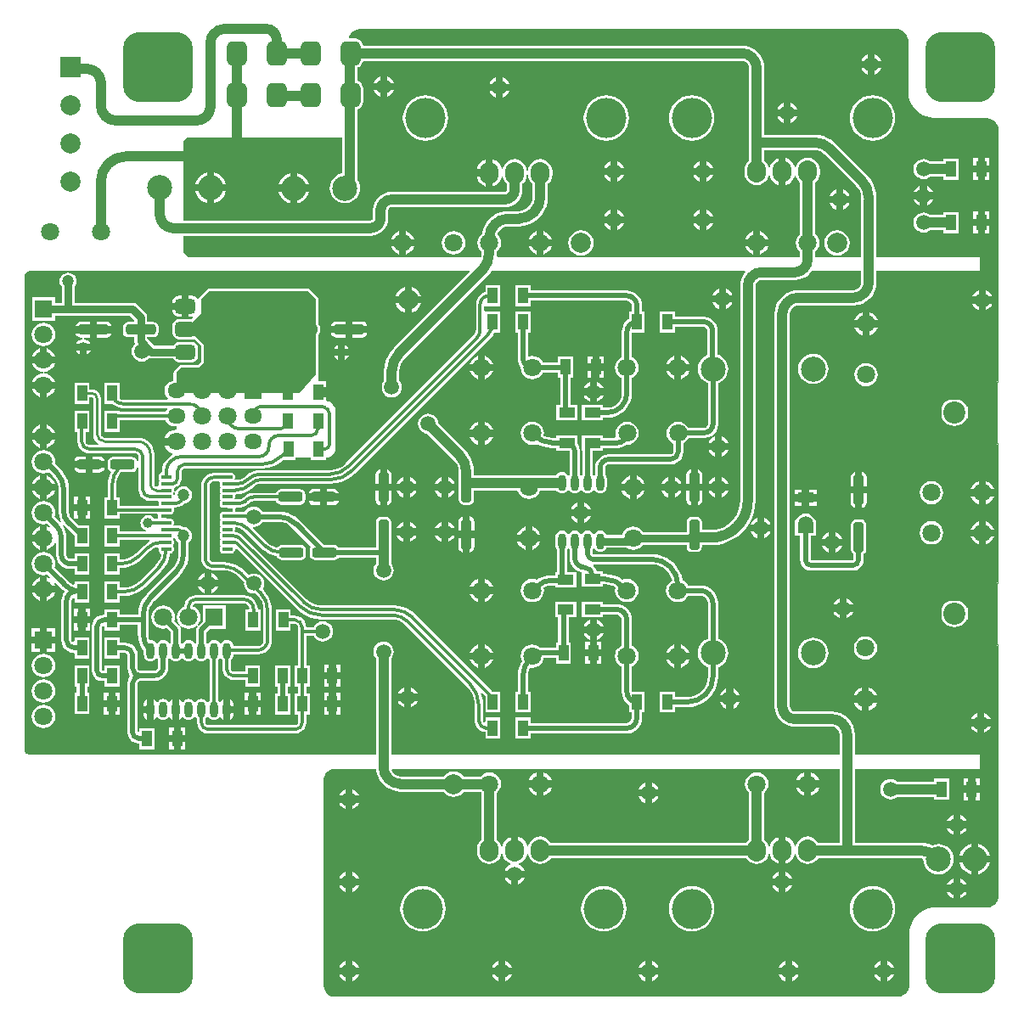
<source format=gtl>
G04 Layer_Physical_Order=1*
G04 Layer_Color=255*
%FSLAX44Y44*%
%MOMM*%
G71*
G01*
G75*
%ADD10C,0.5000*%
%ADD11C,0.3000*%
%ADD12C,1.0000*%
%ADD13C,0.7500*%
%ADD14C,0.2540*%
%ADD15R,1.0000X1.6000*%
G04:AMPARAMS|DCode=16|XSize=1mm|YSize=3mm|CornerRadius=0.25mm|HoleSize=0mm|Usage=FLASHONLY|Rotation=0.000|XOffset=0mm|YOffset=0mm|HoleType=Round|Shape=RoundedRectangle|*
%AMROUNDEDRECTD16*
21,1,1.0000,2.5000,0,0,0.0*
21,1,0.5000,3.0000,0,0,0.0*
1,1,0.5000,0.2500,-1.2500*
1,1,0.5000,-0.2500,-1.2500*
1,1,0.5000,-0.2500,1.2500*
1,1,0.5000,0.2500,1.2500*
%
%ADD16ROUNDEDRECTD16*%
%ADD17R,1.6000X1.0000*%
G04:AMPARAMS|DCode=18|XSize=1mm|YSize=2.4mm|CornerRadius=0.25mm|HoleSize=0mm|Usage=FLASHONLY|Rotation=90.000|XOffset=0mm|YOffset=0mm|HoleType=Round|Shape=RoundedRectangle|*
%AMROUNDEDRECTD18*
21,1,1.0000,1.9000,0,0,90.0*
21,1,0.5000,2.4000,0,0,90.0*
1,1,0.5000,0.9500,0.2500*
1,1,0.5000,0.9500,-0.2500*
1,1,0.5000,-0.9500,-0.2500*
1,1,0.5000,-0.9500,0.2500*
%
%ADD18ROUNDEDRECTD18*%
%ADD19O,0.8000X1.6000*%
G04:AMPARAMS|DCode=20|XSize=2mm|YSize=2.4mm|CornerRadius=0.5mm|HoleSize=0mm|Usage=FLASHONLY|Rotation=180.000|XOffset=0mm|YOffset=0mm|HoleType=Round|Shape=RoundedRectangle|*
%AMROUNDEDRECTD20*
21,1,2.0000,1.4000,0,0,180.0*
21,1,1.0000,2.4000,0,0,180.0*
1,1,1.0000,-0.5000,0.7000*
1,1,1.0000,0.5000,0.7000*
1,1,1.0000,0.5000,-0.7000*
1,1,1.0000,-0.5000,-0.7000*
%
%ADD20ROUNDEDRECTD20*%
G04:AMPARAMS|DCode=21|XSize=1.5mm|YSize=2mm|CornerRadius=0.375mm|HoleSize=0mm|Usage=FLASHONLY|Rotation=270.000|XOffset=0mm|YOffset=0mm|HoleType=Round|Shape=RoundedRectangle|*
%AMROUNDEDRECTD21*
21,1,1.5000,1.2500,0,0,270.0*
21,1,0.7500,2.0000,0,0,270.0*
1,1,0.7500,-0.6250,-0.3750*
1,1,0.7500,-0.6250,0.3750*
1,1,0.7500,0.6250,0.3750*
1,1,0.7500,0.6250,-0.3750*
%
%ADD21ROUNDEDRECTD21*%
G04:AMPARAMS|DCode=22|XSize=6mm|YSize=3mm|CornerRadius=0.75mm|HoleSize=0mm|Usage=FLASHONLY|Rotation=270.000|XOffset=0mm|YOffset=0mm|HoleType=Round|Shape=RoundedRectangle|*
%AMROUNDEDRECTD22*
21,1,6.0000,1.5000,0,0,270.0*
21,1,4.5000,3.0000,0,0,270.0*
1,1,1.5000,-0.7500,-2.2500*
1,1,1.5000,-0.7500,2.2500*
1,1,1.5000,0.7500,2.2500*
1,1,1.5000,0.7500,-2.2500*
%
%ADD22ROUNDEDRECTD22*%
G04:AMPARAMS|DCode=23|XSize=1mm|YSize=3mm|CornerRadius=0.25mm|HoleSize=0mm|Usage=FLASHONLY|Rotation=270.000|XOffset=0mm|YOffset=0mm|HoleType=Round|Shape=RoundedRectangle|*
%AMROUNDEDRECTD23*
21,1,1.0000,2.5000,0,0,270.0*
21,1,0.5000,3.0000,0,0,270.0*
1,1,0.5000,-1.2500,-0.2500*
1,1,0.5000,-1.2500,0.2500*
1,1,0.5000,1.2500,0.2500*
1,1,0.5000,1.2500,-0.2500*
%
%ADD23ROUNDEDRECTD23*%
G04:AMPARAMS|DCode=24|XSize=1mm|YSize=0.4mm|CornerRadius=0.1mm|HoleSize=0mm|Usage=FLASHONLY|Rotation=0.000|XOffset=0mm|YOffset=0mm|HoleType=Round|Shape=RoundedRectangle|*
%AMROUNDEDRECTD24*
21,1,1.0000,0.2000,0,0,0.0*
21,1,0.8000,0.4000,0,0,0.0*
1,1,0.2000,0.4000,-0.1000*
1,1,0.2000,-0.4000,-0.1000*
1,1,0.2000,-0.4000,0.1000*
1,1,0.2000,0.4000,0.1000*
%
%ADD24ROUNDEDRECTD24*%
%ADD25C,3.0000*%
%ADD26R,2.2860X8.6360*%
%ADD27C,1.8000*%
%ADD28C,2.5000*%
%ADD29R,1.8000X1.8000*%
%ADD30O,1.9000X2.2000*%
%ADD31C,4.0000*%
G04:AMPARAMS|DCode=32|XSize=7mm|YSize=7mm|CornerRadius=1.75mm|HoleSize=0mm|Usage=FLASHONLY|Rotation=0.000|XOffset=0mm|YOffset=0mm|HoleType=Round|Shape=RoundedRectangle|*
%AMROUNDEDRECTD32*
21,1,7.0000,3.5000,0,0,0.0*
21,1,3.5000,7.0000,0,0,0.0*
1,1,3.5000,1.7500,-1.7500*
1,1,3.5000,-1.7500,-1.7500*
1,1,3.5000,-1.7500,1.7500*
1,1,3.5000,1.7500,1.7500*
%
%ADD32ROUNDEDRECTD32*%
%ADD33R,1.8000X1.8000*%
%ADD34O,1.8000X1.5000*%
%ADD35R,2.0000X2.0000*%
%ADD36C,2.0000*%
%ADD37C,2.2000*%
%ADD38C,1.5000*%
%ADD39C,1.2000*%
%ADD40C,1.0000*%
G36*
X345455Y229870D02*
X345457Y229857D01*
X345198Y227893D01*
X344435Y226051D01*
X343221Y224469D01*
X341639Y223255D01*
X339797Y222492D01*
X337833Y222233D01*
X337820Y222235D01*
X283210D01*
Y222286D01*
X278495Y221822D01*
X273962Y220447D01*
X269784Y218214D01*
X266122Y215208D01*
X263116Y211546D01*
X260883Y207368D01*
X259508Y202835D01*
X259044Y198122D01*
X259044D01*
X259095Y196852D01*
X259081Y-184150D01*
X259081Y-184150D01*
X259081Y-184150D01*
X259095Y-184259D01*
Y-193040D01*
X259062D01*
X259453Y-197008D01*
X260610Y-200823D01*
X262490Y-204339D01*
X265019Y-207421D01*
X268101Y-209950D01*
X271617Y-211830D01*
X275432Y-212987D01*
X279400Y-213378D01*
Y-213345D01*
X316230D01*
X316243Y-213343D01*
X318207Y-213602D01*
X320049Y-214365D01*
X321631Y-215579D01*
X322845Y-217161D01*
X323608Y-219003D01*
X323711Y-219787D01*
X323865Y-220980D01*
D01*
X323865Y-222249D01*
X323865Y-222250D01*
Y-241300D01*
X-123205Y-241300D01*
Y-145011D01*
X-122040Y-143493D01*
X-121028Y-141051D01*
X-120683Y-138430D01*
X-121028Y-135809D01*
X-122040Y-133367D01*
X-123649Y-131269D01*
X-125747Y-129660D01*
X-128189Y-128648D01*
X-130810Y-128303D01*
X-133431Y-128648D01*
X-135873Y-129660D01*
X-137971Y-131269D01*
X-139580Y-133367D01*
X-140592Y-135809D01*
X-140937Y-138430D01*
X-140592Y-141051D01*
X-139580Y-143493D01*
X-138415Y-145011D01*
Y-241300D01*
X-482600D01*
X-483241Y-241364D01*
X-484521Y-241208D01*
X-485735Y-240775D01*
X-486824Y-240085D01*
X-487735Y-239174D01*
X-488425Y-238085D01*
X-488858Y-236871D01*
X-488938Y-236215D01*
X-488950Y-234950D01*
X-488950Y-234950D01*
X-488950Y-234950D01*
X-488950Y234950D01*
Y236213D01*
X-487983Y238547D01*
X-486197Y240333D01*
X-483863Y241300D01*
X-482600Y241300D01*
Y241300D01*
X-45435Y241300D01*
X-44949Y240127D01*
X-120493Y164582D01*
X-120519Y164608D01*
X-123886Y160665D01*
X-126595Y156245D01*
X-128580Y151454D01*
X-129790Y146413D01*
X-130197Y141244D01*
X-130160D01*
Y131676D01*
X-131325Y130158D01*
X-132337Y127716D01*
X-132682Y125095D01*
X-132337Y122474D01*
X-131325Y120032D01*
X-129716Y117934D01*
X-127618Y116325D01*
X-125176Y115313D01*
X-122555Y114968D01*
X-119934Y115313D01*
X-117492Y116325D01*
X-115394Y117934D01*
X-113785Y120032D01*
X-112773Y122474D01*
X-112428Y125095D01*
X-112773Y127716D01*
X-113785Y130158D01*
X-114950Y131676D01*
Y141244D01*
X-114964Y141348D01*
X-114631Y144720D01*
X-113617Y148063D01*
X-111971Y151144D01*
X-109821Y153763D01*
X-109738Y153827D01*
X-27462Y236103D01*
X-27462Y236103D01*
X-27436Y236077D01*
X-24069Y240019D01*
X-23284Y241300D01*
X229576D01*
X230119Y240152D01*
X228409Y238068D01*
X226411Y234331D01*
X225181Y230277D01*
X224766Y226060D01*
X224805D01*
Y12147D01*
X224823Y12010D01*
X224471Y7544D01*
X223393Y3053D01*
X221626Y-1213D01*
X219214Y-5150D01*
X216215Y-8662D01*
X212703Y-11661D01*
X208766Y-14073D01*
X204500Y-15841D01*
X200009Y-16918D01*
X195543Y-17270D01*
X195406Y-17252D01*
X186709D01*
Y-9090D01*
X186318Y-7124D01*
X185204Y-5456D01*
X183536Y-4342D01*
X181570Y-3951D01*
X176570D01*
X174604Y-4342D01*
X172936Y-5456D01*
X171822Y-7124D01*
X171431Y-9090D01*
Y-18987D01*
X127735D01*
X126340Y-17170D01*
X123930Y-15320D01*
X121123Y-14157D01*
X118110Y-13760D01*
X115098Y-14157D01*
X112290Y-15320D01*
X109880Y-17170D01*
X108030Y-19580D01*
X107000Y-22067D01*
X91369D01*
X91003Y-21182D01*
X89954Y-19816D01*
X88588Y-18767D01*
X86997Y-18108D01*
X85290Y-17884D01*
X83583Y-18108D01*
X81992Y-18767D01*
X80626Y-19816D01*
X79610Y-21140D01*
X79341Y-21182D01*
X78489D01*
X78220Y-21140D01*
X77204Y-19816D01*
X75838Y-18767D01*
X74247Y-18108D01*
X72540Y-17884D01*
X70833Y-18108D01*
X69242Y-18767D01*
X67876Y-19816D01*
X66892Y-21097D01*
X66210Y-21187D01*
X66170D01*
X65488Y-21097D01*
X64504Y-19816D01*
X63138Y-18767D01*
X61547Y-18108D01*
X59840Y-17884D01*
X58133Y-18108D01*
X56542Y-18767D01*
X55176Y-19816D01*
X54192Y-21097D01*
X53510Y-21187D01*
X53470D01*
X52788Y-21097D01*
X51804Y-19816D01*
X50438Y-18767D01*
X48847Y-18108D01*
X47140Y-17884D01*
X45433Y-18108D01*
X43842Y-18767D01*
X42476Y-19816D01*
X41427Y-21182D01*
X40768Y-22773D01*
X40544Y-24480D01*
Y-32480D01*
X40768Y-34187D01*
X41427Y-35778D01*
X42001Y-36526D01*
Y-58980D01*
X40260D01*
Y-62171D01*
X36576D01*
Y-62151D01*
X31741Y-62627D01*
X27092Y-64037D01*
X22808Y-66327D01*
X22129Y-66884D01*
X20543Y-66227D01*
X17530Y-65830D01*
X14517Y-66227D01*
X11710Y-67390D01*
X9300Y-69240D01*
X7450Y-71650D01*
X6287Y-74458D01*
X5890Y-77470D01*
X6287Y-80483D01*
X7450Y-83290D01*
X9300Y-85700D01*
X11710Y-87550D01*
X14517Y-88713D01*
X17530Y-89109D01*
X20543Y-88713D01*
X23350Y-87550D01*
X25760Y-85700D01*
X27610Y-83290D01*
X28773Y-80483D01*
X29169Y-77470D01*
X28802Y-74677D01*
X29286Y-74306D01*
X32802Y-72849D01*
X36284Y-72391D01*
X36576Y-72449D01*
X40260D01*
Y-74060D01*
X61340D01*
Y-58980D01*
X52279D01*
Y-36526D01*
X52788Y-35863D01*
X53470Y-35773D01*
X53510D01*
X54192Y-35863D01*
X54701Y-36526D01*
Y-44600D01*
X54753Y-44858D01*
X55018Y-47550D01*
X55878Y-50387D01*
X57276Y-53002D01*
X59157Y-55293D01*
X61448Y-57174D01*
X64063Y-58572D01*
X66900Y-59432D01*
X66930Y-59435D01*
Y-73820D01*
X88010D01*
Y-71419D01*
X90049D01*
X90283Y-71372D01*
X94015Y-71740D01*
X97829Y-72897D01*
X100559Y-74356D01*
X100517Y-74458D01*
X100120Y-77470D01*
X100517Y-80483D01*
X101680Y-83290D01*
X103530Y-85700D01*
X105940Y-87550D01*
X108748Y-88713D01*
X111760Y-89109D01*
X114773Y-88713D01*
X117580Y-87550D01*
X119990Y-85700D01*
X121840Y-83290D01*
X123003Y-80483D01*
X123399Y-77470D01*
X123003Y-74458D01*
X121840Y-71650D01*
X119990Y-69240D01*
X117580Y-67390D01*
X114773Y-66227D01*
X111760Y-65830D01*
X108748Y-66227D01*
X107569Y-66715D01*
X103911Y-64474D01*
X99485Y-62640D01*
X94826Y-61522D01*
X90087Y-61149D01*
X90049Y-61141D01*
X88010D01*
Y-58740D01*
X82107D01*
X80908Y-55845D01*
X78879Y-53201D01*
X78475Y-52891D01*
X78906Y-51621D01*
X137160D01*
X137394Y-51574D01*
X141126Y-51942D01*
X144940Y-53099D01*
X148455Y-54977D01*
X151536Y-57506D01*
X154065Y-60587D01*
X155943Y-64102D01*
X156918Y-67316D01*
X156740Y-67390D01*
X154330Y-69240D01*
X152480Y-71650D01*
X151317Y-74458D01*
X150920Y-77470D01*
X151317Y-80483D01*
X152480Y-83290D01*
X154330Y-85700D01*
X156740Y-87550D01*
X159548Y-88713D01*
X162560Y-89109D01*
X165572Y-88713D01*
X168380Y-87550D01*
X170790Y-85700D01*
X172640Y-83290D01*
X172922Y-82609D01*
X184912D01*
X185023Y-82587D01*
X186879Y-82831D01*
X188711Y-83590D01*
X190285Y-84797D01*
X191492Y-86371D01*
X192251Y-88203D01*
X192495Y-90059D01*
X192473Y-90170D01*
Y-125554D01*
X191867Y-125738D01*
X189254Y-127134D01*
X186964Y-129014D01*
X185084Y-131304D01*
X183688Y-133917D01*
X182828Y-136752D01*
X182537Y-139700D01*
X182828Y-142648D01*
X183688Y-145483D01*
X185084Y-148096D01*
X186964Y-150386D01*
X189254Y-152266D01*
X191867Y-153662D01*
X192511Y-153858D01*
Y-163320D01*
X192558Y-163554D01*
X192190Y-167286D01*
X191033Y-171100D01*
X189154Y-174615D01*
X186626Y-177696D01*
X183545Y-180224D01*
X180030Y-182103D01*
X176216Y-183260D01*
X172484Y-183628D01*
X172250Y-183581D01*
X159460D01*
Y-178180D01*
X144380D01*
Y-199260D01*
X159460D01*
Y-193859D01*
X172250D01*
X172288Y-193851D01*
X177027Y-193478D01*
X181686Y-192360D01*
X186112Y-190526D01*
X190198Y-188023D01*
X193841Y-184911D01*
X196953Y-181268D01*
X199456Y-177182D01*
X201290Y-172756D01*
X202408Y-168097D01*
X202781Y-163358D01*
X202789Y-163320D01*
Y-153858D01*
X203433Y-153662D01*
X206046Y-152266D01*
X208336Y-150386D01*
X210216Y-148096D01*
X211612Y-145483D01*
X212472Y-142648D01*
X212763Y-139700D01*
X212472Y-136752D01*
X211612Y-133917D01*
X210216Y-131304D01*
X208336Y-129014D01*
X206046Y-127134D01*
X203433Y-125738D01*
X202751Y-125531D01*
Y-90170D01*
X202725Y-90042D01*
X202395Y-86692D01*
X201381Y-83348D01*
X199734Y-80267D01*
X197517Y-77565D01*
X194816Y-75348D01*
X191734Y-73701D01*
X188390Y-72687D01*
X185040Y-72357D01*
X184912Y-72331D01*
X172922D01*
X172640Y-71650D01*
X170790Y-69240D01*
X168380Y-67390D01*
X167277Y-66933D01*
X166200Y-62446D01*
X164366Y-58020D01*
X161863Y-53934D01*
X158751Y-50291D01*
X155107Y-47179D01*
X151022Y-44676D01*
X146596Y-42842D01*
X141937Y-41724D01*
X137198Y-41351D01*
X137160Y-41343D01*
X78899D01*
X78103Y-41023D01*
X77783Y-40227D01*
Y-36391D01*
X78220Y-35821D01*
X78489Y-35778D01*
X79341D01*
X79610Y-35821D01*
X80626Y-37144D01*
X81992Y-38193D01*
X83583Y-38852D01*
X85290Y-39076D01*
X86997Y-38852D01*
X88588Y-38193D01*
X89954Y-37144D01*
X91003Y-35778D01*
X91369Y-34893D01*
X111525D01*
X112290Y-35480D01*
X115098Y-36643D01*
X118110Y-37039D01*
X121123Y-36643D01*
X123930Y-35480D01*
X126340Y-33630D01*
X127735Y-31813D01*
X171431D01*
Y-34090D01*
X171822Y-36056D01*
X172936Y-37724D01*
X174604Y-38838D01*
X176570Y-39229D01*
X181570D01*
X183536Y-38838D01*
X185204Y-37724D01*
X186318Y-36056D01*
X186709Y-34090D01*
Y-32462D01*
X195406D01*
Y-32493D01*
X201233Y-32111D01*
X206959Y-30972D01*
X212489Y-29095D01*
X217726Y-26512D01*
X222581Y-23268D01*
X226971Y-19418D01*
X230821Y-15028D01*
X234065Y-10173D01*
X236648Y-4936D01*
X238524Y593D01*
X239664Y6320D01*
X240046Y12147D01*
X240015D01*
Y226060D01*
X239991Y226246D01*
X240443Y228519D01*
X241836Y230604D01*
X243921Y231997D01*
X246194Y232449D01*
X246380Y232425D01*
X279400D01*
Y232392D01*
X283368Y232783D01*
X287183Y233940D01*
X290699Y235820D01*
X293781Y238349D01*
X296203Y241300D01*
X345455D01*
Y229870D01*
D02*
G37*
G36*
X13670Y334447D02*
X14883Y331518D01*
X16813Y329003D01*
X17795Y328250D01*
Y314960D01*
X17824Y314739D01*
X17375Y311325D01*
X15972Y307938D01*
X13740Y305030D01*
X10832Y302798D01*
X7445Y301395D01*
X4031Y300946D01*
X3810Y300975D01*
X-6350D01*
Y300992D01*
X-10523Y300664D01*
X-14592Y299687D01*
X-18459Y298085D01*
X-22027Y295898D01*
X-25210Y293180D01*
X-27928Y289998D01*
X-30115Y286429D01*
X-31717Y282562D01*
X-32694Y278493D01*
X-32719Y278170D01*
X-33630Y277470D01*
X-35480Y275060D01*
X-36643Y272253D01*
X-37039Y269240D01*
X-36643Y266227D01*
X-35480Y263420D01*
X-33630Y261010D01*
X-33005Y260530D01*
Y259441D01*
X-32991Y259337D01*
X-33324Y255965D01*
X-33534Y255270D01*
X-323850D01*
X-325088Y255347D01*
X-327349Y256367D01*
X-329103Y258121D01*
X-330123Y260382D01*
X-330200Y261620D01*
X-330200Y261620D01*
Y276367D01*
X-143764D01*
Y276346D01*
X-140294Y276688D01*
X-136958Y277700D01*
X-133883Y279344D01*
X-131188Y281556D01*
X-128976Y284251D01*
X-127332Y287326D01*
X-126320Y290662D01*
X-125978Y294132D01*
X-125999D01*
Y302006D01*
X-125991D01*
X-125778Y303078D01*
X-125170Y303986D01*
X-124262Y304594D01*
X-123190Y304807D01*
Y304815D01*
X-10160D01*
Y304794D01*
X-6690Y305136D01*
X-3354Y306148D01*
X-279Y307792D01*
X2416Y310004D01*
X4628Y312699D01*
X6272Y315774D01*
X7284Y319110D01*
X7626Y322580D01*
X7605D01*
Y328250D01*
X8587Y329003D01*
X10517Y331518D01*
X11730Y334447D01*
X12060Y336949D01*
X13341D01*
X13670Y334447D01*
D02*
G37*
G36*
X228037Y450608D02*
X229879Y449845D01*
X231461Y448631D01*
X232675Y447049D01*
X233438Y445207D01*
X233697Y443243D01*
X233695Y443230D01*
Y369570D01*
Y351200D01*
X232713Y350447D01*
X230783Y347932D01*
X229570Y345003D01*
X229156Y341860D01*
Y338860D01*
X229570Y335717D01*
X230783Y332788D01*
X232713Y330273D01*
X235228Y328343D01*
X238157Y327130D01*
X241300Y326716D01*
X244443Y327130D01*
X247372Y328343D01*
X249887Y330273D01*
X251817Y332788D01*
X253030Y335717D01*
X253127Y336457D01*
X254408Y336457D01*
X254522Y335597D01*
X255781Y332556D01*
X257785Y329945D01*
X260396Y327941D01*
X263200Y326780D01*
Y340360D01*
Y353940D01*
X260396Y352779D01*
X257785Y350775D01*
X255781Y348164D01*
X254522Y345123D01*
X254408Y344263D01*
X253127Y344263D01*
X253030Y345003D01*
X251817Y347932D01*
X249887Y350447D01*
X248905Y351200D01*
Y361965D01*
X298450D01*
X298500Y361972D01*
X301428Y361683D01*
X304292Y360814D01*
X306932Y359404D01*
X309206Y357537D01*
X309237Y357497D01*
X340243Y326491D01*
X340326Y326427D01*
X342476Y323807D01*
X344122Y320727D01*
X345136Y317384D01*
X345476Y313932D01*
X345455Y313908D01*
X345455D01*
X345636Y312529D01*
X345455Y311150D01*
Y255270D01*
X299705D01*
Y260530D01*
X300330Y261010D01*
X302180Y263420D01*
X303343Y266227D01*
X303739Y269240D01*
X303343Y272253D01*
X302180Y275060D01*
X300330Y277470D01*
X299705Y277950D01*
Y329520D01*
X300687Y330273D01*
X302617Y332788D01*
X303830Y335717D01*
X304244Y338860D01*
Y341860D01*
X303830Y345003D01*
X302617Y347932D01*
X300687Y350447D01*
X298172Y352377D01*
X295243Y353590D01*
X292100Y354004D01*
X288957Y353590D01*
X286028Y352377D01*
X283513Y350447D01*
X281583Y347932D01*
X280370Y345003D01*
X280273Y344263D01*
X278992Y344263D01*
X278878Y345123D01*
X277619Y348164D01*
X275615Y350775D01*
X273004Y352779D01*
X270200Y353940D01*
Y340360D01*
Y326780D01*
X273004Y327941D01*
X275615Y329945D01*
X277619Y332556D01*
X278878Y335597D01*
X278992Y336457D01*
X280273Y336457D01*
X280370Y335717D01*
X281583Y332788D01*
X283513Y330273D01*
X284495Y329520D01*
Y277950D01*
X283870Y277470D01*
X282020Y275060D01*
X280857Y272253D01*
X280460Y269240D01*
X280857Y266227D01*
X282020Y263420D01*
X283870Y261010D01*
X284495Y260530D01*
Y255270D01*
X-17151D01*
X-18013Y256203D01*
X-17758Y259441D01*
X-17758D01*
X-17629Y260657D01*
X-17170Y261010D01*
X-15320Y263420D01*
X-14157Y266227D01*
X-13760Y269240D01*
X-14157Y272253D01*
X-15320Y275060D01*
X-17170Y277470D01*
X-17319Y277585D01*
X-16293Y280061D01*
X-14468Y282438D01*
X-12091Y284263D01*
X-9322Y285410D01*
X-6488Y285783D01*
X-6350Y285765D01*
X3810D01*
Y285740D01*
X8381Y286100D01*
X12839Y287170D01*
X17076Y288925D01*
X20985Y291320D01*
X24472Y294298D01*
X27450Y297785D01*
X29845Y301694D01*
X31600Y305931D01*
X32670Y310389D01*
X33030Y314960D01*
X33005D01*
Y328250D01*
X33987Y329003D01*
X35917Y331518D01*
X37130Y334447D01*
X37544Y337590D01*
Y340590D01*
X37130Y343733D01*
X35917Y346662D01*
X33987Y349177D01*
X31472Y351107D01*
X28543Y352320D01*
X25400Y352734D01*
X22257Y352320D01*
X19328Y351107D01*
X16813Y349177D01*
X14883Y346662D01*
X13670Y343733D01*
X13341Y341231D01*
X12060D01*
X11730Y343733D01*
X10517Y346662D01*
X8587Y349177D01*
X6072Y351107D01*
X3143Y352320D01*
X0Y352734D01*
X-3143Y352320D01*
X-6072Y351107D01*
X-8587Y349177D01*
X-10517Y346662D01*
X-11730Y343733D01*
X-11827Y342993D01*
X-13109Y342993D01*
X-13222Y343853D01*
X-14481Y346894D01*
X-16485Y349505D01*
X-19096Y351509D01*
X-21900Y352670D01*
Y339090D01*
Y325510D01*
X-19096Y326671D01*
X-16485Y328675D01*
X-14481Y331286D01*
X-13222Y334327D01*
X-13109Y335187D01*
X-11827Y335187D01*
X-11730Y334447D01*
X-10517Y331518D01*
X-8587Y329003D01*
X-7605Y328250D01*
Y322580D01*
X-7618D01*
X-7812Y321607D01*
X-8363Y320783D01*
X-9187Y320232D01*
X-10160Y320038D01*
Y320025D01*
X-123190D01*
Y320047D01*
X-126710Y319700D01*
X-130094Y318674D01*
X-133213Y317006D01*
X-135947Y314763D01*
X-138190Y312029D01*
X-139858Y308910D01*
X-140884Y305526D01*
X-141231Y302006D01*
X-141209D01*
Y294132D01*
X-141222D01*
X-141416Y293159D01*
X-141967Y292335D01*
X-142791Y291784D01*
X-143764Y291590D01*
Y291577D01*
X-330200D01*
X-330200Y323106D01*
X-330200Y368300D01*
X-330156Y369397D01*
X-329388Y371452D01*
X-328017Y373166D01*
X-326180Y374366D01*
X-325120Y374650D01*
X-171943Y374649D01*
Y338714D01*
X-172366Y338672D01*
X-175201Y337812D01*
X-177814Y336416D01*
X-180104Y334536D01*
X-181984Y332246D01*
X-183380Y329633D01*
X-184240Y326798D01*
X-184531Y323850D01*
X-184240Y320902D01*
X-183380Y318067D01*
X-181984Y315454D01*
X-180104Y313164D01*
X-177814Y311284D01*
X-175201Y309888D01*
X-172366Y309028D01*
X-169418Y308737D01*
X-166470Y309028D01*
X-163635Y309888D01*
X-161022Y311284D01*
X-158732Y313164D01*
X-156852Y315454D01*
X-155456Y318067D01*
X-154596Y320902D01*
X-154305Y323850D01*
X-154596Y326798D01*
X-155456Y329633D01*
X-156733Y332023D01*
Y402267D01*
X-155028Y402974D01*
X-153452Y404182D01*
X-152244Y405757D01*
X-151484Y407592D01*
X-151225Y409560D01*
Y423560D01*
X-151484Y425528D01*
X-152244Y427363D01*
X-153452Y428938D01*
X-155028Y430146D01*
X-156733Y430853D01*
Y444177D01*
X-155028Y444884D01*
X-153452Y446092D01*
X-152244Y447668D01*
X-151484Y449502D01*
X-151305Y450865D01*
X226060D01*
X226073Y450867D01*
X228037Y450608D01*
D02*
G37*
G36*
X381000Y482600D02*
X382188Y482538D01*
X384495Y481951D01*
X386643Y480926D01*
X388549Y479501D01*
X390141Y477732D01*
X391357Y475686D01*
X392150Y473442D01*
X392380Y471850D01*
X392465Y470643D01*
X392428Y469920D01*
X392426Y469898D01*
X392430Y469896D01*
X392430Y469371D01*
X392430Y420370D01*
X392487Y418626D01*
X392941Y415167D01*
X393844Y411797D01*
X395178Y408574D01*
X396922Y405553D01*
X399046Y402785D01*
X401512Y400318D01*
X404280Y398194D01*
X407301Y396450D01*
X410524Y395115D01*
X413894Y394212D01*
X417353Y393757D01*
X419097Y393700D01*
X469900Y393700D01*
X471151Y393700D01*
X473605Y393213D01*
X475916Y392255D01*
X477996Y390865D01*
X479765Y389095D01*
X481155Y387015D01*
X482111Y384703D01*
X482598Y382249D01*
X482597Y380998D01*
X482597Y380998D01*
X482600Y380996D01*
X482600Y268288D01*
X482616Y267021D01*
X482600Y266934D01*
Y241300D01*
Y130218D01*
X481366Y130039D01*
X480479Y132960D01*
X479040Y135653D01*
X477103Y138013D01*
X474743Y139950D01*
X472050Y141389D01*
X469590Y142136D01*
Y127000D01*
X466090D01*
Y123500D01*
X450954D01*
X451701Y121040D01*
X453140Y118347D01*
X455077Y115987D01*
X456942Y114456D01*
X457031Y114245D01*
Y113085D01*
X456942Y112874D01*
X455077Y111343D01*
X453140Y108983D01*
X451707Y106302D01*
X451290Y106175D01*
X450403Y106131D01*
X449977Y107158D01*
X447807Y109987D01*
X444978Y112157D01*
X441685Y113521D01*
X438150Y113987D01*
X434615Y113521D01*
X431322Y112157D01*
X428493Y109987D01*
X426323Y107158D01*
X425897Y106131D01*
X425010Y106175D01*
X424593Y106302D01*
X423160Y108983D01*
X421223Y111343D01*
X419358Y112874D01*
X419269Y113085D01*
Y114245D01*
X419358Y114456D01*
X421223Y115987D01*
X423160Y118347D01*
X424599Y121040D01*
X425346Y123500D01*
X395074D01*
X395821Y121040D01*
X397260Y118347D01*
X399197Y115987D01*
X401062Y114456D01*
X401151Y114245D01*
Y113085D01*
X401062Y112874D01*
X399197Y111343D01*
X397260Y108983D01*
X395821Y106290D01*
X395074Y103830D01*
X410210D01*
Y96830D01*
X395074D01*
X395821Y94370D01*
X397260Y91677D01*
X399197Y89317D01*
X401557Y87380D01*
X402277Y86995D01*
Y85725D01*
X401557Y85340D01*
X399197Y83403D01*
X397260Y81043D01*
X395821Y78350D01*
X395074Y75890D01*
X425346D01*
X424599Y78350D01*
X423160Y81043D01*
X421223Y83403D01*
X418863Y85340D01*
X418143Y85725D01*
Y86995D01*
X418863Y87380D01*
X421223Y89317D01*
X423160Y91677D01*
X424593Y94358D01*
X425010Y94485D01*
X425897Y94529D01*
X426323Y93502D01*
X428493Y90673D01*
X431322Y88503D01*
X434615Y87139D01*
X438150Y86673D01*
X441685Y87139D01*
X444978Y88503D01*
X447807Y90673D01*
X449977Y93502D01*
X450403Y94529D01*
X451290Y94485D01*
X451707Y94358D01*
X453140Y91677D01*
X455077Y89317D01*
X457437Y87380D01*
X458157Y86995D01*
Y85725D01*
X457437Y85340D01*
X455077Y83403D01*
X453140Y81043D01*
X451701Y78350D01*
X450954Y75890D01*
X466090D01*
Y72390D01*
X469590D01*
Y57254D01*
X472050Y58001D01*
X474743Y59440D01*
X477103Y61377D01*
X479040Y63737D01*
X480479Y66430D01*
X481366Y69351D01*
X482600Y69172D01*
Y-70442D01*
X481366Y-70621D01*
X480479Y-67700D01*
X479040Y-65007D01*
X477103Y-62647D01*
X474743Y-60710D01*
X472050Y-59271D01*
X469590Y-58524D01*
Y-73660D01*
X466090D01*
Y-77160D01*
X450954D01*
X451701Y-79620D01*
X453140Y-82313D01*
X455077Y-84673D01*
X456942Y-86204D01*
X457031Y-86415D01*
Y-87575D01*
X456942Y-87786D01*
X455077Y-89317D01*
X453140Y-91677D01*
X451707Y-94358D01*
X451290Y-94485D01*
X450403Y-94529D01*
X449977Y-93502D01*
X447807Y-90673D01*
X444978Y-88503D01*
X441685Y-87139D01*
X438150Y-86673D01*
X434615Y-87139D01*
X431322Y-88503D01*
X428493Y-90673D01*
X426323Y-93502D01*
X425897Y-94529D01*
X425010Y-94485D01*
X424593Y-94358D01*
X423160Y-91677D01*
X421223Y-89317D01*
X419358Y-87786D01*
X419269Y-87575D01*
Y-86415D01*
X419358Y-86204D01*
X421223Y-84673D01*
X423160Y-82313D01*
X424599Y-79620D01*
X425346Y-77160D01*
X395074D01*
X395821Y-79620D01*
X397260Y-82313D01*
X399197Y-84673D01*
X401062Y-86204D01*
X401151Y-86415D01*
Y-87575D01*
X401062Y-87786D01*
X399197Y-89317D01*
X397260Y-91677D01*
X395821Y-94370D01*
X395074Y-96830D01*
X410210D01*
Y-103830D01*
X395074D01*
X395821Y-106290D01*
X397260Y-108983D01*
X399197Y-111343D01*
X401557Y-113280D01*
X402277Y-113665D01*
Y-114935D01*
X401557Y-115320D01*
X399197Y-117257D01*
X397260Y-119617D01*
X395821Y-122310D01*
X395074Y-124770D01*
X425346D01*
X424599Y-122310D01*
X423160Y-119617D01*
X421223Y-117257D01*
X418863Y-115320D01*
X418143Y-114935D01*
Y-113665D01*
X418863Y-113280D01*
X421223Y-111343D01*
X423160Y-108983D01*
X424593Y-106302D01*
X425010Y-106175D01*
X425897Y-106131D01*
X426323Y-107158D01*
X428493Y-109987D01*
X431322Y-112157D01*
X434615Y-113521D01*
X438150Y-113987D01*
X441685Y-113521D01*
X444978Y-112157D01*
X447807Y-109987D01*
X449977Y-107158D01*
X450403Y-106131D01*
X451290Y-106175D01*
X451707Y-106302D01*
X453140Y-108983D01*
X455077Y-111343D01*
X457437Y-113280D01*
X458157Y-113665D01*
Y-114935D01*
X457437Y-115320D01*
X455077Y-117257D01*
X453140Y-119617D01*
X451701Y-122310D01*
X450954Y-124770D01*
X466090D01*
Y-128270D01*
X469590D01*
Y-143406D01*
X472050Y-142659D01*
X474743Y-141220D01*
X477103Y-139283D01*
X479040Y-136923D01*
X480479Y-134230D01*
X481366Y-131309D01*
X482600Y-131488D01*
Y-241300D01*
X482600D01*
X482600Y-255270D01*
X482600D01*
Y-381000D01*
Y-382251D01*
X482112Y-384705D01*
X481155Y-387016D01*
X479765Y-389096D01*
X477996Y-390865D01*
X475916Y-392255D01*
X473604Y-393212D01*
X471151Y-393700D01*
X419100D01*
X416610Y-393822D01*
X411727Y-394794D01*
X407127Y-396699D01*
X402986Y-399465D01*
X399465Y-402986D01*
X396699Y-407127D01*
X394794Y-411727D01*
X393822Y-416610D01*
X393700Y-419100D01*
X393700Y-469900D01*
X393700Y-469900D01*
Y-471151D01*
X393212Y-473605D01*
X392255Y-475916D01*
X390865Y-477996D01*
X389096Y-479765D01*
X387016Y-481155D01*
X384704Y-482112D01*
X382251Y-482600D01*
X-178816D01*
X-179967Y-482602D01*
X-182226Y-482155D01*
X-184354Y-481275D01*
X-186268Y-479996D01*
X-187896Y-478368D01*
X-189175Y-476454D01*
X-190054Y-474326D01*
X-190501Y-472067D01*
X-190500Y-470916D01*
Y-266700D01*
X-190500Y-265574D01*
X-190061Y-263366D01*
X-189200Y-261286D01*
X-187949Y-259413D01*
X-186357Y-257821D01*
X-184485Y-256570D01*
X-182404Y-255709D01*
X-180196Y-255270D01*
X-179070Y-255270D01*
X-138500D01*
X-138239Y-257916D01*
X-136807Y-262636D01*
X-134481Y-266987D01*
X-131352Y-270800D01*
X-127538Y-273930D01*
X-123188Y-276256D01*
X-118467Y-277688D01*
X-113558Y-278171D01*
Y-278115D01*
X-70931D01*
X-69904Y-279454D01*
X-67284Y-281464D01*
X-64234Y-282727D01*
X-60960Y-283158D01*
X-57686Y-282727D01*
X-54636Y-281464D01*
X-52016Y-279454D01*
X-50939Y-278049D01*
X-50439Y-278115D01*
X-34110D01*
X-33630Y-278740D01*
X-33005Y-279220D01*
Y-325709D01*
X-33987Y-326463D01*
X-35917Y-328978D01*
X-37130Y-331907D01*
X-37544Y-335050D01*
Y-338050D01*
X-37130Y-341193D01*
X-35917Y-344122D01*
X-33987Y-346637D01*
X-31472Y-348567D01*
X-28543Y-349780D01*
X-25400Y-350194D01*
X-22257Y-349780D01*
X-19328Y-348567D01*
X-16813Y-346637D01*
X-14883Y-344122D01*
X-13670Y-341193D01*
X-13572Y-340453D01*
X-12292Y-340453D01*
X-12178Y-341313D01*
X-10919Y-344354D01*
X-8915Y-346965D01*
X-6304Y-348969D01*
X-4394Y-349760D01*
Y-351135D01*
X-5295Y-351508D01*
X-7489Y-353191D01*
X-9172Y-355385D01*
X-9915Y-357180D01*
X9915D01*
X9172Y-355385D01*
X7489Y-353191D01*
X5295Y-351508D01*
X4394Y-351135D01*
Y-349760D01*
X6304Y-348969D01*
X8915Y-346965D01*
X10919Y-344354D01*
X12178Y-341313D01*
X12292Y-340453D01*
X13572Y-340453D01*
X13670Y-341193D01*
X14883Y-344122D01*
X16813Y-346637D01*
X19328Y-348567D01*
X22257Y-349780D01*
X25400Y-350194D01*
X28543Y-349780D01*
X31472Y-348567D01*
X33987Y-346637D01*
X35891Y-344155D01*
X230809D01*
X232713Y-346637D01*
X235228Y-348567D01*
X238157Y-349780D01*
X241300Y-350194D01*
X244443Y-349780D01*
X247372Y-348567D01*
X249887Y-346637D01*
X251817Y-344122D01*
X253030Y-341193D01*
X253127Y-340453D01*
X254408Y-340453D01*
X254522Y-341313D01*
X255781Y-344354D01*
X257785Y-346965D01*
X260396Y-348969D01*
X263200Y-350130D01*
Y-336550D01*
Y-322970D01*
X260396Y-324131D01*
X257785Y-326135D01*
X255781Y-328746D01*
X254522Y-331787D01*
X254408Y-332647D01*
X253127Y-332647D01*
X253030Y-331907D01*
X251817Y-328978D01*
X249887Y-326463D01*
X248905Y-325709D01*
Y-279220D01*
X249530Y-278740D01*
X251380Y-276330D01*
X252543Y-273522D01*
X252940Y-270510D01*
X252543Y-267498D01*
X251380Y-264690D01*
X249530Y-262280D01*
X247120Y-260430D01*
X244312Y-259267D01*
X241300Y-258871D01*
X238288Y-259267D01*
X235480Y-260430D01*
X233070Y-262280D01*
X231220Y-264690D01*
X230057Y-267498D01*
X229660Y-270510D01*
X230057Y-273522D01*
X231220Y-276330D01*
X233070Y-278740D01*
X233695Y-279220D01*
Y-325709D01*
X232713Y-326463D01*
X230809Y-328945D01*
X35891D01*
X33987Y-326463D01*
X31472Y-324533D01*
X28543Y-323320D01*
X25400Y-322906D01*
X22257Y-323320D01*
X19328Y-324533D01*
X16813Y-326463D01*
X14883Y-328978D01*
X13670Y-331907D01*
X13572Y-332647D01*
X12292Y-332647D01*
X12178Y-331787D01*
X10919Y-328746D01*
X8915Y-326135D01*
X6304Y-324131D01*
X3500Y-322970D01*
Y-336550D01*
X-3500D01*
Y-322970D01*
X-6304Y-324131D01*
X-8915Y-326135D01*
X-10919Y-328746D01*
X-12178Y-331787D01*
X-12292Y-332647D01*
X-13572Y-332647D01*
X-13670Y-331907D01*
X-14883Y-328978D01*
X-16813Y-326463D01*
X-17795Y-325709D01*
Y-279220D01*
X-17170Y-278740D01*
X-15320Y-276330D01*
X-14157Y-273522D01*
X-13760Y-270510D01*
X-14157Y-267498D01*
X-15320Y-264690D01*
X-17170Y-262280D01*
X-19580Y-260430D01*
X-22387Y-259267D01*
X-25400Y-258871D01*
X-28412Y-259267D01*
X-31220Y-260430D01*
X-33630Y-262280D01*
X-34110Y-262905D01*
X-50439D01*
X-50939Y-262971D01*
X-52016Y-261566D01*
X-54636Y-259556D01*
X-57686Y-258293D01*
X-60960Y-257862D01*
X-64234Y-258293D01*
X-67284Y-259556D01*
X-69904Y-261566D01*
X-70931Y-262905D01*
X-113558D01*
X-113645Y-262916D01*
X-116125Y-262590D01*
X-118518Y-261599D01*
X-120573Y-260022D01*
X-122150Y-257967D01*
X-122741Y-256540D01*
X-121892Y-255270D01*
X323865Y-255270D01*
Y-328945D01*
X302591D01*
X300687Y-326463D01*
X298172Y-324533D01*
X295243Y-323320D01*
X292100Y-322906D01*
X288957Y-323320D01*
X286028Y-324533D01*
X283513Y-326463D01*
X281583Y-328978D01*
X280370Y-331907D01*
X280273Y-332647D01*
X278992Y-332647D01*
X278878Y-331787D01*
X277619Y-328746D01*
X275615Y-326135D01*
X273004Y-324131D01*
X270200Y-322970D01*
Y-336550D01*
Y-350130D01*
X273004Y-348969D01*
X275615Y-346965D01*
X277619Y-344354D01*
X278878Y-341313D01*
X278992Y-340453D01*
X280273Y-340453D01*
X280370Y-341193D01*
X281583Y-344122D01*
X283513Y-346637D01*
X286028Y-348567D01*
X288957Y-349780D01*
X292100Y-350194D01*
X295243Y-349780D01*
X298172Y-348567D01*
X300687Y-346637D01*
X302591Y-344155D01*
X403059D01*
X403163Y-344141D01*
X406255Y-344446D01*
X407359Y-345421D01*
X407357Y-345440D01*
X407648Y-348388D01*
X408508Y-351223D01*
X409904Y-353836D01*
X411784Y-356126D01*
X414074Y-358006D01*
X416687Y-359402D01*
X419522Y-360262D01*
X422470Y-360553D01*
X425418Y-360262D01*
X428253Y-359402D01*
X430866Y-358006D01*
X433156Y-356126D01*
X435036Y-353836D01*
X436432Y-351223D01*
X437292Y-348388D01*
X437583Y-345440D01*
X437292Y-342492D01*
X436432Y-339657D01*
X435036Y-337044D01*
X433156Y-334754D01*
X430866Y-332874D01*
X428253Y-331478D01*
X425418Y-330618D01*
X422470Y-330327D01*
X419522Y-330618D01*
X416687Y-331478D01*
X416198Y-331739D01*
X413270Y-330525D01*
X408228Y-329315D01*
X403059Y-328908D01*
Y-328945D01*
X339075D01*
Y-255270D01*
X463550D01*
X463550Y-241300D01*
X339075D01*
Y-222250D01*
X339120Y-220980D01*
X339120D01*
X338680Y-216514D01*
X337378Y-212220D01*
X335262Y-208263D01*
X332416Y-204794D01*
X328947Y-201947D01*
X324990Y-199832D01*
X320696Y-198530D01*
X316230Y-198090D01*
Y-198135D01*
X279400D01*
X279289Y-198150D01*
X277436Y-197781D01*
X275771Y-196669D01*
X274659Y-195004D01*
X274291Y-193151D01*
X274305Y-193040D01*
Y-184150D01*
X274291Y-184042D01*
X274305Y198120D01*
X274305Y198120D01*
X274305Y198120D01*
Y198121D01*
X274298Y198175D01*
X274595Y200429D01*
X275486Y202580D01*
X276903Y204427D01*
X278750Y205844D01*
X280902Y206735D01*
X283155Y207032D01*
X283210Y207025D01*
X337820D01*
Y206980D01*
X342286Y207420D01*
X346580Y208722D01*
X350537Y210837D01*
X354006Y213684D01*
X356852Y217153D01*
X358968Y221110D01*
X360270Y225404D01*
X360710Y229870D01*
X360665D01*
Y241300D01*
X463550D01*
Y255270D01*
X360665D01*
Y311150D01*
X360484Y312529D01*
X360665Y313908D01*
X360702D01*
X360295Y319077D01*
X359085Y324118D01*
X357100Y328909D01*
X354391Y333329D01*
X351024Y337272D01*
X350998Y337246D01*
X320895Y367350D01*
X320024Y368259D01*
X320013Y368273D01*
X319087Y369063D01*
X316374Y371380D01*
X312294Y373880D01*
X307873Y375712D01*
X303220Y376829D01*
X298450Y377204D01*
Y377175D01*
X248905D01*
Y443230D01*
X248950D01*
X248510Y447696D01*
X247208Y451990D01*
X245093Y455947D01*
X242246Y459416D01*
X238777Y462262D01*
X234820Y464378D01*
X230526Y465680D01*
X226060Y466120D01*
Y466075D01*
X-151305D01*
X-151484Y467438D01*
X-152244Y469272D01*
X-153452Y470848D01*
X-155028Y472056D01*
X-156862Y472816D01*
X-158830Y473075D01*
X-164751D01*
X-165575Y474345D01*
X-164925Y475914D01*
X-163535Y477994D01*
X-161767Y479762D01*
X-159687Y481152D01*
X-157377Y482109D01*
X-154924Y482597D01*
X-153673Y482597D01*
X-153670Y482600D01*
X381000Y482600D01*
D02*
G37*
%LPC*%
G36*
X-435060Y-110180D02*
X-439560D01*
Y-117680D01*
X-435060D01*
Y-110180D01*
D02*
G37*
G36*
X-457900Y-115000D02*
X-466400D01*
Y-123500D01*
X-457900D01*
Y-115000D01*
D02*
G37*
G36*
X75240Y-106925D02*
X73445Y-107668D01*
X71251Y-109351D01*
X69568Y-111545D01*
X68825Y-113340D01*
X75240D01*
Y-106925D01*
D02*
G37*
G36*
X82240D02*
Y-113340D01*
X88655D01*
X87912Y-111545D01*
X86229Y-109351D01*
X84035Y-107668D01*
X82240Y-106925D01*
D02*
G37*
G36*
X-423560Y-110180D02*
X-428060D01*
Y-117680D01*
X-423560D01*
Y-110180D01*
D02*
G37*
G36*
X61340Y-88980D02*
X40260D01*
Y-104060D01*
X43361D01*
Y-129160D01*
X40960D01*
Y-134561D01*
X25502D01*
X25489Y-134564D01*
X23350Y-132922D01*
X20543Y-131759D01*
X17530Y-131362D01*
X14517Y-131759D01*
X11710Y-132922D01*
X9300Y-134772D01*
X7450Y-137182D01*
X6287Y-139990D01*
X5890Y-143002D01*
X6287Y-146014D01*
X7057Y-147873D01*
X6336Y-149049D01*
X4502Y-153476D01*
X3384Y-158134D01*
X3011Y-162873D01*
X3003Y-162911D01*
Y-178182D01*
X602D01*
Y-199262D01*
X15682D01*
Y-178182D01*
X13281D01*
Y-162911D01*
X13234Y-162677D01*
X13602Y-158945D01*
X14759Y-155131D01*
X15185Y-154333D01*
X17530Y-154642D01*
X20543Y-154245D01*
X23350Y-153082D01*
X25760Y-151232D01*
X27610Y-148822D01*
X28773Y-146014D01*
X28928Y-144839D01*
X40960D01*
Y-150240D01*
X56040D01*
Y-129160D01*
X53639D01*
Y-104060D01*
X61340D01*
Y-88980D01*
D02*
G37*
G36*
X86500Y-128700D02*
X82000D01*
Y-136200D01*
X86500D01*
Y-128700D01*
D02*
G37*
G36*
X75000D02*
X70500D01*
Y-136200D01*
X75000D01*
Y-128700D01*
D02*
G37*
G36*
X-473400Y-115000D02*
X-481900D01*
Y-123500D01*
X-473400D01*
Y-115000D01*
D02*
G37*
G36*
X88655Y-120340D02*
X82240D01*
Y-126755D01*
X84035Y-126012D01*
X86229Y-124329D01*
X87912Y-122135D01*
X88655Y-120340D01*
D02*
G37*
G36*
X75240D02*
X68825D01*
X69568Y-122135D01*
X71251Y-124329D01*
X73445Y-126012D01*
X75240Y-126755D01*
Y-120340D01*
D02*
G37*
G36*
X-458361Y-79700D02*
X-466400D01*
Y-87739D01*
X-463848Y-86682D01*
X-461342Y-84759D01*
X-459418Y-82252D01*
X-458361Y-79700D01*
D02*
G37*
G36*
X-473400D02*
X-481439D01*
X-480382Y-82252D01*
X-478459Y-84759D01*
X-475952Y-86682D01*
X-473400Y-87739D01*
Y-79700D01*
D02*
G37*
G36*
X-36770Y-80970D02*
X-44809D01*
X-43752Y-83522D01*
X-41828Y-86028D01*
X-39322Y-87952D01*
X-36770Y-89009D01*
Y-80970D01*
D02*
G37*
G36*
Y-65931D02*
X-39322Y-66988D01*
X-41828Y-68911D01*
X-43752Y-71418D01*
X-44809Y-73970D01*
X-36770D01*
Y-65931D01*
D02*
G37*
G36*
X-295901Y-73604D02*
X-302316D01*
Y-80019D01*
X-300521Y-79276D01*
X-298327Y-77593D01*
X-296644Y-75399D01*
X-295901Y-73604D01*
D02*
G37*
G36*
X-309316D02*
X-315731D01*
X-314988Y-75399D01*
X-313305Y-77593D01*
X-311111Y-79276D01*
X-309316Y-80019D01*
Y-73604D01*
D02*
G37*
G36*
X-423560Y-95680D02*
X-428060D01*
Y-103180D01*
X-423560D01*
Y-95680D01*
D02*
G37*
G36*
X-435060D02*
X-439560D01*
Y-103180D01*
X-435060D01*
Y-95680D01*
D02*
G37*
G36*
X-21731Y-80970D02*
X-29770D01*
Y-89009D01*
X-27218Y-87952D01*
X-24711Y-86028D01*
X-22788Y-83522D01*
X-21731Y-80970D01*
D02*
G37*
G36*
X-457900Y-130500D02*
X-466400D01*
Y-139000D01*
X-457900D01*
Y-130500D01*
D02*
G37*
G36*
X-173850Y-151560D02*
X-178350D01*
Y-159060D01*
X-173850D01*
Y-151560D01*
D02*
G37*
G36*
X-185350D02*
X-189850D01*
Y-159060D01*
X-185350D01*
Y-151560D01*
D02*
G37*
G36*
X-469900Y-140760D02*
X-472912Y-141157D01*
X-475720Y-142320D01*
X-478130Y-144170D01*
X-479980Y-146580D01*
X-481143Y-149388D01*
X-481539Y-152400D01*
X-481143Y-155413D01*
X-479980Y-158220D01*
X-478130Y-160630D01*
X-475720Y-162480D01*
X-472912Y-163643D01*
X-469900Y-164039D01*
X-466888Y-163643D01*
X-464080Y-162480D01*
X-461670Y-160630D01*
X-459820Y-158220D01*
X-458657Y-155413D01*
X-458260Y-152400D01*
X-458657Y-149388D01*
X-459820Y-146580D01*
X-461670Y-144170D01*
X-464080Y-142320D01*
X-466888Y-141157D01*
X-469900Y-140760D01*
D02*
G37*
G36*
X-36770Y-146502D02*
X-44809D01*
X-43752Y-149054D01*
X-41828Y-151560D01*
X-39322Y-153484D01*
X-36770Y-154541D01*
Y-146502D01*
D02*
G37*
G36*
X-21731D02*
X-29770D01*
Y-154541D01*
X-27218Y-153484D01*
X-24711Y-151560D01*
X-22788Y-149054D01*
X-21731Y-146502D01*
D02*
G37*
G36*
X-173850Y-166060D02*
X-178350D01*
Y-173560D01*
X-173850D01*
Y-166060D01*
D02*
G37*
G36*
X217876Y-175251D02*
Y-181666D01*
X224291D01*
X223548Y-179871D01*
X221865Y-177677D01*
X219671Y-175994D01*
X217876Y-175251D01*
D02*
G37*
G36*
X210876D02*
X209081Y-175994D01*
X206887Y-177677D01*
X205204Y-179871D01*
X204461Y-181666D01*
X210876D01*
Y-175251D01*
D02*
G37*
G36*
X-185350Y-166060D02*
X-189850D01*
Y-173560D01*
X-185350D01*
Y-166060D01*
D02*
G37*
G36*
X-103180Y-174235D02*
Y-180650D01*
X-96765D01*
X-97508Y-178855D01*
X-99191Y-176661D01*
X-101385Y-174978D01*
X-103180Y-174235D01*
D02*
G37*
G36*
X-110180D02*
X-111975Y-174978D01*
X-114169Y-176661D01*
X-115852Y-178855D01*
X-116595Y-180650D01*
X-110180D01*
Y-174235D01*
D02*
G37*
G36*
X-29770Y-131463D02*
Y-139502D01*
X-21731D01*
X-22788Y-136950D01*
X-24711Y-134444D01*
X-27218Y-132520D01*
X-29770Y-131463D01*
D02*
G37*
G36*
X-36770Y-131463D02*
X-39322Y-132520D01*
X-41828Y-134444D01*
X-43752Y-136950D01*
X-44809Y-139502D01*
X-36770D01*
Y-131463D01*
D02*
G37*
G36*
X-473400Y-130500D02*
X-481900D01*
Y-139000D01*
X-473400D01*
Y-130500D01*
D02*
G37*
G36*
X166060Y-131461D02*
Y-139500D01*
X174099D01*
X173042Y-136948D01*
X171119Y-134441D01*
X168612Y-132518D01*
X166060Y-131461D01*
D02*
G37*
G36*
X159060D02*
X156508Y-132518D01*
X154002Y-134441D01*
X152078Y-136948D01*
X151021Y-139500D01*
X159060D01*
Y-131461D01*
D02*
G37*
G36*
X75000Y-143200D02*
X70500D01*
Y-150700D01*
X75000D01*
Y-143200D01*
D02*
G37*
G36*
X174099Y-146500D02*
X166060D01*
Y-154539D01*
X168612Y-153482D01*
X171119Y-151559D01*
X173042Y-149052D01*
X174099Y-146500D01*
D02*
G37*
G36*
X159060D02*
X151021D01*
X152078Y-149052D01*
X154002Y-151559D01*
X156508Y-153482D01*
X159060Y-154539D01*
Y-146500D01*
D02*
G37*
G36*
X86500Y-143200D02*
X82000D01*
Y-150700D01*
X86500D01*
Y-143200D01*
D02*
G37*
G36*
X-104450Y-9135D02*
Y-15550D01*
X-98035D01*
X-98778Y-13755D01*
X-100461Y-11561D01*
X-102655Y-9878D01*
X-104450Y-9135D01*
D02*
G37*
G36*
X-111450D02*
X-113245Y-9878D01*
X-115439Y-11561D01*
X-117122Y-13755D01*
X-117865Y-15550D01*
X-111450D01*
Y-9135D01*
D02*
G37*
G36*
X241610Y-5325D02*
X239815Y-6068D01*
X237621Y-7751D01*
X235938Y-9945D01*
X235195Y-11740D01*
X241610D01*
Y-5325D01*
D02*
G37*
G36*
X-66350Y-9135D02*
Y-15550D01*
X-59935D01*
X-60678Y-13755D01*
X-62361Y-11561D01*
X-64555Y-9878D01*
X-66350Y-9135D01*
D02*
G37*
G36*
X-73350D02*
X-75145Y-9878D01*
X-77339Y-11561D01*
X-79022Y-13755D01*
X-79765Y-15550D01*
X-73350D01*
Y-9135D01*
D02*
G37*
G36*
X-473400Y-13861D02*
X-475952Y-14918D01*
X-478459Y-16841D01*
X-480382Y-19348D01*
X-481439Y-21900D01*
X-473400D01*
Y-13861D01*
D02*
G37*
G36*
X10470D02*
X7918Y-14918D01*
X5411Y-16841D01*
X3488Y-19348D01*
X2431Y-21900D01*
X10470D01*
Y-13861D01*
D02*
G37*
G36*
X255025Y-18740D02*
X248610D01*
Y-25155D01*
X250405Y-24412D01*
X252599Y-22729D01*
X254282Y-20535D01*
X255025Y-18740D01*
D02*
G37*
G36*
X-44760Y-3681D02*
Y-18090D01*
X-40152D01*
Y-9090D01*
X-40579Y-6944D01*
X-41795Y-5125D01*
X-43614Y-3909D01*
X-44760Y-3681D01*
D02*
G37*
G36*
X-51760D02*
X-52906Y-3909D01*
X-54725Y-5125D01*
X-55941Y-6944D01*
X-56368Y-9090D01*
Y-18090D01*
X-51760D01*
Y-3681D01*
D02*
G37*
G36*
X17470Y-13861D02*
Y-21900D01*
X25509D01*
X24452Y-19348D01*
X22529Y-16841D01*
X20022Y-14918D01*
X17470Y-13861D01*
D02*
G37*
G36*
X-122702Y21900D02*
X-127310D01*
Y7491D01*
X-126164Y7719D01*
X-124345Y8935D01*
X-123129Y10754D01*
X-122702Y12900D01*
Y21900D01*
D02*
G37*
G36*
X-134310D02*
X-138918D01*
Y12900D01*
X-138491Y10754D01*
X-137275Y8935D01*
X-135456Y7719D01*
X-134310Y7491D01*
Y21900D01*
D02*
G37*
G36*
X69540Y9915D02*
Y3500D01*
X75955D01*
X75212Y5295D01*
X73529Y7489D01*
X71335Y9172D01*
X69540Y9915D01*
D02*
G37*
G36*
X75955Y-3500D02*
X69540D01*
Y-9915D01*
X71335Y-9172D01*
X73529Y-7489D01*
X75212Y-5295D01*
X75955Y-3500D01*
D02*
G37*
G36*
X62540D02*
X56125D01*
X56868Y-5295D01*
X58551Y-7489D01*
X60745Y-9172D01*
X62540Y-9915D01*
Y-3500D01*
D02*
G37*
G36*
X248610Y-5325D02*
Y-11740D01*
X255025D01*
X254282Y-9945D01*
X252599Y-7751D01*
X250405Y-6068D01*
X248610Y-5325D01*
D02*
G37*
G36*
X62540Y9915D02*
X60745Y9172D01*
X58551Y7489D01*
X56868Y5295D01*
X56125Y3500D01*
X62540D01*
Y9915D01*
D02*
G37*
G36*
X-423560Y1580D02*
X-428060D01*
Y-5920D01*
X-423560D01*
Y1580D01*
D02*
G37*
G36*
X-469900Y62439D02*
X-472912Y62043D01*
X-475720Y60880D01*
X-478130Y59030D01*
X-479980Y56620D01*
X-481143Y53812D01*
X-481539Y50800D01*
X-481143Y47787D01*
X-479980Y44980D01*
X-478130Y42570D01*
X-475720Y40720D01*
X-472912Y39557D01*
X-469900Y39160D01*
X-466888Y39557D01*
X-464410Y40583D01*
X-460653Y36826D01*
X-460455Y36693D01*
X-458075Y33794D01*
X-456197Y30279D01*
X-455040Y26465D01*
X-454672Y22733D01*
X-454719Y22499D01*
Y0D01*
X-454683Y-177D01*
X-454378Y-3279D01*
X-453422Y-6431D01*
X-452113Y-8880D01*
X-453174Y-9589D01*
X-453864Y-8748D01*
X-453875Y-8758D01*
X-458939Y-3694D01*
X-458657Y-3013D01*
X-458260Y0D01*
X-458657Y3013D01*
X-459820Y5820D01*
X-461670Y8230D01*
X-464080Y10080D01*
X-466888Y11243D01*
X-469900Y11639D01*
X-472912Y11243D01*
X-475720Y10080D01*
X-478130Y8230D01*
X-479980Y5820D01*
X-481143Y3013D01*
X-481539Y0D01*
X-481143Y-3013D01*
X-479980Y-5820D01*
X-478130Y-8230D01*
X-475720Y-10080D01*
X-472912Y-11243D01*
X-469900Y-11639D01*
X-466888Y-11243D01*
X-466206Y-10961D01*
X-463465Y-13702D01*
X-464185Y-14779D01*
X-466400Y-13861D01*
Y-25400D01*
Y-36939D01*
X-463848Y-35882D01*
X-461342Y-33958D01*
X-459418Y-31452D01*
X-458529Y-29305D01*
X-457259Y-29557D01*
Y-42128D01*
X-457278D01*
X-456807Y-45708D01*
X-455425Y-49043D01*
X-453228Y-51908D01*
X-450363Y-54105D01*
X-447028Y-55487D01*
X-443448Y-55958D01*
Y-55939D01*
X-439100D01*
Y-61340D01*
X-424020D01*
Y-40260D01*
X-439100D01*
Y-45661D01*
X-443448D01*
X-443549Y-45682D01*
X-444815Y-45430D01*
X-445889Y-44713D01*
X-445946Y-44626D01*
X-446032Y-44569D01*
X-446750Y-43495D01*
X-447001Y-42229D01*
X-446981Y-42128D01*
Y-25400D01*
X-446967D01*
X-447419Y-20806D01*
X-448759Y-16388D01*
X-450670Y-12814D01*
X-449638Y-12049D01*
X-439100Y-22587D01*
Y-33400D01*
X-424020D01*
Y-12320D01*
X-434833D01*
X-440248Y-6905D01*
X-439437Y-5920D01*
X-438341Y-5920D01*
X-435060D01*
Y1580D01*
X-439560D01*
Y-4656D01*
X-439560Y-5797D01*
X-440545Y-6608D01*
X-442524Y-4629D01*
X-442596Y-4581D01*
X-443588Y-3287D01*
X-444245Y-1701D01*
X-444458Y-85D01*
X-444441Y0D01*
Y22499D01*
X-444449Y22537D01*
X-444822Y27276D01*
X-445940Y31934D01*
X-447774Y36361D01*
X-450277Y40447D01*
X-453364Y44061D01*
X-453386Y44093D01*
X-458474Y49181D01*
X-458260Y50800D01*
X-458657Y53812D01*
X-459820Y56620D01*
X-461670Y59030D01*
X-464080Y60880D01*
X-466888Y62043D01*
X-469900Y62439D01*
D02*
G37*
G36*
X-51760Y-25090D02*
X-56368D01*
Y-34090D01*
X-55941Y-36236D01*
X-54725Y-38055D01*
X-52906Y-39271D01*
X-51760Y-39499D01*
Y-25090D01*
D02*
G37*
G36*
X-469900Y-39160D02*
X-472912Y-39557D01*
X-475720Y-40720D01*
X-478130Y-42570D01*
X-479980Y-44980D01*
X-481143Y-47787D01*
X-481539Y-50800D01*
X-481143Y-53812D01*
X-479980Y-56620D01*
X-478130Y-59030D01*
X-475720Y-60880D01*
X-472912Y-62043D01*
X-469900Y-62439D01*
X-466888Y-62043D01*
X-466206Y-61761D01*
X-463465Y-64502D01*
X-464185Y-65579D01*
X-466400Y-64661D01*
Y-72700D01*
X-458361D01*
X-459279Y-70485D01*
X-458202Y-69765D01*
X-452948Y-75020D01*
X-452909Y-75046D01*
X-449335Y-78098D01*
X-449151Y-79193D01*
X-449604Y-79746D01*
X-451002Y-82361D01*
X-451862Y-85198D01*
X-452127Y-87890D01*
X-452179Y-88148D01*
Y-127000D01*
X-452189D01*
X-451754Y-130305D01*
X-450479Y-133385D01*
X-448449Y-136029D01*
X-445805Y-138059D01*
X-442725Y-139334D01*
X-439420Y-139769D01*
X-439100Y-140907D01*
Y-145160D01*
X-424020D01*
Y-124080D01*
X-439100D01*
Y-128162D01*
X-440118Y-128936D01*
X-441308Y-128589D01*
X-441731Y-127957D01*
X-441911Y-127050D01*
X-441901Y-127000D01*
Y-88148D01*
X-441935Y-87981D01*
X-441592Y-86258D01*
X-440521Y-84656D01*
X-440220Y-84455D01*
X-439100Y-85053D01*
Y-89280D01*
X-424020D01*
Y-68200D01*
X-439100D01*
Y-70773D01*
X-440370Y-71534D01*
X-442692Y-70293D01*
X-445550Y-67947D01*
X-445680Y-67752D01*
X-458939Y-54494D01*
X-458657Y-53812D01*
X-458260Y-50800D01*
X-458657Y-47787D01*
X-459820Y-44980D01*
X-461670Y-42570D01*
X-464080Y-40720D01*
X-466888Y-39557D01*
X-469900Y-39160D01*
D02*
G37*
G36*
X-40152Y-25090D02*
X-44760D01*
Y-39499D01*
X-43614Y-39271D01*
X-41795Y-38055D01*
X-40579Y-36236D01*
X-40152Y-34090D01*
Y-25090D01*
D02*
G37*
G36*
X-302316Y-60189D02*
Y-66604D01*
X-295901D01*
X-296644Y-64809D01*
X-298327Y-62615D01*
X-300521Y-60932D01*
X-302316Y-60189D01*
D02*
G37*
G36*
X-473400Y-64661D02*
X-475952Y-65718D01*
X-478459Y-67642D01*
X-480382Y-70148D01*
X-481439Y-72700D01*
X-473400D01*
Y-64661D01*
D02*
G37*
G36*
X-29770Y-65931D02*
Y-73970D01*
X-21731D01*
X-22788Y-71418D01*
X-24711Y-68911D01*
X-27218Y-66988D01*
X-29770Y-65931D01*
D02*
G37*
G36*
X-309316Y-60189D02*
X-311111Y-60932D01*
X-313305Y-62615D01*
X-314988Y-64809D01*
X-315731Y-66604D01*
X-309316D01*
Y-60189D01*
D02*
G37*
G36*
X-59935Y-22550D02*
X-66350D01*
Y-28965D01*
X-64555Y-28222D01*
X-62361Y-26539D01*
X-60678Y-24345D01*
X-59935Y-22550D01*
D02*
G37*
G36*
X-73350D02*
X-79765D01*
X-79022Y-24345D01*
X-77339Y-26539D01*
X-75145Y-28222D01*
X-73350Y-28965D01*
Y-22550D01*
D02*
G37*
G36*
X-98035D02*
X-104450D01*
Y-28965D01*
X-102655Y-28222D01*
X-100461Y-26539D01*
X-98778Y-24345D01*
X-98035Y-22550D01*
D02*
G37*
G36*
X241610Y-18740D02*
X235195D01*
X235938Y-20535D01*
X237621Y-22729D01*
X239815Y-24412D01*
X241610Y-25155D01*
Y-18740D01*
D02*
G37*
G36*
X-111450Y-22550D02*
X-117865D01*
X-117122Y-24345D01*
X-115439Y-26539D01*
X-113245Y-28222D01*
X-111450Y-28965D01*
Y-22550D01*
D02*
G37*
G36*
X25509Y-28900D02*
X17470D01*
Y-36939D01*
X20022Y-35882D01*
X22529Y-33958D01*
X24452Y-31452D01*
X25509Y-28900D01*
D02*
G37*
G36*
X-473400D02*
X-481439D01*
X-480382Y-31452D01*
X-478459Y-33958D01*
X-475952Y-35882D01*
X-473400Y-36939D01*
Y-28900D01*
D02*
G37*
G36*
X10470D02*
X2431D01*
X3488Y-31452D01*
X5411Y-33958D01*
X7918Y-35882D01*
X10470Y-36939D01*
Y-28900D01*
D02*
G37*
G36*
X-424020Y-152020D02*
X-439100D01*
Y-173100D01*
X-436699D01*
Y-179706D01*
X-439100D01*
Y-200786D01*
X-424020D01*
Y-179706D01*
X-426421D01*
Y-173100D01*
X-424020D01*
Y-152020D01*
D02*
G37*
G36*
X-223840D02*
X-238920D01*
Y-173100D01*
X-236519D01*
Y-179960D01*
X-238920D01*
Y-201040D01*
X-223840D01*
Y-179960D01*
X-226241D01*
Y-173100D01*
X-223840D01*
Y-152020D01*
D02*
G37*
G36*
X-393560Y-193746D02*
X-398060D01*
Y-201246D01*
X-393560D01*
Y-193746D01*
D02*
G37*
G36*
X210876Y-188666D02*
X204461D01*
X205204Y-190461D01*
X206887Y-192655D01*
X209081Y-194338D01*
X210876Y-195081D01*
Y-188666D01*
D02*
G37*
G36*
X-253380Y-194000D02*
X-257880D01*
Y-201500D01*
X-253380D01*
Y-194000D01*
D02*
G37*
G36*
X-264880D02*
X-269380D01*
Y-201500D01*
X-264880D01*
Y-194000D01*
D02*
G37*
G36*
X-405060Y-193746D02*
X-409560D01*
Y-201246D01*
X-405060D01*
Y-193746D01*
D02*
G37*
G36*
X-173850Y-194000D02*
X-178350D01*
Y-201500D01*
X-173850D01*
Y-194000D01*
D02*
G37*
G36*
X-185350D02*
X-189850D01*
Y-201500D01*
X-185350D01*
Y-194000D01*
D02*
G37*
G36*
X224291Y-188666D02*
X217876D01*
Y-195081D01*
X219671Y-194338D01*
X221865Y-192655D01*
X223548Y-190461D01*
X224291Y-188666D01*
D02*
G37*
G36*
X-253380Y-179500D02*
X-257880D01*
Y-187000D01*
X-253380D01*
Y-179500D01*
D02*
G37*
G36*
X-264880D02*
X-269380D01*
Y-187000D01*
X-264880D01*
Y-179500D01*
D02*
G37*
G36*
X-185350D02*
X-189850D01*
Y-187000D01*
X-185350D01*
Y-179500D01*
D02*
G37*
G36*
X-393560Y-179246D02*
X-398060D01*
Y-186746D01*
X-393560D01*
Y-179246D01*
D02*
G37*
G36*
X-405060D02*
X-409560D01*
Y-186746D01*
X-405060D01*
Y-179246D01*
D02*
G37*
G36*
X-173850Y-179500D02*
X-178350D01*
Y-187000D01*
X-173850D01*
Y-179500D01*
D02*
G37*
G36*
X-366820Y-186013D02*
X-366850Y-186026D01*
X-368312Y-187148D01*
X-369435Y-188610D01*
X-370140Y-190313D01*
X-370380Y-192140D01*
Y-192640D01*
X-366820D01*
Y-186013D01*
D02*
G37*
G36*
X-96765Y-187650D02*
X-103180D01*
Y-194065D01*
X-101385Y-193322D01*
X-99191Y-191639D01*
X-97508Y-189445D01*
X-96765Y-187650D01*
D02*
G37*
G36*
X-110180D02*
X-116595D01*
X-115852Y-189445D01*
X-114169Y-191639D01*
X-111975Y-193322D01*
X-110180Y-194065D01*
Y-187650D01*
D02*
G37*
G36*
X-350620Y-185544D02*
X-352327Y-185768D01*
X-353918Y-186427D01*
X-355284Y-187476D01*
X-355944Y-188336D01*
X-356357Y-188425D01*
X-357346Y-188345D01*
X-357446Y-188296D01*
X-358328Y-187148D01*
X-359790Y-186026D01*
X-359820Y-186013D01*
Y-196140D01*
Y-206267D01*
X-359790Y-206255D01*
X-358328Y-205132D01*
X-357446Y-203984D01*
X-357346Y-203935D01*
X-356357Y-203855D01*
X-355944Y-203944D01*
X-355284Y-204804D01*
X-353918Y-205853D01*
X-352327Y-206512D01*
X-350620Y-206736D01*
X-348913Y-206512D01*
X-347322Y-205853D01*
X-345956Y-204804D01*
X-345296Y-203944D01*
X-344884Y-203855D01*
X-343894Y-203935D01*
X-343794Y-203984D01*
X-342912Y-205132D01*
X-341450Y-206255D01*
X-341420Y-206267D01*
Y-196140D01*
Y-186013D01*
X-341450Y-186026D01*
X-342912Y-187148D01*
X-343794Y-188296D01*
X-343894Y-188345D01*
X-344884Y-188425D01*
X-345296Y-188336D01*
X-345956Y-187476D01*
X-347322Y-186427D01*
X-348913Y-185768D01*
X-350620Y-185544D01*
D02*
G37*
G36*
X-469900Y-166160D02*
X-472912Y-166557D01*
X-475720Y-167720D01*
X-478130Y-169570D01*
X-479980Y-171980D01*
X-481143Y-174788D01*
X-481539Y-177800D01*
X-481143Y-180812D01*
X-479980Y-183620D01*
X-478130Y-186030D01*
X-475720Y-187880D01*
X-472912Y-189043D01*
X-469900Y-189440D01*
X-466888Y-189043D01*
X-464080Y-187880D01*
X-461670Y-186030D01*
X-459820Y-183620D01*
X-458657Y-180812D01*
X-458260Y-177800D01*
X-458657Y-174788D01*
X-459820Y-171980D01*
X-461670Y-169570D01*
X-464080Y-167720D01*
X-466888Y-166557D01*
X-469900Y-166160D01*
D02*
G37*
G36*
X-283620Y-186013D02*
Y-192640D01*
X-280060D01*
Y-192140D01*
X-280300Y-190313D01*
X-281006Y-188610D01*
X-282128Y-187148D01*
X-283590Y-186026D01*
X-283620Y-186013D01*
D02*
G37*
G36*
X-469900Y-191560D02*
X-472912Y-191957D01*
X-475720Y-193120D01*
X-478130Y-194970D01*
X-479980Y-197380D01*
X-481143Y-200187D01*
X-481539Y-203200D01*
X-481143Y-206213D01*
X-479980Y-209020D01*
X-478130Y-211430D01*
X-475720Y-213280D01*
X-472912Y-214443D01*
X-469900Y-214839D01*
X-466888Y-214443D01*
X-464080Y-213280D01*
X-461670Y-211430D01*
X-459820Y-209020D01*
X-458657Y-206213D01*
X-458260Y-203200D01*
X-458657Y-200187D01*
X-459820Y-197380D01*
X-461670Y-194970D01*
X-464080Y-193120D01*
X-466888Y-191957D01*
X-469900Y-191560D01*
D02*
G37*
G36*
X-280060Y-199640D02*
X-283620D01*
Y-206267D01*
X-283590Y-206255D01*
X-282128Y-205132D01*
X-281006Y-203670D01*
X-280300Y-201967D01*
X-280060Y-200140D01*
Y-199640D01*
D02*
G37*
G36*
X-366820D02*
X-370380D01*
Y-200140D01*
X-370140Y-201967D01*
X-369435Y-203670D01*
X-368312Y-205132D01*
X-366850Y-206255D01*
X-366820Y-206267D01*
Y-199640D01*
D02*
G37*
G36*
X88010Y-88740D02*
X66930D01*
Y-103820D01*
X88010D01*
Y-101419D01*
X101360D01*
X101547Y-101382D01*
X103402Y-101751D01*
X105133Y-102907D01*
X106289Y-104638D01*
X106658Y-106493D01*
X106621Y-106680D01*
Y-132638D01*
X105940Y-132920D01*
X103530Y-134770D01*
X103332Y-135027D01*
X101776Y-136066D01*
X100662Y-137733D01*
X100271Y-139700D01*
X100442Y-140558D01*
X100120Y-143000D01*
X100517Y-146012D01*
X101680Y-148820D01*
X103530Y-151230D01*
X105940Y-153080D01*
X106621Y-153362D01*
Y-178560D01*
X106671Y-178811D01*
X106940Y-181540D01*
X107809Y-184405D01*
X109221Y-187045D01*
X111120Y-189360D01*
X113434Y-191259D01*
X114380Y-191765D01*
Y-199260D01*
X116527D01*
Y-204978D01*
X116560Y-205140D01*
X116224Y-206827D01*
X115177Y-208395D01*
X113609Y-209442D01*
X111922Y-209778D01*
X111760Y-209745D01*
X15680D01*
Y-204090D01*
X600D01*
Y-225170D01*
X15680D01*
Y-220023D01*
X111760D01*
X112023Y-219970D01*
X114690Y-219708D01*
X117507Y-218853D01*
X120104Y-217465D01*
X122380Y-215597D01*
X124247Y-213322D01*
X125635Y-210725D01*
X126490Y-207908D01*
X126752Y-205241D01*
X126805Y-204978D01*
Y-199260D01*
X129460D01*
Y-178180D01*
X116899D01*
Y-153362D01*
X117580Y-153080D01*
X119990Y-151230D01*
X121840Y-148820D01*
X123003Y-146012D01*
X123399Y-143000D01*
X123003Y-139987D01*
X121840Y-137180D01*
X119990Y-134770D01*
X117580Y-132920D01*
X116899Y-132638D01*
Y-106680D01*
X116851Y-106441D01*
X116577Y-103653D01*
X115694Y-100743D01*
X114260Y-98061D01*
X112331Y-95709D01*
X109979Y-93780D01*
X107297Y-92346D01*
X104387Y-91463D01*
X101599Y-91189D01*
X101360Y-91141D01*
X88010D01*
Y-88740D01*
D02*
G37*
G36*
X-340036Y-228798D02*
X-344536D01*
Y-236298D01*
X-340036D01*
Y-228798D01*
D02*
G37*
G36*
X-328536Y-214298D02*
X-333036D01*
Y-221798D01*
X-328536D01*
Y-214298D01*
D02*
G37*
G36*
X-340036D02*
X-344536D01*
Y-221798D01*
X-340036D01*
Y-214298D01*
D02*
G37*
G36*
X-328536Y-228798D02*
X-333036D01*
Y-236298D01*
X-328536D01*
Y-228798D01*
D02*
G37*
G36*
X175570Y21900D02*
X170962D01*
Y12900D01*
X171389Y10754D01*
X172605Y8935D01*
X174424Y7719D01*
X175570Y7491D01*
Y21900D01*
D02*
G37*
G36*
X-152600Y190988D02*
X-161600D01*
Y186380D01*
X-147191D01*
X-147419Y187526D01*
X-148635Y189345D01*
X-150454Y190561D01*
X-152600Y190988D01*
D02*
G37*
G36*
X-93551Y208844D02*
X-102672D01*
Y199723D01*
X-99616Y200989D01*
X-96900Y203072D01*
X-94817Y205788D01*
X-93551Y208844D01*
D02*
G37*
G36*
X-109672D02*
X-118793D01*
X-117528Y205788D01*
X-115444Y203072D01*
X-112728Y200989D01*
X-109672Y199723D01*
Y208844D01*
D02*
G37*
G36*
X-331922Y202574D02*
X-341480D01*
Y202324D01*
X-341248Y200562D01*
X-340568Y198920D01*
X-339486Y197510D01*
X-338076Y196428D01*
X-336434Y195748D01*
X-334672Y195516D01*
X-331922D01*
Y202574D01*
D02*
G37*
G36*
X-168600Y190988D02*
X-177600D01*
X-179746Y190561D01*
X-181565Y189345D01*
X-182781Y187526D01*
X-183009Y186380D01*
X-168600D01*
Y190988D01*
D02*
G37*
G36*
X-147191Y179380D02*
X-161600D01*
Y174772D01*
X-152600D01*
X-150454Y175199D01*
X-148635Y176415D01*
X-147419Y178234D01*
X-147191Y179380D01*
D02*
G37*
G36*
X-168600D02*
X-183009D01*
X-182781Y178234D01*
X-181565Y176415D01*
X-179746Y175199D01*
X-177600Y174772D01*
X-168600D01*
Y179380D01*
D02*
G37*
G36*
X-407462Y190759D02*
X-416461D01*
Y186151D01*
X-402053D01*
X-402281Y187297D01*
X-403496Y189116D01*
X-405316Y190332D01*
X-407462Y190759D01*
D02*
G37*
G36*
X-423461D02*
X-432462D01*
X-434608Y190332D01*
X-436427Y189116D01*
X-437642Y187297D01*
X-437870Y186151D01*
X-423461D01*
Y190759D01*
D02*
G37*
G36*
X-102672Y224965D02*
Y215844D01*
X-93551D01*
X-94817Y218900D01*
X-96900Y221616D01*
X-99616Y223699D01*
X-102672Y224965D01*
D02*
G37*
G36*
X-109672D02*
X-112728Y223699D01*
X-115444Y221616D01*
X-117528Y218900D01*
X-118793Y215844D01*
X-109672D01*
Y224965D01*
D02*
G37*
G36*
X210510Y223275D02*
Y216860D01*
X216925D01*
X216182Y218655D01*
X214499Y220849D01*
X212305Y222532D01*
X210510Y223275D01*
D02*
G37*
G36*
X203510D02*
X201715Y222532D01*
X199521Y220849D01*
X197838Y218655D01*
X197095Y216860D01*
X203510D01*
Y223275D01*
D02*
G37*
G36*
Y209860D02*
X197095D01*
X197838Y208065D01*
X199521Y205871D01*
X201715Y204188D01*
X203510Y203445D01*
Y209860D01*
D02*
G37*
G36*
X-445262Y239500D02*
X-447491Y239206D01*
X-449569Y238346D01*
X-451353Y236977D01*
X-452722Y235193D01*
X-453582Y233115D01*
X-453876Y230886D01*
X-453582Y228657D01*
X-452722Y226579D01*
X-451675Y225215D01*
Y209613D01*
X-458360D01*
Y214740D01*
X-481440D01*
Y191660D01*
X-458360D01*
Y196787D01*
X-383656D01*
X-379385Y192515D01*
Y190290D01*
X-385471D01*
X-387438Y189899D01*
X-389105Y188785D01*
X-390219Y187118D01*
X-390610Y185151D01*
Y180151D01*
X-390219Y178185D01*
X-389105Y176518D01*
X-387438Y175404D01*
X-385471Y175012D01*
X-379385D01*
Y171042D01*
X-378896Y168587D01*
X-378765Y168391D01*
X-379119Y168119D01*
X-380728Y166022D01*
X-381740Y163580D01*
X-382085Y160958D01*
X-381740Y158337D01*
X-380728Y155895D01*
X-379119Y153798D01*
X-377021Y152189D01*
X-374579Y151177D01*
X-371958Y150832D01*
X-369337Y151177D01*
X-366895Y152189D01*
X-364798Y153798D01*
X-364412Y154300D01*
X-362204Y153861D01*
X-340457D01*
X-339207Y151989D01*
X-337126Y150599D01*
X-334672Y150111D01*
X-322172D01*
X-319718Y150599D01*
X-317637Y151989D01*
X-316247Y154070D01*
X-315759Y156524D01*
Y164024D01*
X-316247Y166478D01*
X-317637Y168559D01*
X-319718Y169949D01*
X-322172Y170437D01*
X-334672D01*
X-337126Y169949D01*
X-339207Y168559D01*
X-340457Y166687D01*
X-359548D01*
X-366558Y173698D01*
Y175012D01*
X-360471D01*
X-358505Y175404D01*
X-356838Y176518D01*
X-355724Y178185D01*
X-355333Y180151D01*
Y185151D01*
X-355724Y187118D01*
X-356838Y188785D01*
X-358505Y189899D01*
X-360471Y190290D01*
X-366558D01*
Y195172D01*
X-367046Y197626D01*
X-368437Y199706D01*
X-376465Y207735D01*
X-378546Y209125D01*
X-381000Y209613D01*
X-438849D01*
Y225215D01*
X-437802Y226579D01*
X-436942Y228657D01*
X-436648Y230886D01*
X-436942Y233115D01*
X-437802Y235193D01*
X-439171Y236977D01*
X-440955Y238346D01*
X-443033Y239206D01*
X-445262Y239500D01*
D02*
G37*
G36*
X-331922Y216632D02*
X-334672D01*
X-336434Y216400D01*
X-338076Y215720D01*
X-339486Y214638D01*
X-340568Y213228D01*
X-341248Y211586D01*
X-341480Y209824D01*
Y209574D01*
X-331922D01*
Y216632D01*
D02*
G37*
G36*
X216925Y209860D02*
X210510D01*
Y203445D01*
X212305Y204188D01*
X214499Y205871D01*
X216182Y208065D01*
X216925Y209860D01*
D02*
G37*
G36*
X-73350Y35315D02*
X-75145Y34572D01*
X-77339Y32889D01*
X-79022Y30695D01*
X-79765Y28900D01*
X-73350D01*
Y35315D01*
D02*
G37*
G36*
X-104450D02*
Y28900D01*
X-98035D01*
X-98778Y30695D01*
X-100461Y32889D01*
X-102655Y34572D01*
X-104450Y35315D01*
D02*
G37*
G36*
X-111450D02*
X-113245Y34572D01*
X-115439Y32889D01*
X-117122Y30695D01*
X-117865Y28900D01*
X-111450D01*
Y35315D01*
D02*
G37*
G36*
X159710D02*
Y28900D01*
X166125D01*
X165382Y30695D01*
X163699Y32889D01*
X161505Y34572D01*
X159710Y35315D01*
D02*
G37*
G36*
X152710D02*
X150915Y34572D01*
X148721Y32889D01*
X147038Y30695D01*
X146295Y28900D01*
X152710D01*
Y35315D01*
D02*
G37*
G36*
X-66350D02*
Y28900D01*
X-59935D01*
X-60678Y30695D01*
X-62361Y32889D01*
X-64555Y34572D01*
X-66350Y35315D01*
D02*
G37*
G36*
X-127310Y43309D02*
Y28900D01*
X-122702D01*
Y37900D01*
X-123129Y40046D01*
X-124345Y41865D01*
X-126164Y43081D01*
X-127310Y43309D01*
D02*
G37*
G36*
X114610Y36939D02*
X112058Y35882D01*
X109551Y33958D01*
X107628Y31452D01*
X106571Y28900D01*
X114610D01*
Y36939D01*
D02*
G37*
G36*
X-134310Y43309D02*
X-135456Y43081D01*
X-137275Y41865D01*
X-138491Y40046D01*
X-138918Y37900D01*
Y28900D01*
X-134310D01*
Y43309D01*
D02*
G37*
G36*
X-466400Y36939D02*
Y28900D01*
X-458361D01*
X-459418Y31452D01*
X-461342Y33958D01*
X-463848Y35882D01*
X-466400Y36939D01*
D02*
G37*
G36*
X-473400D02*
X-475952Y35882D01*
X-478459Y33958D01*
X-480382Y31452D01*
X-481439Y28900D01*
X-473400D01*
Y36939D01*
D02*
G37*
G36*
X-14318Y227202D02*
X-29398D01*
Y220217D01*
X-32175Y219066D01*
X-34876Y216994D01*
X-36948Y214293D01*
X-38251Y211147D01*
X-38696Y207772D01*
X-38663D01*
Y182934D01*
X-38646Y182848D01*
X-38939Y180626D01*
X-39829Y178475D01*
X-41193Y176699D01*
X-41265Y176651D01*
X-169003Y48912D01*
X-169108Y48756D01*
X-172197Y46220D01*
X-175886Y44248D01*
X-179889Y43034D01*
X-183867Y42642D01*
X-184051Y42679D01*
X-253325D01*
Y42711D01*
X-257825Y42268D01*
X-262152Y40955D01*
X-266140Y38824D01*
X-269635Y35955D01*
X-269635Y35955D01*
X-270572Y35151D01*
X-271624Y34344D01*
X-273995Y33362D01*
X-276431Y33041D01*
X-276540Y33063D01*
X-278418D01*
X-279224Y34045D01*
X-279145Y34444D01*
Y36444D01*
X-279419Y37825D01*
X-280202Y38996D01*
X-281373Y39779D01*
X-282754Y40053D01*
X-290754D01*
X-292135Y39779D01*
X-292458Y39563D01*
X-299836D01*
Y39595D01*
X-303181Y39154D01*
X-306298Y37863D01*
X-308975Y35809D01*
X-311029Y33132D01*
X-312320Y30015D01*
X-312761Y26670D01*
X-312729D01*
Y-45212D01*
X-312755D01*
X-312337Y-48389D01*
X-311111Y-51349D01*
X-309160Y-53890D01*
X-306618Y-55841D01*
X-303659Y-57067D01*
X-300482Y-57485D01*
Y-57459D01*
X-290429D01*
X-290245Y-57422D01*
X-286267Y-57814D01*
X-282264Y-59028D01*
X-278575Y-61000D01*
X-275486Y-63536D01*
X-275381Y-63692D01*
X-269793Y-69280D01*
X-269969Y-70612D01*
X-269624Y-73233D01*
X-268612Y-75675D01*
X-267003Y-77773D01*
X-264905Y-79382D01*
X-262463Y-80394D01*
X-259842Y-80739D01*
X-258510Y-80563D01*
X-256732Y-82341D01*
X-256576Y-82446D01*
X-254040Y-85535D01*
X-252068Y-89224D01*
X-250854Y-93227D01*
X-250462Y-97205D01*
X-250499Y-97389D01*
Y-127000D01*
X-250464Y-127175D01*
X-250895Y-129338D01*
X-252219Y-131321D01*
X-254202Y-132645D01*
X-256365Y-133076D01*
X-256540Y-133041D01*
X-280602D01*
X-280748Y-131933D01*
X-281407Y-130342D01*
X-282456Y-128976D01*
X-283822Y-127927D01*
X-285413Y-127268D01*
X-287120Y-127044D01*
X-288827Y-127268D01*
X-290418Y-127927D01*
X-291784Y-128976D01*
X-292768Y-130257D01*
X-293450Y-130347D01*
X-293491D01*
X-294172Y-130257D01*
X-295156Y-128976D01*
X-296522Y-127927D01*
X-298113Y-127268D01*
X-299820Y-127044D01*
X-301527Y-127268D01*
X-303118Y-127927D01*
X-304484Y-128976D01*
X-305468Y-130257D01*
X-306150Y-130347D01*
X-306190D01*
X-306872Y-130257D01*
X-307381Y-129594D01*
Y-119068D01*
X-303993Y-115680D01*
X-288180D01*
Y-92600D01*
X-311260D01*
Y-108413D01*
X-315428Y-112580D01*
X-315523Y-112676D01*
X-316480Y-111837D01*
X-316375Y-111700D01*
X-315040Y-109960D01*
X-313877Y-107153D01*
X-313480Y-104140D01*
X-313877Y-101128D01*
X-315040Y-98320D01*
X-316890Y-95910D01*
X-319300Y-94060D01*
X-320244Y-93669D01*
X-320996Y-92710D01*
X-320826Y-91858D01*
X-320344Y-91136D01*
X-319622Y-90654D01*
X-318770Y-90484D01*
Y-90479D01*
X-270292D01*
X-270128Y-90447D01*
X-268039Y-90862D01*
X-266129Y-92139D01*
X-264852Y-94049D01*
X-264689Y-94870D01*
X-265731Y-96140D01*
X-268412D01*
Y-117220D01*
X-253332D01*
Y-96140D01*
X-256211D01*
X-256670Y-92652D01*
X-258079Y-89251D01*
X-260320Y-86330D01*
X-263241Y-84089D01*
X-266642Y-82680D01*
X-270292Y-82199D01*
Y-82241D01*
X-318770D01*
Y-82230D01*
X-321482Y-82587D01*
X-324010Y-83634D01*
X-326180Y-85300D01*
X-327846Y-87470D01*
X-328893Y-89998D01*
X-329250Y-92710D01*
X-329998Y-93670D01*
X-330940Y-94060D01*
X-333350Y-95910D01*
X-335200Y-98320D01*
X-336363Y-101128D01*
X-336760Y-104140D01*
X-336363Y-107153D01*
X-335200Y-109960D01*
X-333957Y-111579D01*
X-333760Y-111837D01*
X-334717Y-112676D01*
X-334932Y-112460D01*
X-339559Y-107834D01*
X-339277Y-107153D01*
X-338880Y-104140D01*
X-339277Y-101128D01*
X-340440Y-98320D01*
X-342290Y-95910D01*
X-344700Y-94060D01*
X-347508Y-92897D01*
X-350520Y-92500D01*
X-353532Y-92897D01*
X-356340Y-94060D01*
X-358750Y-95910D01*
X-360600Y-98320D01*
X-361763Y-101128D01*
X-362160Y-104140D01*
X-361763Y-107153D01*
X-360600Y-109960D01*
X-358750Y-112370D01*
X-356340Y-114220D01*
X-353532Y-115383D01*
X-350520Y-115779D01*
X-347508Y-115383D01*
X-346826Y-115101D01*
X-343059Y-118869D01*
Y-129594D01*
X-343568Y-130257D01*
X-344249Y-130347D01*
X-344291D01*
X-344972Y-130257D01*
X-345956Y-128976D01*
X-347322Y-127927D01*
X-348913Y-127268D01*
X-350620Y-127044D01*
X-352327Y-127268D01*
X-353918Y-127927D01*
X-355284Y-128976D01*
X-356300Y-130300D01*
X-356569Y-130342D01*
X-357421D01*
X-357690Y-130300D01*
X-358706Y-128976D01*
X-360072Y-127927D01*
X-361663Y-127268D01*
X-363370Y-127044D01*
X-364192Y-127152D01*
X-365137Y-124036D01*
X-365491Y-120441D01*
X-365447Y-120219D01*
Y-107188D01*
Y-102469D01*
X-365494Y-102235D01*
X-365126Y-98503D01*
X-363969Y-94689D01*
X-362090Y-91174D01*
X-359711Y-88275D01*
X-359513Y-88142D01*
X-334006Y-62635D01*
X-333984Y-62603D01*
X-330897Y-58988D01*
X-328394Y-54903D01*
X-326560Y-50476D01*
X-325442Y-45818D01*
X-325069Y-41079D01*
X-325061Y-41041D01*
Y-29773D01*
X-324109Y-29043D01*
X-322740Y-27259D01*
X-321880Y-25181D01*
X-321586Y-22952D01*
X-321880Y-20723D01*
X-322740Y-18645D01*
X-324109Y-16861D01*
X-325893Y-15492D01*
X-327971Y-14632D01*
X-330200Y-14338D01*
X-330608Y-14392D01*
X-331333Y-13836D01*
X-333872Y-12785D01*
X-336596Y-12426D01*
Y-12437D01*
X-339378D01*
X-340184Y-11455D01*
X-340105Y-11056D01*
Y-9056D01*
X-340379Y-7675D01*
X-340683Y-7220D01*
X-340574Y-7056D01*
X-340792D01*
X-341161Y-6503D01*
X-342333Y-5721D01*
X-343714Y-5446D01*
X-347714D01*
Y-1666D01*
X-343714D01*
X-342333Y-1391D01*
X-341161Y-609D01*
X-340792Y-56D01*
X-340574D01*
X-340683Y108D01*
X-340379Y563D01*
X-340105Y1944D01*
Y3944D01*
X-340184Y4343D01*
X-339670Y4969D01*
X-338536Y5297D01*
Y5297D01*
X-335305Y5723D01*
X-332295Y6970D01*
X-329709Y8953D01*
X-329472Y9262D01*
X-327971Y9460D01*
X-325893Y10320D01*
X-324109Y11689D01*
X-322740Y13473D01*
X-321880Y15551D01*
X-321586Y17780D01*
X-321880Y20009D01*
X-322740Y22087D01*
X-324109Y23871D01*
X-325893Y25240D01*
X-327971Y26100D01*
X-330200Y26394D01*
X-332429Y26100D01*
X-334507Y25240D01*
X-336291Y23871D01*
X-337660Y22087D01*
X-338520Y20009D01*
X-338814Y17780D01*
X-338533Y15647D01*
X-338548Y15514D01*
X-339247Y14591D01*
X-340105Y15623D01*
Y16944D01*
X-340379Y18325D01*
X-340960Y19194D01*
X-340379Y20063D01*
X-340105Y21444D01*
Y23444D01*
X-340151Y23678D01*
X-339146Y25091D01*
X-338883Y25126D01*
X-336785Y25995D01*
X-334983Y27377D01*
X-333601Y29179D01*
X-332732Y31277D01*
X-332445Y33458D01*
X-332431Y33528D01*
Y40640D01*
X-332443Y40702D01*
X-332168Y42086D01*
X-331349Y43313D01*
X-330122Y44132D01*
X-328738Y44407D01*
X-328676Y44395D01*
X-251327D01*
Y44383D01*
X-246707Y44746D01*
X-242201Y45828D01*
X-237920Y47602D01*
X-233969Y50023D01*
X-230530Y52960D01*
X-218280D01*
Y54864D01*
X-203360D01*
Y52960D01*
X-188280D01*
Y54864D01*
X-187975D01*
X-186012Y55254D01*
X-184163Y56020D01*
X-182500Y57132D01*
X-181084Y58547D01*
X-179972Y60211D01*
X-179207Y62060D01*
X-178816Y64023D01*
Y65024D01*
X-178816Y65024D01*
X-178816Y101346D01*
X-178816Y102372D01*
X-179216Y104384D01*
X-180001Y106279D01*
X-181141Y107985D01*
X-182591Y109435D01*
X-184297Y110575D01*
X-186192Y111360D01*
X-188060Y111731D01*
Y120126D01*
X-187991Y120650D01*
X-188060Y121174D01*
Y131650D01*
X-195580D01*
Y138180D01*
X-195530Y138430D01*
Y177384D01*
X-194842Y178414D01*
X-194451Y180380D01*
Y185380D01*
X-194842Y187346D01*
X-195530Y188376D01*
Y213360D01*
X-195727Y214351D01*
X-196289Y215191D01*
X-203909Y222811D01*
X-204749Y223373D01*
X-205740Y223570D01*
X-304800D01*
X-305791Y223373D01*
X-306631Y222811D01*
X-314251Y215191D01*
X-314813Y214351D01*
X-314992Y213448D01*
X-315164Y213344D01*
X-316276Y213228D01*
X-317358Y214638D01*
X-318768Y215720D01*
X-320410Y216400D01*
X-322172Y216632D01*
X-324922D01*
Y206074D01*
Y195516D01*
X-322172D01*
X-321443Y195612D01*
X-320850Y194409D01*
X-321963Y193296D01*
X-322172Y193337D01*
X-334672D01*
X-337126Y192849D01*
X-339207Y191459D01*
X-340597Y189378D01*
X-341085Y186924D01*
Y179424D01*
X-340597Y176970D01*
X-339207Y174889D01*
X-337126Y173499D01*
X-334672Y173011D01*
X-322172D01*
X-319718Y173499D01*
X-319528Y173626D01*
X-312470Y166567D01*
Y150933D01*
X-316033Y147370D01*
X-332740D01*
X-333731Y147173D01*
X-334571Y146611D01*
X-339397Y141785D01*
X-339959Y140945D01*
X-340156Y139954D01*
Y131649D01*
X-341687Y131448D01*
X-344129Y130436D01*
X-346227Y128827D01*
X-347836Y126729D01*
X-348848Y124287D01*
X-349193Y121666D01*
X-348848Y119045D01*
X-347836Y116603D01*
X-346227Y114505D01*
X-345700Y114101D01*
X-346131Y112831D01*
X-390892D01*
X-390917Y112826D01*
X-392589Y113046D01*
X-394020Y113639D01*
Y129920D01*
X-409100D01*
Y108840D01*
X-401317D01*
X-398310Y106533D01*
X-394732Y105051D01*
X-390892Y104545D01*
Y104593D01*
X-346623D01*
X-346460Y104115D01*
X-346306Y103323D01*
X-347836Y101329D01*
X-348122Y100639D01*
X-394020D01*
Y101980D01*
X-409100D01*
Y80900D01*
X-394020D01*
Y92401D01*
X-348332D01*
X-347836Y91203D01*
X-346227Y89105D01*
X-344129Y87496D01*
X-341687Y86484D01*
X-339066Y86139D01*
X-337566D01*
Y82970D01*
X-340699Y82557D01*
X-343618Y81348D01*
X-346124Y79425D01*
X-348048Y76918D01*
X-349105Y74366D01*
X-337566D01*
Y67366D01*
X-349105D01*
X-348048Y64814D01*
X-346124Y62308D01*
X-343618Y60384D01*
X-341146Y59360D01*
X-340996Y58026D01*
X-341003Y57996D01*
X-343016Y56920D01*
X-346028Y54448D01*
X-348500Y51436D01*
X-350337Y48000D01*
X-351468Y44272D01*
X-351850Y40394D01*
X-352882Y39821D01*
X-353095Y39779D01*
X-354266Y38996D01*
X-355049Y37825D01*
X-355323Y36444D01*
Y34444D01*
X-355049Y33063D01*
X-354468Y32194D01*
X-355049Y31325D01*
X-355323Y29944D01*
Y27944D01*
X-355255Y27599D01*
X-356297Y26329D01*
X-357724D01*
Y26351D01*
X-358332Y26472D01*
X-358848Y26816D01*
X-359193Y27332D01*
X-359314Y27940D01*
X-359335D01*
Y58420D01*
X-359330D01*
X-359649Y61656D01*
X-360593Y64769D01*
X-362126Y67637D01*
X-364189Y70151D01*
X-366703Y72214D01*
X-369571Y73747D01*
X-372683Y74691D01*
X-375920Y75010D01*
Y75005D01*
X-408940D01*
X-408990Y74995D01*
X-410377Y75271D01*
X-411595Y76085D01*
X-412409Y77303D01*
X-412685Y78690D01*
X-412675Y78740D01*
Y114300D01*
X-412673D01*
X-412979Y116621D01*
X-413875Y118783D01*
X-415300Y120640D01*
X-417157Y122065D01*
X-419319Y122961D01*
X-421640Y123267D01*
Y123265D01*
X-424020D01*
Y129920D01*
X-439100D01*
Y108840D01*
X-424020D01*
Y115495D01*
X-421640D01*
X-421572Y115509D01*
X-420765Y115175D01*
X-420431Y114368D01*
X-420445Y114300D01*
Y78740D01*
X-420469D01*
X-420076Y75756D01*
X-418924Y72976D01*
X-417092Y70588D01*
X-414878Y68889D01*
X-414995Y67619D01*
X-424180D01*
X-424230Y67609D01*
X-425527Y67867D01*
X-426670Y68630D01*
X-427433Y69773D01*
X-427691Y71070D01*
X-427681Y71120D01*
Y80900D01*
X-424020D01*
Y101980D01*
X-439100D01*
Y80900D01*
X-435919D01*
Y71120D01*
X-435941D01*
X-435540Y68076D01*
X-434365Y65240D01*
X-432496Y62804D01*
X-430060Y60935D01*
X-427224Y59760D01*
X-424180Y59359D01*
Y59381D01*
X-378460D01*
X-378410Y59391D01*
X-377113Y59133D01*
X-375970Y58369D01*
X-375207Y57227D01*
X-374949Y55930D01*
X-374959Y55880D01*
Y22860D01*
X-374975D01*
X-374598Y20000D01*
X-373494Y17335D01*
X-371738Y15046D01*
X-369449Y13290D01*
X-366784Y12186D01*
X-363924Y11810D01*
Y11825D01*
X-356050D01*
X-355244Y10843D01*
X-355323Y10444D01*
Y8444D01*
X-355244Y8045D01*
X-356050Y7063D01*
X-394020D01*
Y15620D01*
X-397441D01*
Y27339D01*
X-397478Y27524D01*
X-397086Y31501D01*
X-395872Y35504D01*
X-393900Y39193D01*
X-392727Y40621D01*
X-381660D01*
X-379693Y41012D01*
X-378026Y42126D01*
X-376912Y43794D01*
X-376521Y45760D01*
Y50760D01*
X-376912Y52726D01*
X-378026Y54394D01*
X-379693Y55508D01*
X-381660Y55899D01*
X-400660D01*
X-402626Y55508D01*
X-404294Y54394D01*
X-405408Y52726D01*
X-405799Y50760D01*
Y45760D01*
X-405408Y43794D01*
X-404294Y42126D01*
X-402626Y41012D01*
X-402877Y39769D01*
X-404246Y36465D01*
X-405327Y31959D01*
X-405691Y27339D01*
X-405679D01*
Y15620D01*
X-409100D01*
Y-5460D01*
X-394020D01*
Y-1175D01*
X-356519D01*
X-355713Y-2157D01*
X-355792Y-2556D01*
Y-4556D01*
X-355713Y-4955D01*
X-356519Y-5937D01*
X-359497D01*
X-360382Y-4782D01*
X-361958Y-3574D01*
X-363792Y-2814D01*
X-365760Y-2555D01*
X-367728Y-2814D01*
X-369562Y-3574D01*
X-371138Y-4782D01*
X-372346Y-6357D01*
X-373106Y-8192D01*
X-373365Y-10160D01*
X-373106Y-12128D01*
X-372346Y-13963D01*
X-371138Y-15538D01*
X-369562Y-16746D01*
X-367728Y-17506D01*
X-367936Y-18741D01*
X-394020D01*
Y-12320D01*
X-409100D01*
Y-33400D01*
X-394020D01*
Y-26979D01*
X-363994D01*
X-363676Y-28249D01*
X-366031Y-29508D01*
X-369726Y-32540D01*
X-369699Y-32568D01*
X-377579Y-40448D01*
X-377684Y-40604D01*
X-380774Y-43140D01*
X-384463Y-45112D01*
X-388465Y-46326D01*
X-392443Y-46718D01*
X-392627Y-46681D01*
X-394020D01*
Y-40260D01*
X-409100D01*
Y-61340D01*
X-394020D01*
Y-54919D01*
X-392627D01*
Y-54931D01*
X-388008Y-54567D01*
X-383502Y-53486D01*
X-379221Y-51712D01*
X-375269Y-49291D01*
X-371746Y-46282D01*
X-371754Y-46273D01*
X-363874Y-38393D01*
X-363817Y-38308D01*
X-361450Y-36365D01*
X-358660Y-34874D01*
X-356449Y-34203D01*
X-355473Y-34942D01*
X-355328Y-35180D01*
X-355323Y-35201D01*
Y-37056D01*
X-355049Y-38437D01*
X-354266Y-39608D01*
X-353095Y-40391D01*
X-353025Y-40405D01*
X-352368Y-41829D01*
X-353402Y-45237D01*
X-355374Y-48926D01*
X-357910Y-52016D01*
X-358066Y-52120D01*
X-374334Y-68388D01*
X-374439Y-68544D01*
X-377528Y-71080D01*
X-381217Y-73052D01*
X-385219Y-74266D01*
X-389197Y-74658D01*
X-389382Y-74621D01*
X-394020D01*
Y-68200D01*
X-409100D01*
Y-89280D01*
X-394020D01*
Y-82859D01*
X-389382D01*
Y-82871D01*
X-384762Y-82507D01*
X-380256Y-81426D01*
X-375975Y-79652D01*
X-372024Y-77231D01*
X-368500Y-74222D01*
X-368509Y-74213D01*
X-352241Y-57945D01*
X-352232Y-57954D01*
X-349223Y-54430D01*
X-346802Y-50479D01*
X-345028Y-46198D01*
X-343947Y-41692D01*
X-343866Y-40665D01*
X-343714D01*
X-342333Y-40391D01*
X-341162Y-39608D01*
X-340379Y-38437D01*
X-340105Y-37056D01*
Y-35056D01*
X-340379Y-33675D01*
X-340960Y-32806D01*
X-340379Y-31937D01*
X-340105Y-30556D01*
Y-28556D01*
X-340379Y-27175D01*
X-340960Y-26306D01*
X-340379Y-25437D01*
X-340105Y-24056D01*
Y-22248D01*
X-339991Y-22169D01*
X-339111Y-22595D01*
X-338831Y-22931D01*
X-338805Y-23019D01*
X-338520Y-25181D01*
X-337660Y-27259D01*
X-336291Y-29043D01*
X-335339Y-29773D01*
Y-41041D01*
X-335292Y-41275D01*
X-335660Y-45007D01*
X-336817Y-48821D01*
X-338695Y-52336D01*
X-341075Y-55235D01*
X-341273Y-55368D01*
X-366780Y-80875D01*
X-366802Y-80907D01*
X-369889Y-84522D01*
X-372392Y-88607D01*
X-374226Y-93034D01*
X-375344Y-97692D01*
X-375647Y-101541D01*
X-394020D01*
Y-96140D01*
X-409100D01*
Y-100409D01*
X-409448Y-101535D01*
X-412620Y-101953D01*
X-415576Y-103177D01*
X-418115Y-105125D01*
X-420063Y-107664D01*
X-421287Y-110620D01*
X-421705Y-113792D01*
X-421699D01*
Y-157480D01*
X-421665Y-157649D01*
X-421339Y-160122D01*
X-420320Y-162584D01*
X-418698Y-164698D01*
X-416584Y-166320D01*
X-414122Y-167339D01*
X-411650Y-167665D01*
X-411480Y-167699D01*
X-409100D01*
Y-173100D01*
X-394020D01*
Y-152020D01*
X-409100D01*
Y-157421D01*
X-411410D01*
X-411413Y-157413D01*
X-411421Y-157410D01*
Y-113792D01*
X-411424Y-113780D01*
X-410983Y-112659D01*
X-410188Y-112536D01*
X-409100Y-113484D01*
Y-117220D01*
X-394020D01*
Y-111819D01*
X-375725D01*
Y-120219D01*
X-375713Y-120277D01*
X-375351Y-124876D01*
X-374261Y-129418D01*
X-372473Y-133734D01*
X-370033Y-137717D01*
X-369966Y-137794D01*
Y-141640D01*
X-369742Y-143347D01*
X-369083Y-144938D01*
X-368034Y-146304D01*
X-366668Y-147353D01*
X-365077Y-148012D01*
X-363370Y-148236D01*
X-361663Y-148012D01*
X-360072Y-147353D01*
X-358706Y-146304D01*
X-357690Y-144980D01*
X-357421Y-144938D01*
X-356569D01*
X-356300Y-144980D01*
X-355659Y-145816D01*
Y-153670D01*
X-355636Y-153782D01*
X-355903Y-155123D01*
X-356726Y-156354D01*
X-357957Y-157177D01*
X-359298Y-157444D01*
X-359410Y-157421D01*
X-373380D01*
Y-157411D01*
X-373472Y-157423D01*
X-374337Y-157251D01*
X-375149Y-156708D01*
X-375691Y-155897D01*
X-375871Y-154990D01*
X-375861Y-154940D01*
Y-142240D01*
X-375851D01*
X-376286Y-138935D01*
X-377561Y-135855D01*
X-379591Y-133211D01*
X-382235Y-131181D01*
X-385315Y-129906D01*
X-388620Y-129471D01*
Y-129481D01*
X-394020D01*
Y-124080D01*
X-409100D01*
Y-145160D01*
X-394020D01*
Y-139759D01*
X-388620D01*
X-388570Y-139749D01*
X-387663Y-139929D01*
X-386852Y-140471D01*
X-386309Y-141283D01*
X-386129Y-142190D01*
X-386139Y-142240D01*
Y-154940D01*
X-386149D01*
X-385714Y-158245D01*
X-384439Y-161325D01*
X-383490Y-162560D01*
X-384439Y-163795D01*
X-385714Y-166875D01*
X-386149Y-170180D01*
X-386139D01*
Y-219202D01*
X-386118Y-219306D01*
X-385766Y-221977D01*
X-384696Y-224562D01*
X-382992Y-226782D01*
X-380772Y-228486D01*
X-378186Y-229556D01*
X-375516Y-229908D01*
X-375412Y-229929D01*
X-374076D01*
Y-235838D01*
X-358996D01*
Y-214758D01*
X-374076D01*
Y-218664D01*
X-374371Y-218837D01*
X-375395Y-218630D01*
X-375861Y-218239D01*
Y-170180D01*
X-375871Y-170130D01*
X-375691Y-169223D01*
X-375149Y-168412D01*
X-374337Y-167869D01*
X-373472Y-167697D01*
X-373380Y-167709D01*
Y-167699D01*
X-359410D01*
Y-167720D01*
X-355774Y-167241D01*
X-352385Y-165838D01*
X-349475Y-163605D01*
X-347242Y-160695D01*
X-345839Y-157306D01*
X-345360Y-153670D01*
X-345381D01*
Y-145556D01*
X-344972Y-145023D01*
X-344291Y-144933D01*
X-344249D01*
X-343568Y-145023D01*
X-342584Y-146304D01*
X-341218Y-147353D01*
X-339627Y-148012D01*
X-337920Y-148236D01*
X-336213Y-148012D01*
X-334622Y-147353D01*
X-333256Y-146304D01*
X-332272Y-145023D01*
X-331590Y-144933D01*
X-331550D01*
X-330868Y-145023D01*
X-329884Y-146304D01*
X-328518Y-147353D01*
X-326927Y-148012D01*
X-325220Y-148236D01*
X-323513Y-148012D01*
X-321922Y-147353D01*
X-320556Y-146304D01*
X-319572Y-145023D01*
X-318890Y-144933D01*
X-318850D01*
X-318168Y-145023D01*
X-317184Y-146304D01*
X-315818Y-147353D01*
X-314227Y-148012D01*
X-312520Y-148236D01*
X-310813Y-148012D01*
X-309222Y-147353D01*
X-307856Y-146304D01*
X-306872Y-145023D01*
X-306190Y-144933D01*
X-306150D01*
X-305468Y-145023D01*
X-304484Y-146304D01*
X-303939Y-146723D01*
Y-187057D01*
X-304484Y-187476D01*
X-305468Y-188757D01*
X-306150Y-188847D01*
X-306190D01*
X-306872Y-188757D01*
X-307856Y-187476D01*
X-309222Y-186427D01*
X-310813Y-185768D01*
X-312520Y-185544D01*
X-314227Y-185768D01*
X-315818Y-186427D01*
X-317184Y-187476D01*
X-318168Y-188757D01*
X-318850Y-188847D01*
X-318890D01*
X-319572Y-188757D01*
X-320556Y-187476D01*
X-321922Y-186427D01*
X-323513Y-185768D01*
X-325220Y-185544D01*
X-326927Y-185768D01*
X-328518Y-186427D01*
X-329884Y-187476D01*
X-330544Y-188336D01*
X-330956Y-188425D01*
X-331946Y-188345D01*
X-332046Y-188296D01*
X-332928Y-187148D01*
X-334390Y-186026D01*
X-334420Y-186013D01*
Y-196140D01*
Y-206267D01*
X-334390Y-206255D01*
X-332928Y-205132D01*
X-332046Y-203984D01*
X-331946Y-203935D01*
X-330956Y-203855D01*
X-330544Y-203944D01*
X-329884Y-204804D01*
X-328518Y-205853D01*
X-326927Y-206512D01*
X-325220Y-206736D01*
X-323513Y-206512D01*
X-321922Y-205853D01*
X-320556Y-204804D01*
X-319572Y-203523D01*
X-318890Y-203433D01*
X-318850D01*
X-318168Y-203523D01*
X-317184Y-204804D01*
X-316639Y-205223D01*
Y-209450D01*
X-316651D01*
X-316290Y-212188D01*
X-315233Y-214740D01*
X-313552Y-216931D01*
X-311360Y-218613D01*
X-308808Y-219670D01*
X-306070Y-220030D01*
Y-220019D01*
X-218437D01*
Y-220031D01*
X-215694Y-219669D01*
X-213138Y-218611D01*
X-210942Y-216926D01*
X-209258Y-214731D01*
X-208199Y-212175D01*
X-207838Y-209431D01*
X-207850D01*
Y-201040D01*
X-204310D01*
Y-179960D01*
X-207731D01*
Y-173100D01*
X-204310D01*
Y-152020D01*
X-207971D01*
Y-122483D01*
X-200423D01*
X-200032Y-123427D01*
X-198423Y-125525D01*
X-196325Y-127134D01*
X-193883Y-128146D01*
X-191262Y-128491D01*
X-188641Y-128146D01*
X-186199Y-127134D01*
X-184101Y-125525D01*
X-182492Y-123427D01*
X-181480Y-120985D01*
X-181135Y-118364D01*
X-181480Y-115743D01*
X-182492Y-113301D01*
X-184101Y-111203D01*
X-186199Y-109594D01*
X-188641Y-108582D01*
X-191262Y-108237D01*
X-193883Y-108582D01*
X-196325Y-109594D01*
X-198423Y-111203D01*
X-200032Y-113301D01*
X-200423Y-114245D01*
X-207957D01*
X-208350Y-111256D01*
X-209525Y-108420D01*
X-211394Y-105984D01*
X-213830Y-104115D01*
X-216666Y-102940D01*
X-219710Y-102539D01*
Y-102561D01*
X-223332D01*
Y-96140D01*
X-238412D01*
Y-117220D01*
X-223332D01*
Y-110799D01*
X-219710D01*
X-219660Y-110789D01*
X-218363Y-111047D01*
X-217220Y-111811D01*
X-216457Y-112953D01*
X-216199Y-114250D01*
X-216209Y-114300D01*
Y-118364D01*
Y-152020D01*
X-219390D01*
Y-173100D01*
X-215969D01*
Y-179960D01*
X-219390D01*
Y-201040D01*
X-216088D01*
Y-209431D01*
X-216091D01*
X-216269Y-210329D01*
X-216778Y-211091D01*
X-217539Y-211599D01*
X-218437Y-211778D01*
Y-211781D01*
X-306070D01*
Y-211778D01*
X-306961Y-211600D01*
X-307716Y-211096D01*
X-308221Y-210341D01*
X-308398Y-209450D01*
X-308401D01*
Y-205223D01*
X-307856Y-204804D01*
X-306872Y-203523D01*
X-306190Y-203433D01*
X-306150D01*
X-305468Y-203523D01*
X-304484Y-204804D01*
X-303118Y-205853D01*
X-301527Y-206512D01*
X-299820Y-206736D01*
X-298113Y-206512D01*
X-296522Y-205853D01*
X-295156Y-204804D01*
X-294496Y-203944D01*
X-294084Y-203855D01*
X-293094Y-203935D01*
X-292994Y-203984D01*
X-292113Y-205132D01*
X-290650Y-206255D01*
X-290620Y-206267D01*
Y-196140D01*
Y-186013D01*
X-290650Y-186026D01*
X-292113Y-187148D01*
X-292994Y-188296D01*
X-293094Y-188345D01*
X-294084Y-188425D01*
X-294496Y-188336D01*
X-295156Y-187476D01*
X-295701Y-187057D01*
Y-146723D01*
X-295156Y-146304D01*
X-294172Y-145023D01*
X-293491Y-144933D01*
X-293450D01*
X-292768Y-145023D01*
X-291784Y-146304D01*
X-291139Y-146799D01*
Y-156210D01*
X-291150D01*
X-290793Y-158922D01*
X-289746Y-161450D01*
X-288080Y-163620D01*
X-285910Y-165286D01*
X-283382Y-166333D01*
X-280670Y-166690D01*
Y-166679D01*
X-268920D01*
Y-173100D01*
X-253840D01*
Y-152020D01*
X-268920D01*
Y-158441D01*
X-280670D01*
Y-158436D01*
X-281522Y-158266D01*
X-282244Y-157784D01*
X-282726Y-157062D01*
X-282896Y-156210D01*
X-282901D01*
Y-146646D01*
X-282456Y-146304D01*
X-281407Y-144938D01*
X-280748Y-143347D01*
X-280524Y-141640D01*
Y-141279D01*
X-256540D01*
Y-141322D01*
X-252833Y-140835D01*
X-249379Y-139404D01*
X-246412Y-137128D01*
X-244136Y-134161D01*
X-242705Y-130707D01*
X-242218Y-127000D01*
X-242261D01*
Y-97389D01*
X-242249D01*
X-242612Y-92769D01*
X-243694Y-88264D01*
X-245468Y-83982D01*
X-247889Y-80031D01*
X-250898Y-76508D01*
X-250892Y-75240D01*
X-250060Y-73233D01*
X-249715Y-70612D01*
X-250060Y-67991D01*
X-251072Y-65549D01*
X-252681Y-63451D01*
X-254779Y-61842D01*
X-257221Y-60830D01*
X-259842Y-60485D01*
X-262463Y-60830D01*
X-264905Y-61842D01*
X-265287Y-62135D01*
X-269556Y-57867D01*
X-269547Y-57858D01*
X-273071Y-54849D01*
X-277022Y-52428D01*
X-281304Y-50654D01*
X-285809Y-49573D01*
X-290429Y-49209D01*
Y-49221D01*
X-300482D01*
X-300557Y-49236D01*
X-302027Y-48943D01*
X-303338Y-48068D01*
X-304213Y-46757D01*
X-304506Y-45287D01*
X-304491Y-45212D01*
Y26670D01*
X-304512Y26777D01*
X-304176Y28468D01*
X-303158Y29992D01*
X-301634Y31010D01*
X-299943Y31346D01*
X-299836Y31325D01*
X-295090D01*
X-294284Y30343D01*
X-294363Y29944D01*
Y27944D01*
X-294089Y26563D01*
X-293508Y25694D01*
X-294089Y24825D01*
X-294363Y23444D01*
Y21444D01*
X-294089Y20063D01*
X-293508Y19194D01*
X-294089Y18325D01*
X-294363Y16944D01*
Y14944D01*
X-294089Y13563D01*
X-293508Y12694D01*
X-294089Y11825D01*
X-294363Y10444D01*
Y8444D01*
X-294089Y7063D01*
X-293785Y6608D01*
X-293894Y6444D01*
X-293676D01*
X-293307Y5891D01*
X-292135Y5109D01*
X-290754Y4834D01*
X-286754D01*
Y1054D01*
X-290754D01*
X-292135Y779D01*
X-293307Y-3D01*
X-293676Y-556D01*
X-293894D01*
X-293785Y-720D01*
X-294089Y-1175D01*
X-294363Y-2556D01*
Y-4556D01*
X-294089Y-5937D01*
X-293508Y-6806D01*
X-294089Y-7675D01*
X-294363Y-9056D01*
Y-11056D01*
X-294089Y-12437D01*
X-293508Y-13306D01*
X-294089Y-14175D01*
X-294363Y-15556D01*
Y-17556D01*
X-294089Y-18937D01*
X-293508Y-19806D01*
X-294089Y-20675D01*
X-294363Y-22056D01*
Y-24056D01*
X-294089Y-25437D01*
X-293508Y-26306D01*
X-294089Y-27175D01*
X-294363Y-28556D01*
Y-30556D01*
X-294089Y-31937D01*
X-293508Y-32806D01*
X-294089Y-33675D01*
X-294363Y-35056D01*
Y-37056D01*
X-294089Y-38437D01*
X-293306Y-39608D01*
X-292135Y-40391D01*
X-290754Y-40665D01*
X-282754D01*
X-281373Y-40391D01*
X-280202Y-39608D01*
X-279419Y-38437D01*
X-279145Y-37056D01*
Y-35817D01*
X-277875Y-35291D01*
X-217255Y-95911D01*
X-217275Y-95931D01*
X-213088Y-99507D01*
X-208394Y-102384D01*
X-203307Y-104491D01*
X-197953Y-105776D01*
X-192464Y-106208D01*
Y-106179D01*
X-121502D01*
X-121400Y-106159D01*
X-118332Y-106461D01*
X-115284Y-107386D01*
X-112475Y-108887D01*
X-110092Y-110843D01*
X-110034Y-110930D01*
X-48039Y-172925D01*
X-48038Y-172926D01*
X-48038Y-172926D01*
X-47197Y-173848D01*
X-45097Y-176308D01*
X-42754Y-180131D01*
X-41038Y-184274D01*
X-39991Y-188635D01*
X-39650Y-192960D01*
X-39679Y-193105D01*
Y-208026D01*
X-39692D01*
X-39326Y-210805D01*
X-38254Y-213394D01*
X-36547Y-215617D01*
X-34324Y-217323D01*
X-31735Y-218396D01*
X-29400Y-218703D01*
Y-225170D01*
X-14320D01*
Y-204090D01*
X-29400D01*
Y-208556D01*
X-30640Y-209204D01*
X-31301Y-208731D01*
X-31441Y-208026D01*
X-31441D01*
Y-193105D01*
X-31407D01*
X-31860Y-187347D01*
X-33208Y-181730D01*
X-33989Y-179846D01*
X-32933Y-179141D01*
X-29398Y-182675D01*
Y-199262D01*
X-14318D01*
Y-178182D01*
X-22241D01*
X-99376Y-101047D01*
X-99367Y-101038D01*
X-102891Y-98029D01*
X-106842Y-95608D01*
X-111124Y-93834D01*
X-115629Y-92753D01*
X-120249Y-92389D01*
Y-92401D01*
X-192464D01*
X-192649Y-92438D01*
X-196627Y-92046D01*
X-200629Y-90832D01*
X-204318Y-88860D01*
X-207407Y-86324D01*
X-207512Y-86168D01*
X-269948Y-23732D01*
X-270821Y-22809D01*
X-270822Y-22809D01*
X-273584Y-20689D01*
X-276801Y-19356D01*
X-278172Y-19176D01*
X-279186Y-17762D01*
X-279145Y-17556D01*
Y-15556D01*
X-279201Y-15271D01*
X-278348Y-14330D01*
X-277195Y-14444D01*
X-274317Y-15317D01*
X-271665Y-16734D01*
X-269408Y-18586D01*
X-269359Y-18661D01*
X-252922Y-35097D01*
X-252922Y-35097D01*
X-252931Y-35106D01*
X-249407Y-38115D01*
X-245456Y-40536D01*
X-241175Y-42310D01*
X-237169Y-43271D01*
X-237006Y-44090D01*
X-235892Y-45758D01*
X-234224Y-46872D01*
X-232258Y-47263D01*
X-213258D01*
X-211292Y-46872D01*
X-209624Y-45758D01*
X-208510Y-44090D01*
X-208119Y-42124D01*
Y-37124D01*
X-208510Y-35157D01*
X-209624Y-33490D01*
X-211292Y-32376D01*
X-213258Y-31985D01*
X-232258D01*
X-234224Y-32376D01*
X-235892Y-33490D01*
X-236867Y-34951D01*
X-240214Y-33936D01*
X-243902Y-31964D01*
X-246992Y-29428D01*
X-247097Y-29272D01*
X-261290Y-15079D01*
X-260728Y-13940D01*
X-260333Y-13992D01*
X-257712Y-13647D01*
X-255270Y-12635D01*
X-253172Y-11026D01*
X-251621Y-9004D01*
X-236018D01*
X-235784Y-8957D01*
X-232052Y-9325D01*
X-228238Y-10482D01*
X-224723Y-12361D01*
X-221824Y-14740D01*
X-221691Y-14938D01*
X-202979Y-33651D01*
X-203986Y-35157D01*
X-204377Y-37124D01*
Y-42124D01*
X-203986Y-44090D01*
X-202872Y-45758D01*
X-201204Y-46872D01*
X-199238Y-47263D01*
X-180238D01*
X-178272Y-46872D01*
X-176604Y-45758D01*
X-175770Y-44509D01*
X-138415D01*
Y-50823D01*
X-139580Y-52341D01*
X-140592Y-54783D01*
X-140937Y-57404D01*
X-140592Y-60025D01*
X-139580Y-62467D01*
X-137971Y-64565D01*
X-135873Y-66174D01*
X-133431Y-67186D01*
X-130810Y-67531D01*
X-128189Y-67186D01*
X-125747Y-66174D01*
X-123649Y-64565D01*
X-122040Y-62467D01*
X-121028Y-60025D01*
X-120683Y-57404D01*
X-121028Y-54783D01*
X-122040Y-52341D01*
X-123205Y-50823D01*
Y-39370D01*
Y-34259D01*
X-123171Y-34090D01*
Y-9090D01*
X-123562Y-7124D01*
X-124676Y-5456D01*
X-126343Y-4342D01*
X-128310Y-3951D01*
X-133310D01*
X-135276Y-4342D01*
X-136944Y-5456D01*
X-138058Y-7124D01*
X-138449Y-9090D01*
Y-34090D01*
X-138565Y-34231D01*
X-176109D01*
X-176604Y-33490D01*
X-178272Y-32376D01*
X-180238Y-31985D01*
X-190110D01*
X-214424Y-7671D01*
X-214456Y-7649D01*
X-218070Y-4563D01*
X-222156Y-2059D01*
X-226582Y-225D01*
X-231241Y893D01*
X-235980Y1266D01*
X-236018Y1274D01*
X-251621D01*
X-253172Y3295D01*
X-255270Y4905D01*
X-257712Y5916D01*
X-260333Y6262D01*
X-262954Y5916D01*
X-265396Y4905D01*
X-267494Y3295D01*
X-269103Y1198D01*
X-269366Y563D01*
X-277949D01*
X-278755Y1545D01*
X-278676Y1944D01*
Y3944D01*
X-278755Y4343D01*
X-277949Y5325D01*
X-273781D01*
Y5311D01*
X-270956Y5683D01*
X-268324Y6773D01*
X-266063Y8507D01*
X-266063Y8507D01*
X-266063Y8507D01*
X-266063Y8527D01*
X-264809Y9782D01*
X-264702Y9941D01*
X-262792Y11218D01*
X-260538Y11666D01*
X-260350Y11629D01*
X-237837D01*
X-237768Y11281D01*
X-236654Y9614D01*
X-234986Y8500D01*
X-233020Y8109D01*
X-214020D01*
X-212054Y8500D01*
X-210386Y9614D01*
X-209272Y11281D01*
X-208881Y13248D01*
Y18248D01*
X-209272Y20215D01*
X-210386Y21882D01*
X-212054Y22996D01*
X-214020Y23387D01*
X-233020D01*
X-234986Y22996D01*
X-236654Y21882D01*
X-237768Y20215D01*
X-237837Y19867D01*
X-260350D01*
Y19913D01*
X-264126Y19416D01*
X-267645Y17958D01*
X-270666Y15640D01*
X-270634Y15607D01*
X-271899Y14343D01*
X-271903Y14336D01*
X-272761Y13763D01*
X-273772Y13562D01*
X-273781Y13563D01*
X-278418D01*
X-279224Y14545D01*
X-279145Y14944D01*
Y16944D01*
X-279194Y17190D01*
X-279190Y17203D01*
X-278135Y18378D01*
X-274657Y18652D01*
X-270559Y19636D01*
X-266665Y21248D01*
X-263072Y23450D01*
X-259867Y26187D01*
X-259867Y26187D01*
X-258918Y26960D01*
X-257969Y27688D01*
X-255729Y28616D01*
X-253421Y28920D01*
X-253325Y28901D01*
X-184051D01*
Y28872D01*
X-178562Y29304D01*
X-173208Y30589D01*
X-168121Y32696D01*
X-163427Y35573D01*
X-159240Y39149D01*
X-159261Y39169D01*
X-25573Y172857D01*
X-24650Y173730D01*
X-24650Y173730D01*
X-21701Y177324D01*
X-20292Y179960D01*
X-14318D01*
Y201040D01*
X-29398D01*
X-30425Y201627D01*
Y205535D01*
X-29398Y206122D01*
X-14318D01*
Y227202D01*
D02*
G37*
G36*
X-414680Y56368D02*
X-420680D01*
Y51760D01*
X-409271D01*
X-409499Y52906D01*
X-410715Y54725D01*
X-412534Y55941D01*
X-414680Y56368D01*
D02*
G37*
G36*
X-427680D02*
X-433680D01*
X-435826Y55941D01*
X-437645Y54725D01*
X-438861Y52906D01*
X-439089Y51760D01*
X-427680D01*
Y56368D01*
D02*
G37*
G36*
X213115Y62540D02*
X206700D01*
Y56125D01*
X208495Y56868D01*
X210689Y58551D01*
X212372Y60745D01*
X213115Y62540D01*
D02*
G37*
G36*
X199700D02*
X193285D01*
X194028Y60745D01*
X195711Y58551D01*
X197905Y56868D01*
X199700Y56125D01*
Y62540D01*
D02*
G37*
G36*
X-409271Y44760D02*
X-420680D01*
Y40152D01*
X-414680D01*
X-412534Y40579D01*
X-410715Y41795D01*
X-409499Y43614D01*
X-409271Y44760D01*
D02*
G37*
G36*
X199700Y35315D02*
X197905Y34572D01*
X195711Y32889D01*
X194028Y30695D01*
X193285Y28900D01*
X199700D01*
Y35315D01*
D02*
G37*
G36*
X182570Y43309D02*
Y28900D01*
X187178D01*
Y37900D01*
X186751Y40046D01*
X185535Y41865D01*
X183716Y43081D01*
X182570Y43309D01*
D02*
G37*
G36*
X175570D02*
X174424Y43081D01*
X172605Y41865D01*
X171389Y40046D01*
X170962Y37900D01*
Y28900D01*
X175570D01*
Y43309D01*
D02*
G37*
G36*
X-427680Y44760D02*
X-439089D01*
X-438861Y43614D01*
X-437645Y41795D01*
X-435826Y40579D01*
X-433680Y40152D01*
X-427680D01*
Y44760D01*
D02*
G37*
G36*
X121610Y36939D02*
Y28900D01*
X129649D01*
X128592Y31452D01*
X126669Y33958D01*
X124162Y35882D01*
X121610Y36939D01*
D02*
G37*
G36*
X206700Y35315D02*
Y28900D01*
X213115D01*
X212372Y30695D01*
X210689Y32889D01*
X208495Y34572D01*
X206700Y35315D01*
D02*
G37*
G36*
X-473400Y21900D02*
X-481439D01*
X-480382Y19348D01*
X-478459Y16841D01*
X-475952Y14918D01*
X-473400Y13861D01*
Y21900D01*
D02*
G37*
G36*
X114610D02*
X106571D01*
X107628Y19348D01*
X109551Y16841D01*
X112058Y14918D01*
X114610Y13861D01*
Y21900D01*
D02*
G37*
G36*
X-423560Y16080D02*
X-428060D01*
Y8580D01*
X-423560D01*
Y16080D01*
D02*
G37*
G36*
X-111450Y21900D02*
X-117865D01*
X-117122Y20105D01*
X-115439Y17911D01*
X-113245Y16228D01*
X-111450Y15485D01*
Y21900D01*
D02*
G37*
G36*
X129649D02*
X121610D01*
Y13861D01*
X124162Y14918D01*
X126669Y16841D01*
X128592Y19348D01*
X129649Y21900D01*
D02*
G37*
G36*
X-458361D02*
X-466400D01*
Y13861D01*
X-463848Y14918D01*
X-461342Y16841D01*
X-459418Y19348D01*
X-458361Y21900D01*
D02*
G37*
G36*
X-435060Y16080D02*
X-439560D01*
Y8580D01*
X-435060D01*
Y16080D01*
D02*
G37*
G36*
X-175591Y12248D02*
X-187000D01*
Y7640D01*
X-181000D01*
X-178854Y8067D01*
X-177035Y9283D01*
X-175819Y11102D01*
X-175591Y12248D01*
D02*
G37*
G36*
X-194000D02*
X-205409D01*
X-205181Y11102D01*
X-203965Y9283D01*
X-202146Y8067D01*
X-200000Y7640D01*
X-194000D01*
Y12248D01*
D02*
G37*
G36*
X187178Y21900D02*
X182570D01*
Y7491D01*
X183716Y7719D01*
X185535Y8935D01*
X186751Y10754D01*
X187178Y12900D01*
Y21900D01*
D02*
G37*
G36*
X-194000Y23856D02*
X-200000D01*
X-202146Y23429D01*
X-203965Y22213D01*
X-205181Y20394D01*
X-205409Y19248D01*
X-194000D01*
Y23856D01*
D02*
G37*
G36*
X-181000D02*
X-187000D01*
Y19248D01*
X-175591D01*
X-175819Y20394D01*
X-177035Y22213D01*
X-178854Y23429D01*
X-181000Y23856D01*
D02*
G37*
G36*
X213115Y21900D02*
X206700D01*
Y15485D01*
X208495Y16228D01*
X210689Y17911D01*
X212372Y20105D01*
X213115Y21900D01*
D02*
G37*
G36*
X-59935D02*
X-66350D01*
Y15485D01*
X-64555Y16228D01*
X-62361Y17911D01*
X-60678Y20105D01*
X-59935Y21900D01*
D02*
G37*
G36*
X-73350D02*
X-79765D01*
X-79022Y20105D01*
X-77339Y17911D01*
X-75145Y16228D01*
X-73350Y15485D01*
Y21900D01*
D02*
G37*
G36*
X-98035D02*
X-104450D01*
Y15485D01*
X-102655Y16228D01*
X-100461Y17911D01*
X-98778Y20105D01*
X-98035Y21900D01*
D02*
G37*
G36*
X199700D02*
X193285D01*
X194028Y20105D01*
X195711Y17911D01*
X197905Y16228D01*
X199700Y15485D01*
Y21900D01*
D02*
G37*
G36*
X166125D02*
X159710D01*
Y15485D01*
X161505Y16228D01*
X163699Y17911D01*
X165382Y20105D01*
X166125Y21900D01*
D02*
G37*
G36*
X152710D02*
X146295D01*
X147038Y20105D01*
X148721Y17911D01*
X150915Y16228D01*
X152710Y15485D01*
Y21900D01*
D02*
G37*
G36*
X-36774Y156319D02*
X-39326Y155262D01*
X-41832Y153338D01*
X-43756Y150832D01*
X-44813Y148280D01*
X-36774D01*
Y156319D01*
D02*
G37*
G36*
X88786Y141788D02*
X84286D01*
Y134288D01*
X88786D01*
Y141788D01*
D02*
G37*
G36*
X77286D02*
X72786D01*
Y134288D01*
X77286D01*
Y141788D01*
D02*
G37*
G36*
X166060Y156319D02*
Y148280D01*
X174099D01*
X173042Y150832D01*
X171119Y153338D01*
X168612Y155262D01*
X166060Y156319D01*
D02*
G37*
G36*
X-29774D02*
Y148280D01*
X-21735D01*
X-22792Y150832D01*
X-24715Y153338D01*
X-27222Y155262D01*
X-29774Y156319D01*
D02*
G37*
G36*
X159060D02*
X156508Y155262D01*
X154002Y153338D01*
X152078Y150832D01*
X151021Y148280D01*
X159060D01*
Y156319D01*
D02*
G37*
G36*
X174099Y141280D02*
X166060D01*
Y133241D01*
X168612Y134298D01*
X171119Y136222D01*
X173042Y138728D01*
X174099Y141280D01*
D02*
G37*
G36*
X-21735D02*
X-29774D01*
Y133241D01*
X-27222Y134298D01*
X-24715Y136222D01*
X-22792Y138728D01*
X-21735Y141280D01*
D02*
G37*
G36*
X159060D02*
X151021D01*
X152078Y138728D01*
X154002Y136222D01*
X156508Y134298D01*
X159060Y133241D01*
Y141280D01*
D02*
G37*
G36*
X-36774D02*
X-44813D01*
X-43756Y138728D01*
X-41832Y136222D01*
X-39326Y134298D01*
X-36774Y133241D01*
Y141280D01*
D02*
G37*
G36*
X-169220Y167229D02*
Y163520D01*
X-165511D01*
X-165732Y164055D01*
X-167014Y165726D01*
X-168685Y167008D01*
X-169220Y167229D01*
D02*
G37*
G36*
X-176220D02*
X-176754Y167008D01*
X-178426Y165726D01*
X-179708Y164055D01*
X-179929Y163520D01*
X-176220D01*
Y167229D01*
D02*
G37*
G36*
X-423067Y161854D02*
X-426776D01*
Y158145D01*
X-426241Y158366D01*
X-424570Y159648D01*
X-423288Y161320D01*
X-423067Y161854D01*
D02*
G37*
G36*
X-402053Y179151D02*
X-416461D01*
Y174543D01*
X-407462D01*
X-405316Y174970D01*
X-403496Y176186D01*
X-402281Y178005D01*
X-402053Y179151D01*
D02*
G37*
G36*
X-423461D02*
X-437870D01*
X-437642Y178005D01*
X-436427Y176186D01*
X-434608Y174970D01*
X-432462Y174543D01*
X-431495D01*
X-431412Y173274D01*
X-432364Y173148D01*
X-434310Y172342D01*
X-435982Y171060D01*
X-437264Y169389D01*
X-437485Y168854D01*
X-423067D01*
X-423288Y169389D01*
X-424570Y171060D01*
X-426241Y172342D01*
X-428188Y173148D01*
X-429140Y173274D01*
X-429057Y174543D01*
X-423461D01*
Y179151D01*
D02*
G37*
G36*
X-469900Y189440D02*
X-472912Y189043D01*
X-475720Y187880D01*
X-478130Y186030D01*
X-479980Y183620D01*
X-481143Y180812D01*
X-481539Y177800D01*
X-481143Y174788D01*
X-479980Y171980D01*
X-478130Y169570D01*
X-475720Y167720D01*
X-472912Y166557D01*
X-469900Y166160D01*
X-466888Y166557D01*
X-464080Y167720D01*
X-461670Y169570D01*
X-459820Y171980D01*
X-458657Y174788D01*
X-458260Y177800D01*
X-458657Y180812D01*
X-459820Y183620D01*
X-461670Y186030D01*
X-464080Y187880D01*
X-466888Y189043D01*
X-469900Y189440D01*
D02*
G37*
G36*
X-433776Y161854D02*
X-437485D01*
X-437264Y161320D01*
X-435982Y159648D01*
X-434310Y158366D01*
X-433776Y158145D01*
Y161854D01*
D02*
G37*
G36*
X-176220Y156520D02*
X-179929D01*
X-179708Y155985D01*
X-178426Y154314D01*
X-176754Y153032D01*
X-176220Y152811D01*
Y156520D01*
D02*
G37*
G36*
X88786Y156288D02*
X84286D01*
Y148788D01*
X88786D01*
Y156288D01*
D02*
G37*
G36*
X77286D02*
X72786D01*
Y148788D01*
X77286D01*
Y156288D01*
D02*
G37*
G36*
X-466400Y163939D02*
Y155900D01*
X-458361D01*
X-459418Y158452D01*
X-461342Y160958D01*
X-463848Y162882D01*
X-466400Y163939D01*
D02*
G37*
G36*
X-473400D02*
X-475952Y162882D01*
X-478459Y160958D01*
X-480382Y158452D01*
X-481439Y155900D01*
X-473400D01*
Y163939D01*
D02*
G37*
G36*
X-165511Y156520D02*
X-169220D01*
Y152811D01*
X-168685Y153032D01*
X-167014Y154314D01*
X-165732Y155985D01*
X-165511Y156520D01*
D02*
G37*
G36*
X-466400Y87739D02*
Y79700D01*
X-458361D01*
X-459418Y82252D01*
X-461342Y84759D01*
X-463848Y86682D01*
X-466400Y87739D01*
D02*
G37*
G36*
X-473400D02*
X-475952Y86682D01*
X-478459Y84759D01*
X-480382Y82252D01*
X-481439Y79700D01*
X-473400D01*
Y87739D01*
D02*
G37*
G36*
X206700Y75955D02*
Y69540D01*
X213115D01*
X212372Y71335D01*
X210689Y73529D01*
X208495Y75212D01*
X206700Y75955D01*
D02*
G37*
G36*
X159460Y201040D02*
X144380D01*
Y179960D01*
X159460D01*
Y185361D01*
X188214D01*
X188339Y185386D01*
X189766Y185102D01*
X191081Y184223D01*
X191960Y182908D01*
X192244Y181481D01*
X192219Y181356D01*
Y157579D01*
X191867Y157472D01*
X189254Y156076D01*
X186964Y154196D01*
X185084Y151906D01*
X183688Y149293D01*
X182828Y146458D01*
X182537Y143510D01*
X182828Y140562D01*
X183688Y137727D01*
X185084Y135114D01*
X186964Y132824D01*
X189254Y130944D01*
X191867Y129548D01*
X192511Y129352D01*
Y88430D01*
X192532Y88328D01*
X192279Y87062D01*
X191504Y85902D01*
X190344Y85126D01*
X189078Y84874D01*
X188976Y84895D01*
X172966D01*
X172894Y85068D01*
X171044Y87478D01*
X168634Y89328D01*
X165826Y90491D01*
X162814Y90887D01*
X159802Y90491D01*
X156994Y89328D01*
X154584Y87478D01*
X152734Y85068D01*
X151571Y82261D01*
X151174Y79248D01*
X151571Y76235D01*
X152734Y73428D01*
X154584Y71018D01*
X156994Y69168D01*
X157929Y68780D01*
Y60960D01*
X157939Y60910D01*
X157759Y60003D01*
X157217Y59191D01*
X156405Y58649D01*
X155498Y58469D01*
X155448Y58479D01*
X93876D01*
Y58498D01*
X90306Y58028D01*
X86979Y56650D01*
X84122Y54458D01*
X81930Y51601D01*
X80552Y48274D01*
X80082Y44704D01*
X80101D01*
Y38066D01*
X79592Y37403D01*
X78910Y37313D01*
X78870D01*
X78188Y37403D01*
X77679Y38066D01*
Y62310D01*
X88010D01*
Y64711D01*
X102616D01*
Y64685D01*
X106385Y65182D01*
X109897Y66636D01*
X111288Y67704D01*
X112014Y67608D01*
X115027Y68005D01*
X117834Y69168D01*
X120244Y71018D01*
X122094Y73428D01*
X123257Y76235D01*
X123653Y79248D01*
X123257Y82261D01*
X122094Y85068D01*
X120244Y87478D01*
X117834Y89328D01*
X115027Y90491D01*
X112014Y90887D01*
X109002Y90491D01*
X106194Y89328D01*
X103784Y87478D01*
X101934Y85068D01*
X100771Y82261D01*
X100374Y79248D01*
X100768Y76259D01*
X100794Y75990D01*
X99986Y74989D01*
X88010D01*
Y77390D01*
X66930D01*
Y62310D01*
X67401D01*
Y38066D01*
X66892Y37403D01*
X66210Y37313D01*
X66170D01*
X65488Y37403D01*
X64979Y38066D01*
Y62080D01*
X64991D01*
X64550Y65424D01*
X63260Y68540D01*
X62610Y69387D01*
Y77390D01*
X41530D01*
Y74989D01*
X37451D01*
X37217Y74942D01*
X33485Y75310D01*
X29671Y76467D01*
X28860Y76900D01*
X29169Y79250D01*
X28773Y82262D01*
X27610Y85070D01*
X25760Y87480D01*
X23350Y89330D01*
X20543Y90493D01*
X17530Y90890D01*
X14517Y90493D01*
X11710Y89330D01*
X9300Y87480D01*
X7450Y85070D01*
X6287Y82262D01*
X5890Y79250D01*
X6287Y76238D01*
X7450Y73430D01*
X9300Y71020D01*
X11710Y69170D01*
X14517Y68007D01*
X17530Y67611D01*
X20543Y68007D01*
X22396Y68775D01*
X23589Y68044D01*
X28015Y66210D01*
X32674Y65092D01*
X37413Y64719D01*
X37451Y64711D01*
X41530D01*
Y62310D01*
X53459D01*
X54701Y62080D01*
Y38066D01*
X54192Y37403D01*
X53510Y37313D01*
X53470D01*
X52788Y37403D01*
X51804Y38684D01*
X50438Y39733D01*
X48847Y40392D01*
X47140Y40616D01*
X45433Y40392D01*
X43842Y39733D01*
X42476Y38684D01*
X41663Y37625D01*
X-40621D01*
Y37900D01*
X-40655Y38069D01*
Y40279D01*
X-40618D01*
X-41025Y45448D01*
X-42235Y50490D01*
X-44219Y55280D01*
X-46929Y59700D01*
X-50296Y63643D01*
X-50322Y63617D01*
X-76329Y89624D01*
X-76578Y91521D01*
X-77590Y93963D01*
X-79199Y96061D01*
X-81297Y97670D01*
X-83739Y98682D01*
X-86360Y99027D01*
X-88981Y98682D01*
X-91423Y97670D01*
X-93521Y96061D01*
X-95130Y93963D01*
X-96142Y91521D01*
X-96487Y88900D01*
X-96142Y86279D01*
X-95130Y83837D01*
X-93521Y81739D01*
X-91423Y80130D01*
X-88981Y79118D01*
X-87084Y78869D01*
X-61077Y52862D01*
X-60994Y52798D01*
X-58844Y50179D01*
X-57198Y47098D01*
X-56184Y43755D01*
X-55851Y40383D01*
X-55865Y40279D01*
Y38069D01*
X-55899Y37900D01*
Y12900D01*
X-55508Y10934D01*
X-54394Y9266D01*
X-52726Y8152D01*
X-50760Y7761D01*
X-45760D01*
X-43794Y8152D01*
X-42126Y9266D01*
X-41012Y10934D01*
X-40621Y12900D01*
Y22415D01*
X2723D01*
X2727Y22387D01*
X3890Y19580D01*
X5740Y17170D01*
X8150Y15320D01*
X10957Y14157D01*
X13970Y13760D01*
X16983Y14157D01*
X19790Y15320D01*
X22200Y17170D01*
X24050Y19580D01*
X25213Y22387D01*
X25217Y22415D01*
X41663D01*
X42476Y21356D01*
X43842Y20307D01*
X45433Y19648D01*
X47140Y19424D01*
X48847Y19648D01*
X50438Y20307D01*
X51804Y21356D01*
X52788Y22637D01*
X53470Y22727D01*
X53510D01*
X54192Y22637D01*
X55176Y21356D01*
X56542Y20307D01*
X58133Y19648D01*
X59840Y19424D01*
X61547Y19648D01*
X63138Y20307D01*
X64504Y21356D01*
X65488Y22637D01*
X66170Y22727D01*
X66210D01*
X66892Y22637D01*
X67876Y21356D01*
X69242Y20307D01*
X70833Y19648D01*
X72540Y19424D01*
X74247Y19648D01*
X75838Y20307D01*
X77204Y21356D01*
X78188Y22637D01*
X78870Y22727D01*
X78910D01*
X79592Y22637D01*
X80576Y21356D01*
X81942Y20307D01*
X83533Y19648D01*
X85240Y19424D01*
X86947Y19648D01*
X88538Y20307D01*
X89904Y21356D01*
X90953Y22722D01*
X91612Y24313D01*
X91837Y26020D01*
Y34020D01*
X91612Y35727D01*
X90953Y37318D01*
X90379Y38066D01*
Y44704D01*
X90359Y44804D01*
X90608Y46058D01*
X91375Y47205D01*
X92522Y47972D01*
X93776Y48221D01*
X93876Y48201D01*
X155448D01*
Y48191D01*
X158753Y48626D01*
X161833Y49901D01*
X164477Y51931D01*
X166507Y54575D01*
X167782Y57655D01*
X168217Y60960D01*
X168207D01*
Y68991D01*
X168634Y69168D01*
X171044Y71018D01*
X172894Y73428D01*
X173387Y74617D01*
X188976D01*
Y74598D01*
X192556Y75069D01*
X195892Y76451D01*
X198757Y78649D01*
X200955Y81514D01*
X202337Y84850D01*
X202808Y88430D01*
X202789D01*
Y129352D01*
X203433Y129548D01*
X206046Y130944D01*
X208336Y132824D01*
X210216Y135114D01*
X211612Y137727D01*
X212472Y140562D01*
X212763Y143510D01*
X212472Y146458D01*
X211612Y149293D01*
X210216Y151906D01*
X208336Y154196D01*
X206046Y156076D01*
X203433Y157472D01*
X202497Y157757D01*
Y181356D01*
X202520D01*
X202033Y185059D01*
X200604Y188509D01*
X198330Y191472D01*
X195367Y193746D01*
X191917Y195175D01*
X188214Y195662D01*
Y195639D01*
X159460D01*
Y201040D01*
D02*
G37*
G36*
X-29770Y90789D02*
Y82750D01*
X-21731D01*
X-22788Y85302D01*
X-24711Y87809D01*
X-27218Y89732D01*
X-29770Y90789D01*
D02*
G37*
G36*
X-36770Y90789D02*
X-39322Y89732D01*
X-41828Y87809D01*
X-43752Y85302D01*
X-44809Y82750D01*
X-36770D01*
Y90789D01*
D02*
G37*
G36*
X199700Y75955D02*
X197905Y75212D01*
X195711Y73529D01*
X194028Y71335D01*
X193285Y69540D01*
X199700D01*
Y75955D01*
D02*
G37*
G36*
X-473400Y72700D02*
X-481439D01*
X-480382Y70148D01*
X-478459Y67642D01*
X-475952Y65718D01*
X-473400Y64661D01*
Y72700D01*
D02*
G37*
G36*
X-36770Y75750D02*
X-44809D01*
X-43752Y73198D01*
X-41828Y70691D01*
X-39322Y68768D01*
X-36770Y67711D01*
Y75750D01*
D02*
G37*
G36*
X-21731D02*
X-29770D01*
Y67711D01*
X-27218Y68768D01*
X-24711Y70691D01*
X-22788Y73198D01*
X-21731Y75750D01*
D02*
G37*
G36*
X-458361Y72700D02*
X-466400D01*
Y64661D01*
X-463848Y65718D01*
X-461342Y67642D01*
X-459418Y70148D01*
X-458361Y72700D01*
D02*
G37*
G36*
X75240Y130565D02*
X73445Y129822D01*
X71251Y128139D01*
X69568Y125945D01*
X68825Y124150D01*
X75240D01*
Y130565D01*
D02*
G37*
G36*
X-458361Y148900D02*
X-481439D01*
X-480382Y146348D01*
X-478459Y143841D01*
X-475952Y141918D01*
X-473033Y140709D01*
X-470805Y140416D01*
X-470234Y140340D01*
Y139060D01*
X-470805Y138984D01*
X-473033Y138691D01*
X-475952Y137482D01*
X-478459Y135559D01*
X-480382Y133052D01*
X-481439Y130500D01*
X-458361D01*
X-459418Y133052D01*
X-461342Y135559D01*
X-463848Y137482D01*
X-466767Y138691D01*
X-468995Y138984D01*
X-469566Y139060D01*
Y140340D01*
X-468995Y140416D01*
X-466767Y140709D01*
X-463848Y141918D01*
X-461342Y143841D01*
X-459418Y146348D01*
X-458361Y148900D01*
D02*
G37*
G36*
X82240Y130565D02*
Y124150D01*
X88655D01*
X87912Y125945D01*
X86229Y128139D01*
X84035Y129822D01*
X82240Y130565D01*
D02*
G37*
G36*
X-458361Y123500D02*
X-466400D01*
Y115461D01*
X-463848Y116518D01*
X-461342Y118441D01*
X-459418Y120948D01*
X-458361Y123500D01*
D02*
G37*
G36*
X15682Y227202D02*
X602D01*
Y206122D01*
X15682D01*
Y211523D01*
X111506D01*
X111693Y211560D01*
X113553Y211191D01*
X115289Y210031D01*
X116449Y208295D01*
X116819Y206435D01*
X116781Y206248D01*
Y201040D01*
X114380D01*
Y193545D01*
X113434Y193039D01*
X111120Y191140D01*
X109221Y188825D01*
X107809Y186185D01*
X106940Y183320D01*
X106671Y180591D01*
X106621Y180340D01*
Y155142D01*
X105940Y154860D01*
X103530Y153010D01*
X101680Y150600D01*
X100517Y147793D01*
X100120Y144780D01*
X100517Y141768D01*
X101680Y138960D01*
X103530Y136550D01*
X105940Y134700D01*
X106621Y134418D01*
Y119380D01*
X106679Y119091D01*
X106223Y115631D01*
X104776Y112136D01*
X102474Y109136D01*
X99473Y106834D01*
X95979Y105387D01*
X92519Y104931D01*
X92230Y104989D01*
X88010D01*
Y107390D01*
X66930D01*
Y92310D01*
X88010D01*
Y94711D01*
X92230D01*
Y94691D01*
X97046Y95166D01*
X101678Y96570D01*
X105946Y98852D01*
X109688Y101922D01*
X112758Y105664D01*
X115040Y109932D01*
X116445Y114563D01*
X116919Y119380D01*
X116899D01*
Y134418D01*
X117580Y134700D01*
X119990Y136550D01*
X121840Y138960D01*
X123003Y141768D01*
X123399Y144780D01*
X123003Y147793D01*
X121840Y150600D01*
X119990Y153010D01*
X117580Y154860D01*
X116899Y155142D01*
Y179960D01*
X129460D01*
Y201040D01*
X127059D01*
Y206248D01*
X127011Y206486D01*
X126736Y209277D01*
X125853Y212191D01*
X124418Y214875D01*
X122486Y217229D01*
X120133Y219160D01*
X117449Y220595D01*
X114536Y221478D01*
X111744Y221753D01*
X111506Y221801D01*
X15682D01*
Y227202D01*
D02*
G37*
G36*
Y201040D02*
X602D01*
Y179960D01*
X3003D01*
Y154164D01*
X2977D01*
X3473Y150399D01*
X4927Y146890D01*
X5983Y145513D01*
X5886Y144780D01*
X6283Y141768D01*
X7446Y138960D01*
X9296Y136550D01*
X11706Y134700D01*
X14513Y133537D01*
X17526Y133140D01*
X20538Y133537D01*
X23346Y134700D01*
X25756Y136550D01*
X27606Y138960D01*
X27888Y139641D01*
X43246D01*
Y134748D01*
X45647D01*
Y107390D01*
X41530D01*
Y92310D01*
X62610D01*
Y107390D01*
X55925D01*
Y134748D01*
X58326D01*
Y155828D01*
X43246D01*
Y149919D01*
X27888D01*
X27606Y150600D01*
X25756Y153010D01*
X23346Y154860D01*
X20538Y156023D01*
X17526Y156419D01*
X14551Y156028D01*
X14285Y156013D01*
X13281Y156806D01*
Y179960D01*
X15682D01*
Y201040D01*
D02*
G37*
G36*
X75240Y117150D02*
X68825D01*
X69568Y115355D01*
X71251Y113161D01*
X73445Y111478D01*
X75240Y110735D01*
Y117150D01*
D02*
G37*
G36*
X-473400Y123500D02*
X-481439D01*
X-480382Y120948D01*
X-478459Y118441D01*
X-475952Y116518D01*
X-473400Y115461D01*
Y123500D01*
D02*
G37*
G36*
X88655Y117150D02*
X82240D01*
Y110735D01*
X84035Y111478D01*
X86229Y113161D01*
X87912Y115355D01*
X88655Y117150D01*
D02*
G37*
%LPD*%
G36*
X-198120Y213360D02*
Y138430D01*
X-214630Y119380D01*
X-259080D01*
X-261366Y121666D01*
X-337566D01*
Y139954D01*
X-332740Y144780D01*
X-314960D01*
X-309880Y149860D01*
Y167640D01*
X-325120Y182880D01*
X-328422Y183174D01*
X-312420Y199176D01*
Y213360D01*
X-304800Y220980D01*
X-205740D01*
X-198120Y213360D01*
D02*
G37*
G36*
X-332889Y-112724D02*
X-330940Y-114220D01*
X-328133Y-115383D01*
X-325120Y-115779D01*
X-322108Y-115383D01*
X-319300Y-114220D01*
X-317351Y-112724D01*
X-317230Y-112632D01*
X-316291Y-113512D01*
X-316367Y-113626D01*
X-317268Y-114973D01*
X-317659Y-116940D01*
Y-129594D01*
X-318168Y-130257D01*
X-318850Y-130347D01*
X-318890D01*
X-319572Y-130257D01*
X-320556Y-128976D01*
X-321922Y-127927D01*
X-323513Y-127268D01*
X-325220Y-127044D01*
X-326927Y-127268D01*
X-328518Y-127927D01*
X-329884Y-128976D01*
X-330868Y-130257D01*
X-331550Y-130347D01*
X-331590D01*
X-332272Y-130257D01*
X-332781Y-129594D01*
Y-116740D01*
X-333172Y-114774D01*
X-333925Y-113647D01*
X-334085Y-113407D01*
X-333146Y-112528D01*
X-332889Y-112724D01*
D02*
G37*
%LPC*%
G36*
X-115260Y280779D02*
X-117812Y279722D01*
X-120318Y277799D01*
X-122242Y275292D01*
X-123299Y272740D01*
X-115260D01*
Y280779D01*
D02*
G37*
G36*
X-108260D02*
Y272740D01*
X-100221D01*
X-101278Y275292D01*
X-103202Y277799D01*
X-105708Y279722D01*
X-108260Y280779D01*
D02*
G37*
G36*
X-100221Y265740D02*
X-108260D01*
Y257701D01*
X-105708Y258758D01*
X-103202Y260681D01*
X-101278Y263188D01*
X-100221Y265740D01*
D02*
G37*
G36*
X-115260D02*
X-123299D01*
X-122242Y263188D01*
X-120318Y260681D01*
X-117812Y258758D01*
X-115260Y257701D01*
Y265740D01*
D02*
G37*
G36*
X-60960Y280879D02*
X-63973Y280483D01*
X-66780Y279320D01*
X-69190Y277470D01*
X-71040Y275060D01*
X-72203Y272253D01*
X-72600Y269240D01*
X-72203Y266227D01*
X-71040Y263420D01*
X-69190Y261010D01*
X-66780Y259160D01*
X-63973Y257997D01*
X-60960Y257600D01*
X-57948Y257997D01*
X-55140Y259160D01*
X-52730Y261010D01*
X-50880Y263420D01*
X-49717Y266227D01*
X-49320Y269240D01*
X-49717Y272253D01*
X-50880Y275060D01*
X-52730Y277470D01*
X-55140Y279320D01*
X-57948Y280483D01*
X-60960Y280879D01*
D02*
G37*
G36*
X237800Y280779D02*
X235248Y279722D01*
X232742Y277799D01*
X230818Y275292D01*
X229761Y272740D01*
X237800D01*
Y280779D01*
D02*
G37*
G36*
X252839Y265740D02*
X244800D01*
Y257701D01*
X247352Y258758D01*
X249858Y260681D01*
X251782Y263188D01*
X252839Y265740D01*
D02*
G37*
G36*
X28900Y280779D02*
Y272740D01*
X36939D01*
X35882Y275292D01*
X33958Y277799D01*
X31452Y279722D01*
X28900Y280779D01*
D02*
G37*
G36*
X21900D02*
X19348Y279722D01*
X16841Y277799D01*
X14918Y275292D01*
X13861Y272740D01*
X21900D01*
Y280779D01*
D02*
G37*
G36*
X321310Y281888D02*
X318036Y281457D01*
X314986Y280194D01*
X312366Y278184D01*
X310356Y275564D01*
X309093Y272514D01*
X308662Y269240D01*
X309093Y265966D01*
X310356Y262916D01*
X312366Y260296D01*
X314986Y258286D01*
X318036Y257023D01*
X321310Y256592D01*
X324584Y257023D01*
X327634Y258286D01*
X330254Y260296D01*
X332264Y262916D01*
X333527Y265966D01*
X333958Y269240D01*
X333527Y272514D01*
X332264Y275564D01*
X330254Y278184D01*
X327634Y280194D01*
X324584Y281457D01*
X321310Y281888D01*
D02*
G37*
G36*
X36939Y265740D02*
X28900D01*
Y257701D01*
X31452Y258758D01*
X33958Y260681D01*
X35882Y263188D01*
X36939Y265740D01*
D02*
G37*
G36*
X21900D02*
X13861D01*
X14918Y263188D01*
X16841Y260681D01*
X19348Y258758D01*
X21900Y257701D01*
Y265740D01*
D02*
G37*
G36*
X237800D02*
X229761D01*
X230818Y263188D01*
X232742Y260681D01*
X235248Y258758D01*
X237800Y257701D01*
Y265740D01*
D02*
G37*
G36*
X95560Y302015D02*
X93765Y301272D01*
X91571Y299589D01*
X89888Y297395D01*
X89145Y295600D01*
X95560D01*
Y302015D01*
D02*
G37*
G36*
X191460D02*
Y295600D01*
X197875D01*
X197132Y297395D01*
X195449Y299589D01*
X193255Y301272D01*
X191460Y302015D01*
D02*
G37*
G36*
X184460D02*
X182665Y301272D01*
X180471Y299589D01*
X178788Y297395D01*
X178045Y295600D01*
X184460D01*
Y302015D01*
D02*
G37*
G36*
X102560D02*
Y295600D01*
X108975D01*
X108232Y297395D01*
X106549Y299589D01*
X104355Y301272D01*
X102560Y302015D01*
D02*
G37*
G36*
X197875Y288600D02*
X191460D01*
Y282185D01*
X193255Y282928D01*
X195449Y284611D01*
X197132Y286805D01*
X197875Y288600D01*
D02*
G37*
G36*
X244800Y280779D02*
Y272740D01*
X252839D01*
X251782Y275292D01*
X249858Y277799D01*
X247352Y279722D01*
X244800Y280779D01*
D02*
G37*
G36*
X184460Y288600D02*
X178045D01*
X178788Y286805D01*
X180471Y284611D01*
X182665Y282928D01*
X184460Y282185D01*
Y288600D01*
D02*
G37*
G36*
X108975D02*
X102560D01*
Y282185D01*
X104355Y282928D01*
X106549Y284611D01*
X108232Y286805D01*
X108975Y288600D01*
D02*
G37*
G36*
X95560D02*
X89145D01*
X89888Y286805D01*
X91571Y284611D01*
X93765Y282928D01*
X95560Y282185D01*
Y288600D01*
D02*
G37*
G36*
X66040Y281888D02*
X62766Y281457D01*
X59716Y280194D01*
X57096Y278184D01*
X55086Y275564D01*
X53823Y272514D01*
X53392Y269240D01*
X53823Y265966D01*
X55086Y262916D01*
X57096Y260296D01*
X59716Y258286D01*
X62766Y257023D01*
X66040Y256592D01*
X69314Y257023D01*
X72364Y258286D01*
X74984Y260296D01*
X76994Y262916D01*
X78257Y265966D01*
X78688Y269240D01*
X78257Y272514D01*
X76994Y275564D01*
X74984Y278184D01*
X72364Y280194D01*
X69314Y281457D01*
X66040Y281888D01*
D02*
G37*
G36*
X176530Y416349D02*
X172111Y415914D01*
X167863Y414625D01*
X163947Y412532D01*
X160515Y409715D01*
X157698Y406283D01*
X155605Y402367D01*
X154316Y398119D01*
X153881Y393700D01*
X154316Y389281D01*
X155605Y385033D01*
X157698Y381117D01*
X160515Y377685D01*
X163947Y374868D01*
X167863Y372775D01*
X172111Y371486D01*
X176530Y371051D01*
X180949Y371486D01*
X185197Y372775D01*
X189113Y374868D01*
X192545Y377685D01*
X195362Y381117D01*
X197455Y385033D01*
X198744Y389281D01*
X199179Y393700D01*
X198744Y398119D01*
X197455Y402367D01*
X195362Y406283D01*
X192545Y409715D01*
X189113Y412532D01*
X185197Y414625D01*
X180949Y415914D01*
X176530Y416349D01*
D02*
G37*
G36*
X91440D02*
X87021Y415914D01*
X82773Y414625D01*
X78857Y412532D01*
X75425Y409715D01*
X72608Y406283D01*
X70515Y402367D01*
X69226Y398119D01*
X68791Y393700D01*
X69226Y389281D01*
X70515Y385033D01*
X72608Y381117D01*
X75425Y377685D01*
X78857Y374868D01*
X82773Y372775D01*
X87021Y371486D01*
X91440Y371051D01*
X95859Y371486D01*
X100107Y372775D01*
X104023Y374868D01*
X107455Y377685D01*
X110272Y381117D01*
X112365Y385033D01*
X113654Y389281D01*
X114089Y393700D01*
X113654Y398119D01*
X112365Y402367D01*
X110272Y406283D01*
X107455Y409715D01*
X104023Y412532D01*
X100107Y414625D01*
X95859Y415914D01*
X91440Y416349D01*
D02*
G37*
G36*
X-88900D02*
X-93319Y415914D01*
X-97567Y414625D01*
X-101483Y412532D01*
X-104915Y409715D01*
X-107732Y406283D01*
X-109825Y402367D01*
X-111114Y398119D01*
X-111549Y393700D01*
X-111114Y389281D01*
X-109825Y385033D01*
X-107732Y381117D01*
X-104915Y377685D01*
X-101483Y374868D01*
X-97567Y372775D01*
X-93319Y371486D01*
X-88900Y371051D01*
X-84481Y371486D01*
X-80233Y372775D01*
X-76317Y374868D01*
X-72885Y377685D01*
X-70068Y381117D01*
X-67975Y385033D01*
X-66686Y389281D01*
X-66251Y393700D01*
X-66686Y398119D01*
X-67975Y402367D01*
X-70068Y406283D01*
X-72885Y409715D01*
X-76317Y412532D01*
X-80233Y414625D01*
X-84481Y415914D01*
X-88900Y416349D01*
D02*
G37*
G36*
X191460Y350275D02*
Y343860D01*
X197875D01*
X197132Y345655D01*
X195449Y347849D01*
X193255Y349532D01*
X191460Y350275D01*
D02*
G37*
G36*
X184460D02*
X182665Y349532D01*
X180471Y347849D01*
X178788Y345655D01*
X178045Y343860D01*
X184460D01*
Y350275D01*
D02*
G37*
G36*
X102560D02*
Y343860D01*
X108975D01*
X108232Y345655D01*
X106549Y347849D01*
X104355Y349532D01*
X102560Y350275D01*
D02*
G37*
G36*
X-127056Y434857D02*
Y428442D01*
X-120641D01*
X-121384Y430237D01*
X-123067Y432431D01*
X-125261Y434114D01*
X-127056Y434857D01*
D02*
G37*
G36*
X-134056D02*
X-135851Y434114D01*
X-138045Y432431D01*
X-139728Y430237D01*
X-140471Y428442D01*
X-134056D01*
Y434857D01*
D02*
G37*
G36*
X-11740Y434095D02*
Y427680D01*
X-5325D01*
X-6068Y429475D01*
X-7751Y431669D01*
X-9945Y433352D01*
X-11740Y434095D01*
D02*
G37*
G36*
X-5325Y420680D02*
X-11740D01*
Y414265D01*
X-9945Y415008D01*
X-7751Y416691D01*
X-6068Y418885D01*
X-5325Y420680D01*
D02*
G37*
G36*
X-18740D02*
X-25155D01*
X-24412Y418885D01*
X-22729Y416691D01*
X-20535Y415008D01*
X-18740Y414265D01*
Y420680D01*
D02*
G37*
G36*
Y434095D02*
X-20535Y433352D01*
X-22729Y431669D01*
X-24412Y429475D01*
X-25155Y427680D01*
X-18740D01*
Y434095D01*
D02*
G37*
G36*
X-120641Y421442D02*
X-127056D01*
Y415027D01*
X-125261Y415770D01*
X-123067Y417453D01*
X-121384Y419647D01*
X-120641Y421442D01*
D02*
G37*
G36*
X-134056D02*
X-140471D01*
X-139728Y419647D01*
X-138045Y417453D01*
X-135851Y415770D01*
X-134056Y415027D01*
Y421442D01*
D02*
G37*
G36*
X320350Y322335D02*
X318555Y321592D01*
X316361Y319909D01*
X314678Y317715D01*
X313935Y315920D01*
X320350D01*
Y322335D01*
D02*
G37*
G36*
X-287886Y320604D02*
X-299522D01*
Y308968D01*
X-297062Y309715D01*
X-294369Y311154D01*
X-292009Y313091D01*
X-290072Y315451D01*
X-288633Y318144D01*
X-287886Y320604D01*
D02*
G37*
G36*
X-306522D02*
X-318158D01*
X-317411Y318144D01*
X-315972Y315451D01*
X-314035Y313091D01*
X-311675Y311154D01*
X-308982Y309715D01*
X-306522Y308968D01*
Y320604D01*
D02*
G37*
G36*
X327350Y322335D02*
Y315920D01*
X333765D01*
X333022Y317715D01*
X331339Y319909D01*
X329145Y321592D01*
X327350Y322335D01*
D02*
G37*
G36*
X-205082Y320350D02*
X-216718D01*
Y308714D01*
X-214258Y309461D01*
X-211565Y310900D01*
X-209205Y312837D01*
X-207268Y315197D01*
X-205829Y317890D01*
X-205082Y320350D01*
D02*
G37*
G36*
X333765Y308920D02*
X327350D01*
Y302505D01*
X329145Y303248D01*
X331339Y304931D01*
X333022Y307125D01*
X333765Y308920D01*
D02*
G37*
G36*
X320350D02*
X313935D01*
X314678Y307125D01*
X316361Y304931D01*
X318555Y303248D01*
X320350Y302505D01*
Y308920D01*
D02*
G37*
G36*
X-223718Y320350D02*
X-235354D01*
X-234607Y317890D01*
X-233168Y315197D01*
X-231231Y312837D01*
X-228871Y310900D01*
X-226178Y309461D01*
X-223718Y308714D01*
Y320350D01*
D02*
G37*
G36*
X197875Y336860D02*
X191460D01*
Y330445D01*
X193255Y331188D01*
X195449Y332871D01*
X197132Y335065D01*
X197875Y336860D01*
D02*
G37*
G36*
X184460D02*
X178045D01*
X178788Y335065D01*
X180471Y332871D01*
X182665Y331188D01*
X184460Y330445D01*
Y336860D01*
D02*
G37*
G36*
X95560Y350275D02*
X93765Y349532D01*
X91571Y347849D01*
X89888Y345655D01*
X89145Y343860D01*
X95560D01*
Y350275D01*
D02*
G37*
G36*
X-28900Y352670D02*
X-31704Y351509D01*
X-34315Y349505D01*
X-36319Y346894D01*
X-37578Y343853D01*
X-37745Y342590D01*
X-28900D01*
Y352670D01*
D02*
G37*
G36*
X108975Y336860D02*
X102560D01*
Y330445D01*
X104355Y331188D01*
X106549Y332871D01*
X108232Y335065D01*
X108975Y336860D01*
D02*
G37*
G36*
X-216718Y338986D02*
Y327350D01*
X-205082D01*
X-205829Y329810D01*
X-207268Y332503D01*
X-209205Y334863D01*
X-211565Y336800D01*
X-214258Y338239D01*
X-216718Y338986D01*
D02*
G37*
G36*
X-223718D02*
X-226178Y338239D01*
X-228871Y336800D01*
X-231231Y334863D01*
X-233168Y332503D01*
X-234607Y329810D01*
X-235354Y327350D01*
X-223718D01*
Y338986D01*
D02*
G37*
G36*
X-28900Y335590D02*
X-37745D01*
X-37578Y334327D01*
X-36319Y331286D01*
X-34315Y328675D01*
X-31704Y326671D01*
X-28900Y325510D01*
Y335590D01*
D02*
G37*
G36*
X95560Y336860D02*
X89145D01*
X89888Y335065D01*
X91571Y332871D01*
X93765Y331188D01*
X95560Y330445D01*
Y336860D01*
D02*
G37*
G36*
X-299522Y339240D02*
Y327604D01*
X-287886D01*
X-288633Y330064D01*
X-290072Y332757D01*
X-292009Y335117D01*
X-294369Y337054D01*
X-297062Y338493D01*
X-299522Y339240D01*
D02*
G37*
G36*
X-306522D02*
X-308982Y338493D01*
X-311675Y337054D01*
X-314035Y335117D01*
X-315972Y332757D01*
X-317411Y330064D01*
X-318158Y327604D01*
X-306522D01*
Y339240D01*
D02*
G37*
G36*
X324160Y-98750D02*
X317745D01*
X318488Y-100545D01*
X320171Y-102739D01*
X322365Y-104422D01*
X324160Y-105165D01*
Y-98750D01*
D02*
G37*
G36*
X337575D02*
X331160D01*
Y-105165D01*
X332955Y-104422D01*
X335149Y-102739D01*
X336832Y-100545D01*
X337575Y-98750D01*
D02*
G37*
G36*
X331160Y-85335D02*
Y-91750D01*
X337575D01*
X336832Y-89955D01*
X335149Y-87761D01*
X332955Y-86078D01*
X331160Y-85335D01*
D02*
G37*
G36*
X324160D02*
X322365Y-86078D01*
X320171Y-87761D01*
X318488Y-89955D01*
X317745Y-91750D01*
X324160D01*
Y-85335D01*
D02*
G37*
G36*
X297650Y-124587D02*
X294702Y-124878D01*
X291867Y-125738D01*
X289254Y-127134D01*
X286964Y-129014D01*
X285084Y-131304D01*
X283688Y-133917D01*
X282828Y-136752D01*
X282537Y-139700D01*
X282828Y-142648D01*
X283688Y-145483D01*
X285084Y-148096D01*
X286964Y-150386D01*
X289254Y-152266D01*
X291867Y-153662D01*
X294702Y-154522D01*
X297650Y-154813D01*
X300598Y-154522D01*
X303433Y-153662D01*
X306046Y-152266D01*
X308336Y-150386D01*
X310216Y-148096D01*
X311612Y-145483D01*
X312472Y-142648D01*
X312763Y-139700D01*
X312472Y-136752D01*
X311612Y-133917D01*
X310216Y-131304D01*
X308336Y-129014D01*
X306046Y-127134D01*
X303433Y-125738D01*
X300598Y-124878D01*
X297650Y-124587D01*
D02*
G37*
G36*
X353258Y-174135D02*
Y-182174D01*
X361297D01*
X360240Y-179622D01*
X358316Y-177115D01*
X355810Y-175192D01*
X353258Y-174135D01*
D02*
G37*
G36*
X462590Y-131770D02*
X450954D01*
X451701Y-134230D01*
X453140Y-136923D01*
X455077Y-139283D01*
X457437Y-141220D01*
X460130Y-142659D01*
X462590Y-143406D01*
Y-131770D01*
D02*
G37*
G36*
X425346D02*
X413710D01*
Y-143406D01*
X416170Y-142659D01*
X418863Y-141220D01*
X421223Y-139283D01*
X423160Y-136923D01*
X424599Y-134230D01*
X425346Y-131770D01*
D02*
G37*
G36*
X406710D02*
X395074D01*
X395821Y-134230D01*
X397260Y-136923D01*
X399197Y-139283D01*
X401557Y-141220D01*
X404250Y-142659D01*
X406710Y-143406D01*
Y-131770D01*
D02*
G37*
G36*
X349758Y-123234D02*
X346745Y-123631D01*
X343938Y-124794D01*
X341528Y-126644D01*
X339678Y-129054D01*
X338515Y-131861D01*
X338118Y-134874D01*
X338515Y-137886D01*
X339678Y-140694D01*
X341528Y-143104D01*
X343938Y-144954D01*
X346745Y-146117D01*
X349758Y-146514D01*
X352771Y-146117D01*
X355578Y-144954D01*
X357988Y-143104D01*
X359838Y-140694D01*
X361001Y-137886D01*
X361398Y-134874D01*
X361001Y-131861D01*
X359838Y-129054D01*
X357988Y-126644D01*
X355578Y-124794D01*
X352771Y-123631D01*
X349758Y-123234D01*
D02*
G37*
G36*
X469844Y-8461D02*
Y-16500D01*
X477883D01*
X476826Y-13948D01*
X474902Y-11442D01*
X472396Y-9518D01*
X469844Y-8461D01*
D02*
G37*
G36*
X462844D02*
X460292Y-9518D01*
X457785Y-11442D01*
X455862Y-13948D01*
X454805Y-16500D01*
X462844D01*
Y-8461D01*
D02*
G37*
G36*
X286314Y11500D02*
X278814D01*
Y7000D01*
X286314D01*
Y11500D01*
D02*
G37*
G36*
X351008Y19360D02*
X346400D01*
Y4951D01*
X347546Y5179D01*
X349365Y6395D01*
X350581Y8214D01*
X351008Y10360D01*
Y19360D01*
D02*
G37*
G36*
X339400D02*
X334792D01*
Y10360D01*
X335219Y8214D01*
X336435Y6395D01*
X338254Y5179D01*
X339400Y4951D01*
Y19360D01*
D02*
G37*
G36*
X300814Y11500D02*
X293314D01*
Y7000D01*
X300814D01*
Y11500D01*
D02*
G37*
G36*
X289814Y-795D02*
X287193Y-1140D01*
X284751Y-2152D01*
X282653Y-3761D01*
X281044Y-5859D01*
X280381Y-7460D01*
X279274D01*
Y-22540D01*
X284675D01*
Y-46736D01*
X284690Y-46808D01*
X285054Y-49577D01*
X286151Y-52224D01*
X287895Y-54497D01*
X290168Y-56241D01*
X292815Y-57338D01*
X295584Y-57702D01*
X295656Y-57717D01*
X337058D01*
X337130Y-57702D01*
X339899Y-57338D01*
X342546Y-56241D01*
X344819Y-54497D01*
X346563Y-52224D01*
X347660Y-49577D01*
X348024Y-46808D01*
X348039Y-46736D01*
Y-40928D01*
X349034Y-40264D01*
X350148Y-38596D01*
X350539Y-36630D01*
Y-11630D01*
X350148Y-9664D01*
X349034Y-7996D01*
X347366Y-6882D01*
X345400Y-6491D01*
X340400D01*
X338433Y-6882D01*
X336766Y-7996D01*
X335652Y-9664D01*
X335261Y-11630D01*
Y-36630D01*
X335652Y-38596D01*
X336766Y-40264D01*
X337761Y-40928D01*
Y-46477D01*
X337355Y-47033D01*
X336799Y-47439D01*
X295915D01*
X295359Y-47033D01*
X294953Y-46477D01*
Y-22540D01*
X300354D01*
Y-7460D01*
X299247D01*
X298584Y-5859D01*
X296975Y-3761D01*
X294877Y-2152D01*
X292435Y-1140D01*
X289814Y-795D01*
D02*
G37*
G36*
X326399Y-32964D02*
X319984D01*
Y-39379D01*
X321779Y-38636D01*
X323973Y-36953D01*
X325656Y-34759D01*
X326399Y-32964D01*
D02*
G37*
G36*
X312984D02*
X306569D01*
X307312Y-34759D01*
X308995Y-36953D01*
X311189Y-38636D01*
X312984Y-39379D01*
Y-32964D01*
D02*
G37*
G36*
X406710Y-58524D02*
X404250Y-59271D01*
X401557Y-60710D01*
X399197Y-62647D01*
X397260Y-65007D01*
X395821Y-67700D01*
X395074Y-70160D01*
X406710D01*
Y-58524D01*
D02*
G37*
G36*
X462590D02*
X460130Y-59271D01*
X457437Y-60710D01*
X455077Y-62647D01*
X453140Y-65007D01*
X451701Y-67700D01*
X450954Y-70160D01*
X462590D01*
Y-58524D01*
D02*
G37*
G36*
X413710D02*
Y-70160D01*
X425346D01*
X424599Y-67700D01*
X423160Y-65007D01*
X421223Y-62647D01*
X418863Y-60710D01*
X416170Y-59271D01*
X413710Y-58524D01*
D02*
G37*
G36*
X319984Y-19549D02*
Y-25964D01*
X326399D01*
X325656Y-24169D01*
X323973Y-21975D01*
X321779Y-20292D01*
X319984Y-19549D01*
D02*
G37*
G36*
X312984D02*
X311189Y-20292D01*
X308995Y-21975D01*
X307312Y-24169D01*
X306569Y-25964D01*
X312984D01*
Y-19549D01*
D02*
G37*
G36*
X477883Y-23500D02*
X469844D01*
Y-31539D01*
X472396Y-30482D01*
X474902Y-28558D01*
X476826Y-26052D01*
X477883Y-23500D01*
D02*
G37*
G36*
X462844D02*
X454805D01*
X455862Y-26052D01*
X457785Y-28558D01*
X460292Y-30482D01*
X462844Y-31539D01*
Y-23500D01*
D02*
G37*
G36*
X415544Y-8360D02*
X412532Y-8757D01*
X409724Y-9920D01*
X407314Y-11770D01*
X405464Y-14180D01*
X404301Y-16988D01*
X403904Y-20000D01*
X404301Y-23013D01*
X405464Y-25820D01*
X407314Y-28230D01*
X409724Y-30080D01*
X412532Y-31243D01*
X415544Y-31640D01*
X418557Y-31243D01*
X421364Y-30080D01*
X423774Y-28230D01*
X425624Y-25820D01*
X426787Y-23013D01*
X427183Y-20000D01*
X426787Y-16988D01*
X425624Y-14180D01*
X423774Y-11770D01*
X421364Y-9920D01*
X418557Y-8757D01*
X415544Y-8360D01*
D02*
G37*
G36*
X346258Y-174135D02*
X343706Y-175192D01*
X341199Y-177115D01*
X339276Y-179622D01*
X338219Y-182174D01*
X346258D01*
Y-174135D01*
D02*
G37*
G36*
X-168600Y-358385D02*
X-170395Y-359128D01*
X-172589Y-360811D01*
X-174272Y-363005D01*
X-175015Y-364800D01*
X-168600D01*
Y-358385D01*
D02*
G37*
G36*
X9915Y-364180D02*
X3500D01*
Y-370595D01*
X5295Y-369852D01*
X7489Y-368169D01*
X9172Y-365975D01*
X9915Y-364180D01*
D02*
G37*
G36*
X-3500D02*
X-9915D01*
X-9172Y-365975D01*
X-7489Y-368169D01*
X-5295Y-369852D01*
X-3500Y-370595D01*
Y-364180D01*
D02*
G37*
G36*
X270200Y-358385D02*
Y-364800D01*
X276615D01*
X275872Y-363005D01*
X274189Y-360811D01*
X271995Y-359128D01*
X270200Y-358385D01*
D02*
G37*
G36*
X263200D02*
X261405Y-359128D01*
X259211Y-360811D01*
X257528Y-363005D01*
X256785Y-364800D01*
X263200D01*
Y-358385D01*
D02*
G37*
G36*
X-161600D02*
Y-364800D01*
X-155185D01*
X-155928Y-363005D01*
X-157611Y-360811D01*
X-159805Y-359128D01*
X-161600Y-358385D01*
D02*
G37*
G36*
X263200Y-371800D02*
X256785D01*
X257528Y-373595D01*
X259211Y-375789D01*
X261405Y-377472D01*
X263200Y-378215D01*
Y-371800D01*
D02*
G37*
G36*
X-155185D02*
X-161600D01*
Y-378215D01*
X-159805Y-377472D01*
X-157611Y-375789D01*
X-155928Y-373595D01*
X-155185Y-371800D01*
D02*
G37*
G36*
X-168600D02*
X-175015D01*
X-174272Y-373595D01*
X-172589Y-375789D01*
X-170395Y-377472D01*
X-168600Y-378215D01*
Y-371800D01*
D02*
G37*
G36*
X444190Y-364735D02*
Y-371150D01*
X450605D01*
X449862Y-369355D01*
X448179Y-367161D01*
X445985Y-365478D01*
X444190Y-364735D01*
D02*
G37*
G36*
X437190D02*
X435395Y-365478D01*
X433201Y-367161D01*
X431518Y-369355D01*
X430775Y-371150D01*
X437190D01*
Y-364735D01*
D02*
G37*
G36*
X276615Y-371800D02*
X270200D01*
Y-378215D01*
X271995Y-377472D01*
X274189Y-375789D01*
X275872Y-373595D01*
X276615Y-371800D01*
D02*
G37*
G36*
X454970Y-348940D02*
X443334D01*
X444081Y-351400D01*
X445520Y-354093D01*
X447457Y-356453D01*
X449817Y-358390D01*
X452510Y-359829D01*
X454970Y-360576D01*
Y-348940D01*
D02*
G37*
G36*
X-155185Y-289250D02*
X-161600D01*
Y-295665D01*
X-159805Y-294922D01*
X-157611Y-293239D01*
X-155928Y-291045D01*
X-155185Y-289250D01*
D02*
G37*
G36*
X-168600D02*
X-175015D01*
X-174272Y-291045D01*
X-172589Y-293239D01*
X-170395Y-294922D01*
X-168600Y-295665D01*
Y-289250D01*
D02*
G37*
G36*
X444190Y-301235D02*
Y-307650D01*
X450605D01*
X449862Y-305855D01*
X448179Y-303661D01*
X445985Y-301978D01*
X444190Y-301235D01*
D02*
G37*
G36*
X452190Y-279090D02*
X447690D01*
Y-286590D01*
X452190D01*
Y-279090D01*
D02*
G37*
G36*
X143265Y-282900D02*
X136850D01*
Y-289315D01*
X138645Y-288572D01*
X140839Y-286889D01*
X142522Y-284695D01*
X143265Y-282900D01*
D02*
G37*
G36*
X129850D02*
X123435D01*
X124178Y-284695D01*
X125861Y-286889D01*
X128055Y-288572D01*
X129850Y-289315D01*
Y-282900D01*
D02*
G37*
G36*
X461970Y-330304D02*
Y-341940D01*
X473606D01*
X472859Y-339480D01*
X471420Y-336787D01*
X469483Y-334427D01*
X467123Y-332490D01*
X464430Y-331051D01*
X461970Y-330304D01*
D02*
G37*
G36*
X454970D02*
X452510Y-331051D01*
X449817Y-332490D01*
X447457Y-334427D01*
X445520Y-336787D01*
X444081Y-339480D01*
X443334Y-341940D01*
X454970D01*
Y-330304D01*
D02*
G37*
G36*
X473606Y-348940D02*
X461970D01*
Y-360576D01*
X464430Y-359829D01*
X467123Y-358390D01*
X469483Y-356453D01*
X471420Y-354093D01*
X472859Y-351400D01*
X473606Y-348940D01*
D02*
G37*
G36*
X437190Y-301235D02*
X435395Y-301978D01*
X433201Y-303661D01*
X431518Y-305855D01*
X430775Y-307650D01*
X437190D01*
Y-301235D01*
D02*
G37*
G36*
X450605Y-314650D02*
X444190D01*
Y-321065D01*
X445985Y-320322D01*
X448179Y-318639D01*
X449862Y-316445D01*
X450605Y-314650D01*
D02*
G37*
G36*
X437190D02*
X430775D01*
X431518Y-316445D01*
X433201Y-318639D01*
X435395Y-320322D01*
X437190Y-321065D01*
Y-314650D01*
D02*
G37*
G36*
X450605Y-378150D02*
X444190D01*
Y-384565D01*
X445985Y-383822D01*
X448179Y-382139D01*
X449862Y-379945D01*
X450605Y-378150D01*
D02*
G37*
G36*
X364800Y-460700D02*
X358385D01*
X359128Y-462495D01*
X360811Y-464689D01*
X363005Y-466372D01*
X364800Y-467115D01*
Y-460700D01*
D02*
G37*
G36*
X282965D02*
X276550D01*
Y-467115D01*
X278345Y-466372D01*
X280539Y-464689D01*
X282222Y-462495D01*
X282965Y-460700D01*
D02*
G37*
G36*
X269550D02*
X263135D01*
X263878Y-462495D01*
X265561Y-464689D01*
X267755Y-466372D01*
X269550Y-467115D01*
Y-460700D01*
D02*
G37*
G36*
X-161600Y-447285D02*
Y-453700D01*
X-155185D01*
X-155928Y-451905D01*
X-157611Y-449711D01*
X-159805Y-448028D01*
X-161600Y-447285D01*
D02*
G37*
G36*
X-168600D02*
X-170395Y-448028D01*
X-172589Y-449711D01*
X-174272Y-451905D01*
X-175015Y-453700D01*
X-168600D01*
Y-447285D01*
D02*
G37*
G36*
X378215Y-460700D02*
X371800D01*
Y-467115D01*
X373595Y-466372D01*
X375789Y-464689D01*
X377472Y-462495D01*
X378215Y-460700D01*
D02*
G37*
G36*
X-16200D02*
X-22615D01*
X-21872Y-462495D01*
X-20189Y-464689D01*
X-17995Y-466372D01*
X-16200Y-467115D01*
Y-460700D01*
D02*
G37*
G36*
X-155185D02*
X-161600D01*
Y-467115D01*
X-159805Y-466372D01*
X-157611Y-464689D01*
X-155928Y-462495D01*
X-155185Y-460700D01*
D02*
G37*
G36*
X-168600D02*
X-175015D01*
X-174272Y-462495D01*
X-172589Y-464689D01*
X-170395Y-466372D01*
X-168600Y-467115D01*
Y-460700D01*
D02*
G37*
G36*
X143265D02*
X136850D01*
Y-467115D01*
X138645Y-466372D01*
X140839Y-464689D01*
X142522Y-462495D01*
X143265Y-460700D01*
D02*
G37*
G36*
X129850D02*
X123435D01*
X124178Y-462495D01*
X125861Y-464689D01*
X128055Y-466372D01*
X129850Y-467115D01*
Y-460700D01*
D02*
G37*
G36*
X-2785D02*
X-9200D01*
Y-467115D01*
X-7405Y-466372D01*
X-5211Y-464689D01*
X-3528Y-462495D01*
X-2785Y-460700D01*
D02*
G37*
G36*
X-16200Y-447285D02*
X-17995Y-448028D01*
X-20189Y-449711D01*
X-21872Y-451905D01*
X-22615Y-453700D01*
X-16200D01*
Y-447285D01*
D02*
G37*
G36*
X88900Y-372321D02*
X84481Y-372756D01*
X80233Y-374045D01*
X76317Y-376138D01*
X72885Y-378955D01*
X70068Y-382387D01*
X67975Y-386303D01*
X66686Y-390551D01*
X66251Y-394970D01*
X66686Y-399389D01*
X67975Y-403637D01*
X70068Y-407553D01*
X72885Y-410985D01*
X76317Y-413802D01*
X80233Y-415895D01*
X84481Y-417184D01*
X88900Y-417619D01*
X93319Y-417184D01*
X97567Y-415895D01*
X101483Y-413802D01*
X104915Y-410985D01*
X107732Y-407553D01*
X109825Y-403637D01*
X111114Y-399389D01*
X111549Y-394970D01*
X111114Y-390551D01*
X109825Y-386303D01*
X107732Y-382387D01*
X104915Y-378955D01*
X101483Y-376138D01*
X97567Y-374045D01*
X93319Y-372756D01*
X88900Y-372321D01*
D02*
G37*
G36*
X-91440D02*
X-95859Y-372756D01*
X-100107Y-374045D01*
X-104023Y-376138D01*
X-107455Y-378955D01*
X-110272Y-382387D01*
X-112365Y-386303D01*
X-113654Y-390551D01*
X-114089Y-394970D01*
X-113654Y-399389D01*
X-112365Y-403637D01*
X-110272Y-407553D01*
X-107455Y-410985D01*
X-104023Y-413802D01*
X-100107Y-415895D01*
X-95859Y-417184D01*
X-91440Y-417619D01*
X-87021Y-417184D01*
X-82773Y-415895D01*
X-78857Y-413802D01*
X-75425Y-410985D01*
X-72608Y-407553D01*
X-70515Y-403637D01*
X-69226Y-399389D01*
X-68791Y-394970D01*
X-69226Y-390551D01*
X-70515Y-386303D01*
X-72608Y-382387D01*
X-75425Y-378955D01*
X-78857Y-376138D01*
X-82773Y-374045D01*
X-87021Y-372756D01*
X-91440Y-372321D01*
D02*
G37*
G36*
X371800Y-447285D02*
Y-453700D01*
X378215D01*
X377472Y-451905D01*
X375789Y-449711D01*
X373595Y-448028D01*
X371800Y-447285D01*
D02*
G37*
G36*
X437190Y-378150D02*
X430775D01*
X431518Y-379945D01*
X433201Y-382139D01*
X435395Y-383822D01*
X437190Y-384565D01*
Y-378150D01*
D02*
G37*
G36*
X356870Y-372321D02*
X352451Y-372756D01*
X348203Y-374045D01*
X344287Y-376138D01*
X340855Y-378955D01*
X338038Y-382387D01*
X335945Y-386303D01*
X334656Y-390551D01*
X334221Y-394970D01*
X334656Y-399389D01*
X335945Y-403637D01*
X338038Y-407553D01*
X340855Y-410985D01*
X344287Y-413802D01*
X348203Y-415895D01*
X352451Y-417184D01*
X356870Y-417619D01*
X361289Y-417184D01*
X365537Y-415895D01*
X369453Y-413802D01*
X372885Y-410985D01*
X375702Y-407553D01*
X377795Y-403637D01*
X379084Y-399389D01*
X379519Y-394970D01*
X379084Y-390551D01*
X377795Y-386303D01*
X375702Y-382387D01*
X372885Y-378955D01*
X369453Y-376138D01*
X365537Y-374045D01*
X361289Y-372756D01*
X356870Y-372321D01*
D02*
G37*
G36*
X176530D02*
X172111Y-372756D01*
X167863Y-374045D01*
X163947Y-376138D01*
X160515Y-378955D01*
X157698Y-382387D01*
X155605Y-386303D01*
X154316Y-390551D01*
X153881Y-394970D01*
X154316Y-399389D01*
X155605Y-403637D01*
X157698Y-407553D01*
X160515Y-410985D01*
X163947Y-413802D01*
X167863Y-415895D01*
X172111Y-417184D01*
X176530Y-417619D01*
X180949Y-417184D01*
X185197Y-415895D01*
X189113Y-413802D01*
X192545Y-410985D01*
X195362Y-407553D01*
X197455Y-403637D01*
X198744Y-399389D01*
X199179Y-394970D01*
X198744Y-390551D01*
X197455Y-386303D01*
X195362Y-382387D01*
X192545Y-378955D01*
X189113Y-376138D01*
X185197Y-374045D01*
X180949Y-372756D01*
X176530Y-372321D01*
D02*
G37*
G36*
X136850Y-447285D02*
Y-453700D01*
X143265D01*
X142522Y-451905D01*
X140839Y-449711D01*
X138645Y-448028D01*
X136850Y-447285D01*
D02*
G37*
G36*
X129850D02*
X128055Y-448028D01*
X125861Y-449711D01*
X124178Y-451905D01*
X123435Y-453700D01*
X129850D01*
Y-447285D01*
D02*
G37*
G36*
X-9200D02*
Y-453700D01*
X-2785D01*
X-3528Y-451905D01*
X-5211Y-449711D01*
X-7405Y-448028D01*
X-9200Y-447285D01*
D02*
G37*
G36*
X364800D02*
X363005Y-448028D01*
X360811Y-449711D01*
X359128Y-451905D01*
X358385Y-453700D01*
X364800D01*
Y-447285D01*
D02*
G37*
G36*
X276550D02*
Y-453700D01*
X282965D01*
X282222Y-451905D01*
X280539Y-449711D01*
X278345Y-448028D01*
X276550Y-447285D01*
D02*
G37*
G36*
X269550D02*
X267755Y-448028D01*
X265561Y-449711D01*
X263878Y-451905D01*
X263135Y-453700D01*
X269550D01*
Y-447285D01*
D02*
G37*
G36*
X463690Y-279090D02*
X459190D01*
Y-286590D01*
X463690D01*
Y-279090D01*
D02*
G37*
G36*
X361297Y-189174D02*
X353258D01*
Y-197213D01*
X355810Y-196156D01*
X358316Y-194233D01*
X360240Y-191726D01*
X361297Y-189174D01*
D02*
G37*
G36*
X346258D02*
X338219D01*
X339276Y-191726D01*
X341199Y-194233D01*
X343706Y-196156D01*
X346258Y-197213D01*
Y-189174D01*
D02*
G37*
G36*
X468320Y-199635D02*
Y-206050D01*
X474735D01*
X473992Y-204255D01*
X472309Y-202061D01*
X470115Y-200378D01*
X468320Y-199635D01*
D02*
G37*
G36*
X461320D02*
X459525Y-200378D01*
X457331Y-202061D01*
X455648Y-204255D01*
X454905Y-206050D01*
X461320D01*
Y-199635D01*
D02*
G37*
G36*
X452190Y-264590D02*
X447690D01*
Y-272090D01*
X452190D01*
Y-264590D01*
D02*
G37*
G36*
X136850Y-269485D02*
Y-275900D01*
X143265D01*
X142522Y-274105D01*
X140839Y-271911D01*
X138645Y-270228D01*
X136850Y-269485D01*
D02*
G37*
G36*
X129850D02*
X128055Y-270228D01*
X125861Y-271911D01*
X124178Y-274105D01*
X123435Y-275900D01*
X129850D01*
Y-269485D01*
D02*
G37*
G36*
X21900Y-258971D02*
X19348Y-260028D01*
X16841Y-261952D01*
X14918Y-264458D01*
X13861Y-267010D01*
X21900D01*
Y-258971D01*
D02*
G37*
G36*
X433230Y-265050D02*
X418150D01*
Y-267985D01*
X381231D01*
X379713Y-266820D01*
X377271Y-265808D01*
X374650Y-265463D01*
X372029Y-265808D01*
X369587Y-266820D01*
X367489Y-268429D01*
X365880Y-270527D01*
X364868Y-272969D01*
X364523Y-275590D01*
X364868Y-278211D01*
X365880Y-280653D01*
X367489Y-282751D01*
X369587Y-284360D01*
X372029Y-285372D01*
X374650Y-285717D01*
X377271Y-285372D01*
X379713Y-284360D01*
X381231Y-283195D01*
X418150D01*
Y-286130D01*
X433230D01*
Y-276084D01*
X433295Y-275590D01*
X433230Y-275096D01*
Y-265050D01*
D02*
G37*
G36*
X463690Y-264590D02*
X459190D01*
Y-272090D01*
X463690D01*
Y-264590D01*
D02*
G37*
G36*
X21900Y-274010D02*
X13861D01*
X14918Y-276562D01*
X16841Y-279069D01*
X19348Y-280992D01*
X21900Y-282049D01*
Y-274010D01*
D02*
G37*
G36*
X-161600Y-275835D02*
Y-282250D01*
X-155185D01*
X-155928Y-280455D01*
X-157611Y-278261D01*
X-159805Y-276578D01*
X-161600Y-275835D01*
D02*
G37*
G36*
X-168600D02*
X-170395Y-276578D01*
X-172589Y-278261D01*
X-174272Y-280455D01*
X-175015Y-282250D01*
X-168600D01*
Y-275835D01*
D02*
G37*
G36*
X303639Y-274010D02*
X295600D01*
Y-282049D01*
X298152Y-280992D01*
X300658Y-279069D01*
X302582Y-276562D01*
X303639Y-274010D01*
D02*
G37*
G36*
X288600D02*
X280561D01*
X281618Y-276562D01*
X283542Y-279069D01*
X286048Y-280992D01*
X288600Y-282049D01*
Y-274010D01*
D02*
G37*
G36*
X36939D02*
X28900D01*
Y-282049D01*
X31452Y-280992D01*
X33958Y-279069D01*
X35882Y-276562D01*
X36939Y-274010D01*
D02*
G37*
G36*
X28900Y-258971D02*
Y-267010D01*
X36939D01*
X35882Y-264458D01*
X33958Y-261952D01*
X31452Y-260028D01*
X28900Y-258971D01*
D02*
G37*
G36*
X474735Y-213050D02*
X468320D01*
Y-219465D01*
X470115Y-218722D01*
X472309Y-217039D01*
X473992Y-214845D01*
X474735Y-213050D01*
D02*
G37*
G36*
X461320D02*
X454905D01*
X455648Y-214845D01*
X457331Y-217039D01*
X459525Y-218722D01*
X461320Y-219465D01*
Y-213050D01*
D02*
G37*
G36*
X295600Y-258971D02*
Y-267010D01*
X303639D01*
X302582Y-264458D01*
X300658Y-261952D01*
X298152Y-260028D01*
X295600Y-258971D01*
D02*
G37*
G36*
X288600D02*
X286048Y-260028D01*
X283542Y-261952D01*
X281618Y-264458D01*
X280561Y-267010D01*
X288600D01*
Y-258971D01*
D02*
G37*
G36*
X473328Y300560D02*
X468828D01*
Y293060D01*
X473328D01*
Y300560D01*
D02*
G37*
G36*
X461828D02*
X457328D01*
Y293060D01*
X461828D01*
Y300560D01*
D02*
G37*
G36*
X473328Y286060D02*
X468828D01*
Y278560D01*
X473328D01*
Y286060D01*
D02*
G37*
G36*
X461828D02*
X457328D01*
Y278560D01*
X461828D01*
Y286060D01*
D02*
G37*
G36*
X353766Y200007D02*
Y191968D01*
X361805D01*
X360748Y194520D01*
X358825Y197027D01*
X356318Y198950D01*
X353766Y200007D01*
D02*
G37*
G36*
X346766D02*
X344214Y198950D01*
X341707Y197027D01*
X339784Y194520D01*
X338727Y191968D01*
X346766D01*
Y200007D01*
D02*
G37*
G36*
Y184968D02*
X338727D01*
X339784Y182416D01*
X341707Y179909D01*
X344214Y177986D01*
X346766Y176929D01*
Y184968D01*
D02*
G37*
G36*
X361805D02*
X353766D01*
Y176929D01*
X356318Y177986D01*
X358825Y179909D01*
X360748Y182416D01*
X361805Y184968D01*
D02*
G37*
G36*
X469590Y222005D02*
Y215590D01*
X476005D01*
X475262Y217385D01*
X473579Y219579D01*
X471385Y221262D01*
X469590Y222005D01*
D02*
G37*
G36*
X462590D02*
X460795Y221262D01*
X458601Y219579D01*
X456918Y217385D01*
X456175Y215590D01*
X462590D01*
Y222005D01*
D02*
G37*
G36*
X476005Y208590D02*
X469590D01*
Y202175D01*
X471385Y202918D01*
X473579Y204601D01*
X475262Y206795D01*
X476005Y208590D01*
D02*
G37*
G36*
X462590D02*
X456175D01*
X456918Y206795D01*
X458601Y204601D01*
X460795Y202918D01*
X462590Y202175D01*
Y208590D01*
D02*
G37*
G36*
X356870Y416349D02*
X352451Y415914D01*
X348203Y414625D01*
X344287Y412532D01*
X340855Y409715D01*
X338038Y406283D01*
X335945Y402367D01*
X334656Y398119D01*
X334221Y393700D01*
X334656Y389281D01*
X335945Y385033D01*
X338038Y381117D01*
X340855Y377685D01*
X344287Y374868D01*
X348203Y372775D01*
X352451Y371486D01*
X356870Y371051D01*
X361289Y371486D01*
X365537Y372775D01*
X369453Y374868D01*
X372885Y377685D01*
X375702Y381117D01*
X377795Y385033D01*
X379084Y389281D01*
X379519Y393700D01*
X379084Y398119D01*
X377795Y402367D01*
X375702Y406283D01*
X372885Y409715D01*
X369453Y412532D01*
X365537Y414625D01*
X361289Y415914D01*
X356870Y416349D01*
D02*
G37*
G36*
X268280Y408695D02*
X266485Y407952D01*
X264291Y406269D01*
X262608Y404075D01*
X261865Y402280D01*
X268280D01*
Y408695D01*
D02*
G37*
G36*
X281695Y395280D02*
X275280D01*
Y388865D01*
X277075Y389608D01*
X279269Y391291D01*
X280952Y393485D01*
X281695Y395280D01*
D02*
G37*
G36*
X268280D02*
X261865D01*
X262608Y393485D01*
X264291Y391291D01*
X266485Y389608D01*
X268280Y388865D01*
Y395280D01*
D02*
G37*
G36*
X442868Y353440D02*
X427788D01*
Y350505D01*
X414251D01*
X412733Y351670D01*
X410291Y352682D01*
X407670Y353027D01*
X405049Y352682D01*
X402607Y351670D01*
X400509Y350061D01*
X398900Y347963D01*
X397888Y345521D01*
X397543Y342900D01*
X397888Y340279D01*
X398900Y337837D01*
X400509Y335739D01*
X402607Y334130D01*
X405049Y333118D01*
X407670Y332773D01*
X410291Y333118D01*
X412733Y334130D01*
X414251Y335295D01*
X427788D01*
Y332360D01*
X442868D01*
Y353440D01*
D02*
G37*
G36*
X473328Y353900D02*
X468828D01*
Y346400D01*
X473328D01*
Y353900D01*
D02*
G37*
G36*
X461828D02*
X457328D01*
Y346400D01*
X461828D01*
Y353900D01*
D02*
G37*
G36*
X352100Y443540D02*
X345685D01*
X346428Y441745D01*
X348111Y439551D01*
X350305Y437868D01*
X352100Y437125D01*
Y443540D01*
D02*
G37*
G36*
X359100Y456955D02*
Y450540D01*
X365515D01*
X364772Y452335D01*
X363089Y454529D01*
X360895Y456212D01*
X359100Y456955D01*
D02*
G37*
G36*
X352100D02*
X350305Y456212D01*
X348111Y454529D01*
X346428Y452335D01*
X345685Y450540D01*
X352100D01*
Y456955D01*
D02*
G37*
G36*
X365515Y443540D02*
X359100D01*
Y437125D01*
X360895Y437868D01*
X363089Y439551D01*
X364772Y441745D01*
X365515Y443540D01*
D02*
G37*
G36*
X275280Y408695D02*
Y402280D01*
X281695D01*
X280952Y404075D01*
X279269Y406269D01*
X277075Y407952D01*
X275280Y408695D01*
D02*
G37*
G36*
X410916Y326145D02*
Y319730D01*
X417331D01*
X416588Y321525D01*
X414905Y323719D01*
X412711Y325402D01*
X410916Y326145D01*
D02*
G37*
G36*
X403916D02*
X402121Y325402D01*
X399927Y323719D01*
X398244Y321525D01*
X397501Y319730D01*
X403916D01*
Y326145D01*
D02*
G37*
G36*
X442868Y300100D02*
X427788D01*
Y297165D01*
X414251D01*
X412733Y298330D01*
X410291Y299342D01*
X407670Y299687D01*
X405049Y299342D01*
X402607Y298330D01*
X400509Y296721D01*
X398900Y294623D01*
X397888Y292181D01*
X397543Y289560D01*
X397888Y286939D01*
X398900Y284497D01*
X400509Y282399D01*
X402607Y280790D01*
X405049Y279778D01*
X407670Y279433D01*
X410291Y279778D01*
X412733Y280790D01*
X414251Y281955D01*
X427788D01*
Y279020D01*
X442868D01*
Y300100D01*
D02*
G37*
G36*
X417331Y312730D02*
X410916D01*
Y306315D01*
X412711Y307058D01*
X414905Y308741D01*
X416588Y310935D01*
X417331Y312730D01*
D02*
G37*
G36*
X403916D02*
X397501D01*
X398244Y310935D01*
X399927Y308741D01*
X402121Y307058D01*
X403916Y306315D01*
Y312730D01*
D02*
G37*
G36*
X461828Y339400D02*
X457328D01*
Y331900D01*
X461828D01*
Y339400D01*
D02*
G37*
G36*
X473328D02*
X468828D01*
Y331900D01*
X473328D01*
Y339400D01*
D02*
G37*
G36*
X346400Y40769D02*
Y26360D01*
X351008D01*
Y35360D01*
X350581Y37506D01*
X349365Y39325D01*
X347546Y40541D01*
X346400Y40769D01*
D02*
G37*
G36*
X339400D02*
X338254Y40541D01*
X336435Y39325D01*
X335219Y37506D01*
X334792Y35360D01*
Y26360D01*
X339400D01*
Y40769D01*
D02*
G37*
G36*
X406710Y68890D02*
X395074D01*
X395821Y66430D01*
X397260Y63737D01*
X399197Y61377D01*
X401557Y59440D01*
X404250Y58001D01*
X406710Y57254D01*
Y68890D01*
D02*
G37*
G36*
X477883Y16500D02*
X469844D01*
Y8461D01*
X472396Y9518D01*
X474902Y11442D01*
X476826Y13948D01*
X477883Y16500D01*
D02*
G37*
G36*
X462844D02*
X454805D01*
X455862Y13948D01*
X457785Y11442D01*
X460292Y9518D01*
X462844Y8461D01*
Y16500D01*
D02*
G37*
G36*
X415544Y31640D02*
X412532Y31243D01*
X409724Y30080D01*
X407314Y28230D01*
X405464Y25820D01*
X404301Y23013D01*
X403904Y20000D01*
X404301Y16988D01*
X405464Y14180D01*
X407314Y11770D01*
X409724Y9920D01*
X412532Y8757D01*
X415544Y8360D01*
X418557Y8757D01*
X421364Y9920D01*
X423774Y11770D01*
X425624Y14180D01*
X426787Y16988D01*
X427183Y20000D01*
X426787Y23013D01*
X425624Y25820D01*
X423774Y28230D01*
X421364Y30080D01*
X418557Y31243D01*
X415544Y31640D01*
D02*
G37*
G36*
X300814Y23000D02*
X293314D01*
Y18500D01*
X300814D01*
Y23000D01*
D02*
G37*
G36*
X286314D02*
X278814D01*
Y18500D01*
X286314D01*
Y23000D01*
D02*
G37*
G36*
X469844Y31539D02*
Y23500D01*
X477883D01*
X476826Y26052D01*
X474902Y28558D01*
X472396Y30482D01*
X469844Y31539D01*
D02*
G37*
G36*
X462844D02*
X460292Y30482D01*
X457785Y28558D01*
X455862Y26052D01*
X454805Y23500D01*
X462844D01*
Y31539D01*
D02*
G37*
G36*
X462590Y142136D02*
X460130Y141389D01*
X457437Y139950D01*
X455077Y138013D01*
X453140Y135653D01*
X451701Y132960D01*
X450954Y130500D01*
X462590D01*
Y142136D01*
D02*
G37*
G36*
X413710D02*
Y130500D01*
X425346D01*
X424599Y132960D01*
X423160Y135653D01*
X421223Y138013D01*
X418863Y139950D01*
X416170Y141389D01*
X413710Y142136D01*
D02*
G37*
G36*
X406710D02*
X404250Y141389D01*
X401557Y139950D01*
X399197Y138013D01*
X397260Y135653D01*
X395821Y132960D01*
X395074Y130500D01*
X406710D01*
Y142136D01*
D02*
G37*
G36*
X462590Y68890D02*
X450954D01*
X451701Y66430D01*
X453140Y63737D01*
X455077Y61377D01*
X457437Y59440D01*
X460130Y58001D01*
X462590Y57254D01*
Y68890D01*
D02*
G37*
G36*
X425346D02*
X413710D01*
Y57254D01*
X416170Y58001D01*
X418863Y59440D01*
X421223Y61377D01*
X423160Y63737D01*
X424599Y66430D01*
X425346Y68890D01*
D02*
G37*
G36*
X297650Y158623D02*
X294702Y158332D01*
X291867Y157472D01*
X289254Y156076D01*
X286964Y154196D01*
X285084Y151906D01*
X283688Y149293D01*
X282828Y146458D01*
X282537Y143510D01*
X282828Y140562D01*
X283688Y137727D01*
X285084Y135114D01*
X286964Y132824D01*
X289254Y130944D01*
X291867Y129548D01*
X294702Y128688D01*
X297650Y128397D01*
X300598Y128688D01*
X303433Y129548D01*
X306046Y130944D01*
X308336Y132824D01*
X310216Y135114D01*
X311612Y137727D01*
X312472Y140562D01*
X312763Y143510D01*
X312472Y146458D01*
X311612Y149293D01*
X310216Y151906D01*
X308336Y154196D01*
X306046Y156076D01*
X303433Y157472D01*
X300598Y158332D01*
X297650Y158623D01*
D02*
G37*
G36*
X350266Y149307D02*
X347253Y148911D01*
X344446Y147748D01*
X342036Y145898D01*
X340186Y143488D01*
X339023Y140681D01*
X338627Y137668D01*
X339023Y134656D01*
X340186Y131848D01*
X342036Y129438D01*
X344446Y127588D01*
X347253Y126425D01*
X350266Y126028D01*
X353279Y126425D01*
X356086Y127588D01*
X358496Y129438D01*
X360346Y131848D01*
X361509Y134656D01*
X361906Y137668D01*
X361509Y140681D01*
X360346Y143488D01*
X358496Y145898D01*
X356086Y147748D01*
X353279Y148911D01*
X350266Y149307D01*
D02*
G37*
%LPD*%
D10*
X59840Y62080D02*
G03*
X52070Y69850I-7770J0D01*
G01*
X19490Y77290D02*
G03*
X37451Y69850I17960J17960D01*
G01*
X102616D02*
G03*
X112014Y79248I0J9398D01*
G01*
X77470Y69850D02*
G03*
X72540Y64920I0J-4930D01*
G01*
X50786Y101134D02*
G03*
X52070Y99850I1284J0D01*
G01*
X8142Y154164D02*
G03*
X17526Y144780I9384J0D01*
G01*
X121920Y206248D02*
G03*
X111506Y216662I-10414J0D01*
G01*
X121920Y190500D02*
G03*
X111760Y180340I0J-10160D01*
G01*
X92230Y99850D02*
G03*
X111760Y119380I0J19530D01*
G01*
X197612Y-90170D02*
G03*
X184912Y-77470I-12700J0D01*
G01*
X172250Y-188720D02*
G03*
X197650Y-163320I0J25400D01*
G01*
X162560Y-71882D02*
G03*
X137160Y-46482I-25400J0D01*
G01*
X72644Y-40894D02*
G03*
X78232Y-46482I5588J0D01*
G01*
X105410Y-139700D02*
G03*
X111760Y-133350I0J6350D01*
G01*
X197358Y143802D02*
G03*
X197650Y143510I292J0D01*
G01*
X197358Y181356D02*
G03*
X188214Y190500I-9144J0D01*
G01*
X188976Y79756D02*
G03*
X197650Y88430I0J8674D01*
G01*
X163830Y79756D02*
G03*
X163068Y78994I0J-762D01*
G01*
X155448Y53340D02*
G03*
X163068Y60960I0J7620D01*
G01*
X93876Y53340D02*
G03*
X85240Y44704I0J-8636D01*
G01*
X85700Y30480D02*
G03*
X85240Y30020I0J-460D01*
G01*
X-449580Y-48260D02*
G03*
X-443448Y-50800I6132J6132D01*
G01*
X-452120Y-42128D02*
G03*
X-449580Y-48260I8672J0D01*
G01*
X-452120Y-25400D02*
G03*
X-457508Y-12392I-18396J0D01*
G01*
X-449580Y0D02*
G03*
X-446158Y-8262I11685J0D01*
G01*
X-465564Y49004D02*
G03*
X-469900Y50800I-4336J-4336D01*
G01*
X-449580Y22499D02*
G03*
X-457020Y40459I-25400J0D01*
G01*
X-447040Y-127000D02*
G03*
X-439420Y-134620I7620J0D01*
G01*
X-437029Y-78137D02*
G03*
X-447040Y-88148I0J-10011D01*
G01*
X-449314Y-71386D02*
G03*
X-437029Y-78137I17754J17754D01*
G01*
X-216960Y209804D02*
G03*
X-218186Y209296I0J-1734D01*
G01*
X8140Y-214630D02*
G03*
X8394Y-214884I254J0D01*
G01*
X111760Y-106680D02*
G03*
X101360Y-96280I-10400J-0D01*
G01*
X111760Y-214884D02*
G03*
X121666Y-204978I0J9906D01*
G01*
X121920Y-188720D02*
G03*
X121666Y-188974I0J-254D01*
G01*
X111760Y-178560D02*
G03*
X121920Y-188720I10160J0D01*
G01*
X115030Y-28480D02*
G03*
X118110Y-25400I0J3080D01*
G01*
X-416560Y-157480D02*
G03*
X-411480Y-162560I5080J0D01*
G01*
X-409448Y-106680D02*
G03*
X-416560Y-113792I0J-7112D01*
G01*
X-370586Y-120219D02*
G03*
X-363370Y-137640I24637J0D01*
G01*
X-370586Y-107188D02*
G03*
X-371812Y-106680I-1226J-1226D01*
G01*
X-363147Y-84508D02*
G03*
X-370586Y-102469I17960J-17960D01*
G01*
X-337640Y-59001D02*
G03*
X-330200Y-41041I-17960J17960D01*
G01*
X15582Y-144951D02*
G03*
X8142Y-162911I17960J-17960D01*
G01*
X25502Y-139700D02*
G03*
X17530Y-143002I0J-11274D01*
G01*
X50800Y-96520D02*
G03*
X48500Y-102073I5553J-5553D01*
G01*
X36576Y-67310D02*
G03*
X22701Y-73057I0J-19623D01*
G01*
X77470Y-62230D02*
G03*
X69850Y-54610I-7620J0D01*
G01*
X59840Y-44600D02*
G03*
X69850Y-54610I10010J0D01*
G01*
X108010Y-73720D02*
G03*
X90049Y-66280I-17960J-17960D01*
G01*
X-381000Y-219202D02*
G03*
X-375412Y-224790I5588J0D01*
G01*
X-373380Y-162560D02*
G03*
X-381000Y-170180I0J-7620D01*
G01*
Y-154940D02*
G03*
X-373380Y-162560I7620J0D01*
G01*
X-381000Y-142240D02*
G03*
X-388620Y-134620I-7620J0D01*
G01*
X-366536Y-225298D02*
G03*
X-367044Y-224790I-508J0D01*
G01*
X-359410Y-162560D02*
G03*
X-350520Y-153670I0J8890D01*
G01*
X-218057Y-11305D02*
G03*
X-236018Y-3865I-17960J-17960D01*
G01*
X289814Y-46736D02*
G03*
X295656Y-52578I5842J0D01*
G01*
X337058D02*
G03*
X342900Y-46736I0J5842D01*
G01*
X-261366Y121666D02*
G03*
X-259080Y119380I2286J0D01*
G01*
X59840Y30020D02*
Y62080D01*
X17530Y79250D02*
X19490Y77290D01*
X37451Y69850D02*
X52070D01*
X77470D02*
X102616D01*
X72540Y30020D02*
Y64920D01*
X50786Y101134D02*
Y145288D01*
X17526Y144780D02*
X50278D01*
X8142Y154164D02*
Y190500D01*
X121920D02*
Y206248D01*
X111760Y144780D02*
Y180340D01*
X8142Y216662D02*
X111506D01*
X77470Y99850D02*
X92230D01*
X162560Y-77470D02*
X184912D01*
X197612Y-139700D02*
Y-90170D01*
X162560Y-77470D02*
Y-71882D01*
X72540Y-34440D02*
X72644D01*
X78232Y-46482D02*
X137160D01*
X72644Y-40894D02*
Y-34440D01*
X151920Y-188720D02*
X172250D01*
X197650Y-163320D02*
Y-139700D01*
X197612D02*
X197650D01*
Y88430D02*
Y143510D01*
X197358Y143802D02*
Y181356D01*
X163830Y79756D02*
X188976D01*
X163068Y60960D02*
Y78994D01*
X151920Y190500D02*
X188214D01*
X93876Y53340D02*
X155448D01*
X85240Y30020D02*
Y44704D01*
X111760Y119380D02*
Y144780D01*
X50278D02*
X50786Y145288D01*
X78740Y120650D02*
Y140970D01*
X-452120Y-42128D02*
Y-25400D01*
X-443448Y-50800D02*
X-431560D01*
X-469900Y0D02*
X-457508Y-12392D01*
X-449580Y0D02*
Y22499D01*
X-465564Y49004D02*
X-457020Y40459D01*
X-439420Y-134620D02*
X-431560D01*
X-447040Y-127000D02*
Y-88148D01*
X-469900Y-50800D02*
X-449314Y-71386D01*
X72540Y-34440D02*
Y-28480D01*
X342900Y-46736D02*
Y-24130D01*
X-431560Y-190246D02*
Y-162560D01*
X342900Y-24130D02*
Y-15000D01*
X-312520Y-116940D02*
X-299720Y-104140D01*
X-312520Y-137640D02*
Y-116940D01*
X-337920Y-137640D02*
Y-116740D01*
X-350520Y-104140D02*
X-337920Y-116740D01*
X-350520Y-106680D02*
Y-104140D01*
X-337920Y-137640D02*
X-325220D01*
X-350620D02*
X-350520D01*
X-337566Y121666D02*
X-312166D01*
X-286766D01*
X-328422Y183174D02*
X-263422D01*
X-446158Y-8262D02*
X-431560Y-22860D01*
X-212090Y182880D02*
Y183174D01*
X-263422D02*
X-261366D01*
X47140Y-64770D02*
Y-28480D01*
X78740Y-139121D02*
Y-116840D01*
X-231380Y-190500D02*
Y-162560D01*
X8394Y-214884D02*
X111760D01*
X77470Y-96280D02*
X101360D01*
X121666Y-204978D02*
Y-188974D01*
X111760Y-133350D02*
Y-106680D01*
Y-178560D02*
Y-143000D01*
X-411480Y-162560D02*
X-401560D01*
X-416560Y-157480D02*
Y-113792D01*
X-370586Y-120219D02*
Y-107188D01*
X-409448Y-106680D02*
X-401560D01*
X-371812D01*
X-370586Y-107188D02*
Y-102469D01*
X-363147Y-84508D02*
X-337640Y-59001D01*
X-330200Y-41041D02*
Y-22952D01*
X8142Y-188722D02*
Y-162911D01*
X15582Y-144951D02*
X17530Y-143002D01*
X25502Y-139700D02*
X48500D01*
Y-102073D01*
X18288Y-77470D02*
X22701Y-73057D01*
X36576Y-67310D02*
X46990D01*
X59840Y-44600D02*
Y-28480D01*
X108010Y-73720D02*
X111760Y-77470D01*
X77470Y-66280D02*
Y-62230D01*
Y-66280D02*
X90049D01*
X-381000Y-219202D02*
Y-170180D01*
X-401560Y-134620D02*
X-388620D01*
X-381000Y-154940D02*
Y-142240D01*
X-375412Y-224790D02*
X-367044D01*
X-373380Y-162560D02*
X-359410D01*
X-350520Y-153670D02*
Y-137640D01*
X-189738Y-39370D02*
X-130810D01*
X-218057Y-11305D02*
X-189738Y-39624D01*
X-260333Y-3865D02*
X-236018D01*
X289814Y-46736D02*
Y-15000D01*
X295656Y-52578D02*
X337058D01*
X-286766Y121666D02*
X-261366D01*
Y183174D01*
X-212090D01*
D11*
X-35560Y-193105D02*
G03*
X-45125Y-170014I-32657J0D01*
G01*
X-107121Y-108017D02*
G03*
X-121502Y-102060I-14382J-14382D01*
G01*
X-35560Y-208026D02*
G03*
X-28956Y-214630I6604J0D01*
G01*
X-276860Y-30480D02*
G03*
X-279091Y-29556I-2231J-2231D01*
G01*
X-214342Y-92998D02*
G03*
X-192464Y-102060I21878J21878D01*
G01*
X-25654Y216662D02*
G03*
X-34544Y207772I0J-8890D01*
G01*
X-38352Y173738D02*
G03*
X-34544Y182934I-9200J9196D01*
G01*
X-38354Y173736D02*
G03*
X-38352Y173738I-9198J9198D01*
G01*
X-184051Y38560D02*
G03*
X-166091Y45999I0J25400D01*
G01*
X-253325Y38560D02*
G03*
X-266700Y33020I0J-18915D01*
G01*
X-276540Y28944D02*
G03*
X-266700Y33020I0J13916D01*
G01*
X-27587Y176668D02*
G03*
X-21858Y190500I-13832J13832D01*
G01*
X-184051Y33020D02*
G03*
X-162173Y42082I0J30940D01*
G01*
X-253325Y33020D02*
G03*
X-262783Y29103I0J-13375D01*
G01*
X-278858Y22444D02*
G03*
X-262783Y29103I0J22734D01*
G01*
X-352484Y-29556D02*
G03*
X-366786Y-35480I0J-20226D01*
G01*
X-392627Y-50800D02*
G03*
X-374667Y-43361I0J25400D01*
G01*
X-347714Y-23056D02*
G03*
X-348187Y-22860I-473J-473D01*
G01*
X-260350Y15748D02*
G03*
X-267721Y12695I0J-10425D01*
G01*
X-273781Y9444D02*
G03*
X-268986Y11430I0J6781D01*
G01*
X-250009Y-32185D02*
G03*
X-232049Y-39624I17960J17960D01*
G01*
X-266446Y-15748D02*
G03*
X-280188Y-10056I-13742J-13742D01*
G01*
X-355154Y-55033D02*
G03*
X-347714Y-37072I-17960J17960D01*
G01*
X-389382Y-78740D02*
G03*
X-371421Y-71301I0J25400D01*
G01*
X-342392Y91440D02*
G03*
X-337566Y96266I0J4826D01*
G01*
X78500Y-139700D02*
G03*
X78740Y-139121I-579J579D01*
G01*
X-261366Y-108472D02*
G03*
X-260872Y-108966I494J0D01*
G01*
Y-106680D02*
G03*
X-260350Y-106158I0J522D01*
G01*
X-273759Y-25746D02*
G03*
X-280254Y-23056I-6495J-6495D01*
G01*
X-210425Y-89080D02*
G03*
X-192464Y-96520I17960J17960D01*
G01*
X-102289Y-103960D02*
G03*
X-120249Y-96520I-17960J-17960D01*
G01*
X-312520Y-209450D02*
G03*
X-306070Y-215900I6450J0D01*
G01*
X-218437D02*
G03*
X-211969Y-209431I0J6469D01*
G01*
X-212090Y-114300D02*
G03*
X-219710Y-106680I-7620J0D01*
G01*
X-212090Y-162320D02*
G03*
X-211850Y-162560I240J0D01*
G01*
X-286766Y96266D02*
G03*
X-274320Y83820I12446J0D01*
G01*
X-233680D02*
G03*
X-226060Y91440I0J7620D01*
G01*
X-401560Y5080D02*
G03*
X-396403Y2944I5157J5157D01*
G01*
X-394120Y45300D02*
G03*
X-401560Y27339I17960J-17960D01*
G01*
X-331974Y56134D02*
G03*
X-347714Y40394I0J-15740D01*
G01*
X-255016Y56134D02*
G03*
X-245110Y66040I0J9906D01*
G01*
X-235015Y77216D02*
G03*
X-245110Y67121I0J-10095D01*
G01*
X-202702Y77216D02*
G03*
X-196334Y83585I0J6369D01*
G01*
X-341134Y28944D02*
G03*
X-336550Y33528I0J4584D01*
G01*
X-328676Y48514D02*
G03*
X-336550Y40640I0J-7874D01*
G01*
X-251327Y48514D02*
G03*
X-233367Y55953I0J25400D01*
G01*
X-330200Y-22952D02*
G03*
X-336596Y-16556I-6396J0D01*
G01*
X-338536Y9444D02*
G03*
X-330200Y17780I0J8336D01*
G01*
X-431800Y71120D02*
G03*
X-424180Y63500I7620J0D01*
G01*
X-431560Y91440D02*
G03*
X-431800Y91200I0J-240D01*
G01*
X-370840Y22860D02*
G03*
X-363924Y15944I6916J0D01*
G01*
X-370840Y55880D02*
G03*
X-378460Y63500I-7620J0D01*
G01*
X-251460Y106172D02*
G03*
X-261366Y96266I0J-9906D01*
G01*
X-189738Y63500D02*
G03*
X-184658Y68580I0J5080D01*
G01*
Y98552D02*
G03*
X-192278Y106172I-7620J0D01*
G01*
X-286640Y-137160D02*
G03*
X-287120Y-137640I0J-480D01*
G01*
X-272468Y-60780D02*
G03*
X-290429Y-53340I-17960J-17960D01*
G01*
X-308610Y-45212D02*
G03*
X-300482Y-53340I8128J0D01*
G01*
X-299836Y35444D02*
G03*
X-308610Y26670I0J-8774D01*
G01*
X-287020Y-156210D02*
G03*
X-280670Y-162560I6350J0D01*
G01*
X-256540Y-137160D02*
G03*
X-246380Y-127000I0J10160D01*
G01*
Y-97389D02*
G03*
X-253820Y-79429I-25400J0D01*
G01*
X-318770Y-86360D02*
G03*
X-325120Y-92710I0J-6350D01*
G01*
X-260350Y-96302D02*
G03*
X-270292Y-86360I-9942J0D01*
G01*
X-401560Y119380D02*
G03*
X-390892Y108712I10668J0D01*
G01*
X-312166Y96266D02*
G03*
X-324612Y108712I-12446J0D01*
G01*
X-35560Y-208026D02*
Y-193105D01*
X-107121Y-108017D02*
X-45125Y-170013D01*
X-28956Y-214630D02*
X-21860D01*
X-286754Y-29556D02*
X-279091D01*
X-192464Y-102060D02*
X-121502D01*
X-276860Y-30480D02*
X-214342Y-92998D01*
X-25654Y216662D02*
X-21858D01*
X-34544Y182934D02*
Y207772D01*
X-38354Y173736D02*
X-38352Y173738D01*
X-166091Y45999D02*
X-38354Y173736D01*
X-253325Y38560D02*
X-184051D01*
X-286754Y28944D02*
X-276540D01*
X-162173Y42082D02*
X-27587Y176668D01*
X-253325Y33020D02*
X-184051D01*
X-286754Y22444D02*
X-278858D01*
X-212090Y-118364D02*
X-191262D01*
X-352484Y-29556D02*
X-347714D01*
X-374667Y-43361D02*
X-366786Y-35480D01*
X-401560Y-50800D02*
X-392627D01*
X-401560Y-22860D02*
X-348187D01*
X-365760Y-10056D02*
X-347714D01*
X-260350Y15748D02*
X-223520D01*
X-268986Y11430D02*
X-267721Y12695D01*
X-286754Y9444D02*
X-273781D01*
X-232049Y-39624D02*
X-222758D01*
X-266446Y-15748D02*
X-250009Y-32185D01*
X-286754Y-10056D02*
X-280188D01*
X-371421Y-71301D02*
X-355154Y-55033D01*
X-401560Y-78740D02*
X-389382D01*
X-312520Y-196140D02*
X-312420D01*
X-299820D02*
Y-137640D01*
X-347714Y-37072D02*
Y-36056D01*
X-365760Y-10160D02*
Y-10056D01*
X-397750Y96520D02*
X-338582D01*
X-265375Y-3865D02*
X-260333D01*
X-286754Y-3556D02*
X-264922D01*
X-211969Y-190500D02*
X-211850D01*
X-273759Y-25746D02*
X-210425Y-89080D01*
X-286754Y-23056D02*
X-280254D01*
X-102289Y-103960D02*
X-24384Y-181864D01*
X-192464Y-96520D02*
X-120249D01*
X-312520Y-209450D02*
Y-196140D01*
X-306070Y-215900D02*
X-218437D01*
X-230872Y-106680D02*
X-219710D01*
X-211969Y-209431D02*
Y-190500D01*
X-211850D02*
Y-162560D01*
X-212090Y-162320D02*
Y-118364D01*
Y-114300D01*
X-274320Y83820D02*
X-233680D01*
X-396403Y2944D02*
X-347714D01*
X-401560Y5080D02*
Y27339D01*
X-394120Y45300D02*
X-391160Y48260D01*
X-347714Y35444D02*
Y40394D01*
X-331974Y56134D02*
X-255016D01*
X-245110Y66040D02*
Y67121D01*
X-235015Y77216D02*
X-202702D01*
X-347714Y28944D02*
X-341134D01*
X-336550Y33528D02*
Y40640D01*
X-328676Y48514D02*
X-251327D01*
X-233367Y55953D02*
X-225820Y63500D01*
X-347714Y9444D02*
X-338536D01*
X-347714Y-16556D02*
X-336596D01*
X-424180Y63500D02*
X-378460D01*
X-431800Y71120D02*
Y91200D01*
X-363924Y15944D02*
X-347714D01*
X-370840Y22860D02*
Y55880D01*
X-251460Y106172D02*
X-192278D01*
X-195820Y63500D02*
X-189738D01*
X-184658Y68580D02*
Y98552D01*
X-287120Y-137640D02*
X-287020D01*
X-300482Y-53340D02*
X-290429D01*
X-308610Y-45212D02*
Y26670D01*
X-299836Y35444D02*
X-286754D01*
X-287020Y-156210D02*
Y-137640D01*
X-280670Y-162560D02*
X-261380D01*
X-286640Y-137160D02*
X-256540D01*
X-272468Y-60780D02*
X-253820Y-79429D01*
X-246380Y-127000D02*
Y-97389D01*
X-325120Y-104140D02*
Y-92710D01*
X-318770Y-86360D02*
X-270292D01*
X-260350Y-106158D02*
Y-96302D01*
X-390892Y108712D02*
X-324612D01*
D12*
X-169418Y323850D02*
G03*
X-164338Y328930I0J5080D01*
G01*
X266700Y-193040D02*
G03*
X279400Y-205740I12700J0D01*
G01*
X241300Y443230D02*
G03*
X226060Y458470I-15240J0D01*
G01*
X294386Y-334264D02*
G03*
X296672Y-336550I2286J0D01*
G01*
X294386Y-334264D02*
G03*
X292100Y-336550I0J-2286D01*
G01*
X331470Y-220980D02*
G03*
X316230Y-205740I-15240J0D01*
G01*
X421020Y-343989D02*
G03*
X403059Y-336550I-17960J-17960D01*
G01*
X283210Y214630D02*
G03*
X266700Y198121I0J-16510D01*
G01*
X314615Y362874D02*
G03*
X298450Y369570I-16164J-16164D01*
G01*
X337820Y214630D02*
G03*
X353060Y229870I0J15240D01*
G01*
X314624Y362865D02*
G03*
X314615Y362874I-16174J-16155D01*
G01*
X353060Y313908D02*
G03*
X345620Y331868I-25400J0D01*
G01*
X-412750Y406400D02*
G03*
X-397510Y391160I15240J0D01*
G01*
X-317500D02*
G03*
X-303530Y405130I0J13970D01*
G01*
X-412750Y429260D02*
G03*
X-426190Y442700I-13440J0D01*
G01*
X-289560Y482600D02*
G03*
X-303530Y468630I0J-13970D01*
G01*
X-237490Y472440D02*
G03*
X-247650Y482600I-10160J0D01*
G01*
X195406Y-24857D02*
G03*
X232410Y12147I0J37004D01*
G01*
X246380Y240030D02*
G03*
X232410Y226060I0J-13970D01*
G01*
X279400Y240030D02*
G03*
X292100Y252730I0J12700D01*
G01*
X-143764Y283972D02*
G03*
X-133604Y294132I0J10160D01*
G01*
X-353822Y297180D02*
G03*
X-340614Y283972I13208J0D01*
G01*
X-123190Y312420D02*
G03*
X-133604Y302006I0J-10414D01*
G01*
X-353060Y321564D02*
G03*
X-353822Y320802I0J-762D01*
G01*
X-353060Y321564D02*
G03*
X-354330Y322834I-1270J0D01*
G01*
X-10160Y312420D02*
G03*
X0Y322580I0J10160D01*
G01*
X-48260Y40279D02*
G03*
X-55700Y58239I-25400J0D01*
G01*
X-115115Y159205D02*
G03*
X-122555Y141244I17960J-17960D01*
G01*
X-32840Y241481D02*
G03*
X-25400Y259441I-17960J17960D01*
G01*
X-6350Y293370D02*
G03*
X-25400Y274320I0J-19050D01*
G01*
X3810Y293370D02*
G03*
X25400Y314960I0J21590D01*
G01*
X-131061Y-253006D02*
G03*
X-113558Y-270510I17504J0D01*
G01*
X-387350Y355600D02*
G03*
X-412750Y330200I0J-25400D01*
G01*
X-180042Y120650D02*
G03*
X-178816Y121158I0J1734D01*
G01*
X-130810Y-253006D02*
Y-138430D01*
X-25400Y-336550D02*
Y-270510D01*
X-50439D02*
X-25400D01*
X292100Y252730D02*
Y269240D01*
X331470Y-336550D02*
Y-222250D01*
X374650Y-275590D02*
X425690D01*
X-130810Y-39370D02*
Y-21590D01*
Y-57404D02*
Y-39370D01*
X25400Y-336550D02*
X241300D01*
X407670Y342900D02*
X434340D01*
X407670Y289560D02*
X429500D01*
X0Y322580D02*
Y339090D01*
X25400Y314960D02*
Y339090D01*
X292100Y269240D02*
Y340360D01*
X241300Y-336550D02*
Y-275082D01*
Y340360D02*
Y369570D01*
X-237236Y416052D02*
X-203454D01*
X-276860Y416560D02*
Y458470D01*
Y339090D02*
Y416560D01*
X-237490Y458470D02*
X-203200D01*
X266686Y-184150D02*
X266700D01*
X353060Y229870D02*
Y311150D01*
X-25400Y259441D02*
Y269240D01*
X266686Y-184150D02*
X266700Y198120D01*
Y198121D01*
X-164338Y328930D02*
Y448564D01*
X241300Y369570D02*
X298450D01*
X-163830Y458470D02*
X226060D01*
X241300Y369570D02*
Y443230D01*
X296672Y-336550D02*
X331470D01*
X279400Y-205740D02*
X316230D01*
X331470Y-336550D02*
X403059D01*
X421020Y-343989D02*
X422470Y-345440D01*
X266700Y-193040D02*
Y-184150D01*
X314615Y362874D02*
X314624Y362865D01*
X283210Y214630D02*
X337820D01*
X314624Y362865D02*
X345620Y331868D01*
X-412750Y406400D02*
Y429260D01*
X-397510Y391160D02*
X-317500D01*
X-440922Y442700D02*
X-426190D01*
X-303530Y405130D02*
Y468630D01*
X-237490Y458470D02*
Y472440D01*
X-289560Y482600D02*
X-247650D01*
X177220Y-24857D02*
X195406D01*
X232410Y12147D02*
Y226060D01*
X246380Y240030D02*
X279400D01*
X-340614Y283972D02*
X-143764D01*
X-353822Y297180D02*
Y320802D01*
X-133604Y294132D02*
Y302006D01*
X-123190Y312420D02*
X-10160D01*
X-122555Y125095D02*
Y141244D01*
X-46990Y30020D02*
X44450D01*
X-86360Y88900D02*
X-55700Y58239D01*
X-48260Y25400D02*
Y40279D01*
X-115115Y159205D02*
X-32840Y241481D01*
X-25400Y269240D02*
Y274320D01*
X-6350Y293370D02*
X3810D01*
X-113558Y-270510D02*
X-60960D01*
X-412750Y280416D02*
Y330200D01*
X-387350Y355600D02*
X-317500D01*
X-196060Y120650D02*
X-180042D01*
D13*
X-204724Y409702D02*
G03*
X-203708Y410718I0J1016D01*
G01*
X-442976Y444754D02*
G03*
X-440922Y442700I2054J0D01*
G01*
X175260Y-25400D02*
G03*
X177220Y-24857I0J3810D01*
G01*
X-446278Y203200D02*
G03*
X-445262Y205653I-2453J2453D01*
G01*
Y230886D01*
X-372971Y171042D02*
Y182651D01*
X-362204Y160274D02*
X-328422D01*
X-381000Y203200D02*
X-372971Y195172D01*
Y182651D02*
Y195172D01*
X85290Y-28480D02*
X115030D01*
X118110Y-25400D02*
X175260D01*
X-372971Y171042D02*
X-362204Y160274D01*
X-469900Y203200D02*
X-446278D01*
X-381000D01*
D14*
X-416560Y78740D02*
G03*
X-408940Y71120I7620J0D01*
G01*
X-416560Y114300D02*
G03*
X-421640Y119380I-5080J0D01*
G01*
X-363220Y27940D02*
G03*
X-357724Y22444I5496J0D01*
G01*
X-363220Y58420D02*
G03*
X-375920Y71120I-12700J0D01*
G01*
X-196060Y83585D02*
Y91440D01*
X-416560Y78740D02*
Y114300D01*
X-431560Y119380D02*
X-421640D01*
X-357724Y22444D02*
X-347714D01*
X-408940Y71120D02*
X-375920D01*
X-363220Y27940D02*
Y58420D01*
D15*
X-336536Y-225298D02*
D03*
X-366536D02*
D03*
X-401560Y-162560D02*
D03*
X-431560D02*
D03*
X151920Y-188720D02*
D03*
X121920D02*
D03*
Y190500D02*
D03*
X151920D02*
D03*
X80786Y145288D02*
D03*
X50786D02*
D03*
X-231380Y-162560D02*
D03*
X-261380D02*
D03*
Y-190500D02*
D03*
X-231380D02*
D03*
X-181850Y-162560D02*
D03*
X-211850D02*
D03*
X-230872Y-106680D02*
D03*
X-260872D02*
D03*
X-181850Y-190500D02*
D03*
X-211850D02*
D03*
X-401560Y-134620D02*
D03*
X-431560D02*
D03*
Y91440D02*
D03*
X-401560D02*
D03*
X-431560Y119380D02*
D03*
X-401560D02*
D03*
X-225820Y63500D02*
D03*
X-195820D02*
D03*
X-196060Y91440D02*
D03*
X-226060D02*
D03*
Y120650D02*
D03*
X-196060D02*
D03*
X-401560Y-22860D02*
D03*
X-431560D02*
D03*
X-401560Y-50800D02*
D03*
X-431560D02*
D03*
X-401560Y-78740D02*
D03*
X-431560D02*
D03*
X-401560Y5080D02*
D03*
X-431560D02*
D03*
Y-190246D02*
D03*
X-401560D02*
D03*
X465328Y342900D02*
D03*
X435328D02*
D03*
Y289560D02*
D03*
X465328D02*
D03*
X8142Y190500D02*
D03*
X-21858D02*
D03*
X8142Y216662D02*
D03*
X-21858D02*
D03*
X8142Y-188722D02*
D03*
X-21858D02*
D03*
X8140Y-214630D02*
D03*
X-21860D02*
D03*
X48500Y-139700D02*
D03*
X78500D02*
D03*
X-431560Y-106680D02*
D03*
X-401560D02*
D03*
X425690Y-275590D02*
D03*
X455690D02*
D03*
D16*
X342900Y-24130D02*
D03*
Y22860D02*
D03*
X-130810Y25400D02*
D03*
Y-21590D02*
D03*
X179070D02*
D03*
Y25400D02*
D03*
X-48260Y-21590D02*
D03*
Y25400D02*
D03*
D17*
X289814Y15000D02*
D03*
Y-15000D02*
D03*
X77470Y99850D02*
D03*
Y69850D02*
D03*
X52070Y99850D02*
D03*
Y69850D02*
D03*
X50800Y-66520D02*
D03*
Y-96520D02*
D03*
X77470Y-66280D02*
D03*
Y-96280D02*
D03*
D18*
X-222758Y-39624D02*
D03*
X-189738D02*
D03*
X-424180Y48260D02*
D03*
X-391160D02*
D03*
X-190500Y15748D02*
D03*
X-223520D02*
D03*
D19*
X85240Y30020D02*
D03*
X72540D02*
D03*
X59840D02*
D03*
X47140D02*
D03*
X85290Y-28480D02*
D03*
X72540D02*
D03*
X59840D02*
D03*
X47140D02*
D03*
X-287120Y-137640D02*
D03*
X-299820D02*
D03*
X-312520D02*
D03*
X-325220D02*
D03*
X-337920D02*
D03*
X-350620D02*
D03*
X-363370D02*
D03*
X-287120Y-196140D02*
D03*
X-299820D02*
D03*
X-312520D02*
D03*
X-325220D02*
D03*
X-337920D02*
D03*
X-350620D02*
D03*
X-363320D02*
D03*
D20*
X-237490Y458470D02*
D03*
X-276860D02*
D03*
X-163830D02*
D03*
X-203200D02*
D03*
X-237490Y416560D02*
D03*
X-276860D02*
D03*
X-163830D02*
D03*
X-203200D02*
D03*
D21*
X-328422Y160274D02*
D03*
Y206074D02*
D03*
Y183174D02*
D03*
D22*
X-263422D02*
D03*
D23*
X-165100Y182880D02*
D03*
X-212090D02*
D03*
X-419962Y182651D02*
D03*
X-372971D02*
D03*
D24*
X-286754Y35444D02*
D03*
Y15944D02*
D03*
Y-3556D02*
D03*
Y-10056D02*
D03*
Y2944D02*
D03*
Y9444D02*
D03*
Y-16556D02*
D03*
Y-36056D02*
D03*
X-347714D02*
D03*
Y-16556D02*
D03*
Y-23056D02*
D03*
Y-29556D02*
D03*
Y9444D02*
D03*
Y2944D02*
D03*
Y-10056D02*
D03*
Y-3556D02*
D03*
Y22444D02*
D03*
Y15944D02*
D03*
Y28944D02*
D03*
Y35444D02*
D03*
X-286754Y28944D02*
D03*
Y22444D02*
D03*
Y-23056D02*
D03*
Y-29556D02*
D03*
D25*
X410210Y72390D02*
X466090D01*
X410210D02*
Y100330D01*
Y127000D01*
Y128270D01*
X466090Y72390D02*
Y100330D01*
Y127000D01*
Y128270D01*
X410210Y-128270D02*
X466090D01*
Y-100330D01*
Y-73660D01*
Y-72390D01*
X410210Y-128270D02*
Y-100330D01*
Y-73660D01*
Y-72390D01*
X466090D01*
X410210Y128270D02*
X466090D01*
D26*
X406400Y100330D02*
D03*
X469900D02*
D03*
X406400Y-100330D02*
D03*
X469900D02*
D03*
D27*
X349758Y-134874D02*
D03*
Y-185674D02*
D03*
X350266Y188468D02*
D03*
Y137668D02*
D03*
X111760Y-143000D02*
D03*
X162560D02*
D03*
X111760Y-77470D02*
D03*
X162560D02*
D03*
X-33270Y79250D02*
D03*
X17530D02*
D03*
X-33274Y144780D02*
D03*
X17526D02*
D03*
X13970Y-25400D02*
D03*
Y25400D02*
D03*
X118110D02*
D03*
Y-25400D02*
D03*
X-350520Y-104140D02*
D03*
X-325120D02*
D03*
X292100Y-270510D02*
D03*
X241300D02*
D03*
X25400D02*
D03*
X-25400D02*
D03*
X-469900Y127000D02*
D03*
Y152400D02*
D03*
Y177800D02*
D03*
Y76200D02*
D03*
Y50800D02*
D03*
Y25400D02*
D03*
Y0D02*
D03*
Y-25400D02*
D03*
Y-76200D02*
D03*
Y-50800D02*
D03*
Y-203200D02*
D03*
Y-177800D02*
D03*
Y-152400D02*
D03*
X-286766Y121666D02*
D03*
X-312166D02*
D03*
X-286766Y96266D02*
D03*
X-312166D02*
D03*
X-286766Y70866D02*
D03*
X-312166D02*
D03*
X-337566D02*
D03*
X-111760Y269240D02*
D03*
X-60960D02*
D03*
X-463550Y280416D02*
D03*
X-412750D02*
D03*
X292100Y269240D02*
D03*
X241300D02*
D03*
X-25400D02*
D03*
X25400D02*
D03*
X415544Y-20000D02*
D03*
X466344D02*
D03*
X415544Y20000D02*
D03*
X466344D02*
D03*
X162560Y144780D02*
D03*
X111760D02*
D03*
X162814Y79248D02*
D03*
X112014D02*
D03*
X17530Y-77470D02*
D03*
X-33270D02*
D03*
X17530Y-143002D02*
D03*
X-33270D02*
D03*
D28*
X422470Y-345440D02*
D03*
X458470D02*
D03*
X297650Y143510D02*
D03*
X197650D02*
D03*
X297650Y-139700D02*
D03*
X197650D02*
D03*
X-169418Y323850D02*
D03*
X-220218D02*
D03*
X-303022Y324104D02*
D03*
X-353822D02*
D03*
X466090Y100330D02*
D03*
X410210D02*
D03*
Y72390D02*
D03*
X466090D02*
D03*
Y127000D02*
D03*
X410210D02*
D03*
X466090Y-100330D02*
D03*
X410210D02*
D03*
Y-128270D02*
D03*
X466090D02*
D03*
Y-73660D02*
D03*
X410210D02*
D03*
D29*
X-299720Y-104140D02*
D03*
X-261366Y121666D02*
D03*
D30*
X25400Y-336550D02*
D03*
X0D02*
D03*
X-25400D02*
D03*
X292100D02*
D03*
X266700D02*
D03*
X241300D02*
D03*
Y340360D02*
D03*
X266700D02*
D03*
X292100D02*
D03*
X25400Y339090D02*
D03*
X0D02*
D03*
X-25400D02*
D03*
D31*
X176530Y-394970D02*
D03*
X356870D02*
D03*
X91440Y393700D02*
D03*
X-88900D02*
D03*
X356870D02*
D03*
X176530D02*
D03*
X88900Y-394970D02*
D03*
X-91440D02*
D03*
D32*
X-355600Y-444500D02*
D03*
X444500Y444500D02*
D03*
X-355600D02*
D03*
X444500Y-444500D02*
D03*
D33*
X-469900Y203200D02*
D03*
Y-127000D02*
D03*
D34*
X-337566Y121666D02*
D03*
X-261366Y96266D02*
D03*
X-337566D02*
D03*
X-261366Y70866D02*
D03*
D35*
X-442976Y444754D02*
D03*
D36*
Y406654D02*
D03*
Y368554D02*
D03*
Y330454D02*
D03*
X321310Y269240D02*
D03*
X66040D02*
D03*
X-60960Y-270510D02*
D03*
X-106172Y212344D02*
D03*
D37*
X438150Y100330D02*
D03*
Y-100330D02*
D03*
D38*
X78740Y120650D02*
D03*
X-191262Y-118364D02*
D03*
X-259842Y-70612D02*
D03*
X0Y-360680D02*
D03*
X-130556Y424942D02*
D03*
X316484Y-29464D02*
D03*
X289814Y-10922D02*
D03*
X440690Y-374650D02*
D03*
X464820Y-209550D02*
D03*
X466090Y212090D02*
D03*
X207010Y213360D02*
D03*
X-106680Y-184150D02*
D03*
X214376Y-185166D02*
D03*
X245110Y-15240D02*
D03*
X-371958Y160958D02*
D03*
X374650Y-275590D02*
D03*
X-130810Y-57404D02*
D03*
X78740Y-116840D02*
D03*
X407670Y289560D02*
D03*
Y342900D02*
D03*
X-130810Y-138430D02*
D03*
X-305816Y-70104D02*
D03*
X-260333Y-3865D02*
D03*
X-86360Y88900D02*
D03*
X-122555Y125095D02*
D03*
X407416Y316230D02*
D03*
X323850Y312420D02*
D03*
X355600Y447040D02*
D03*
X-15240Y424180D02*
D03*
X187960Y340360D02*
D03*
X99060D02*
D03*
Y292100D02*
D03*
X187960D02*
D03*
X271780Y398780D02*
D03*
X-165100Y-285750D02*
D03*
Y-457200D02*
D03*
Y-368300D02*
D03*
X-12700Y-457200D02*
D03*
X133350D02*
D03*
X273050D02*
D03*
X368300D02*
D03*
X440690Y-311150D02*
D03*
X266700Y-368300D02*
D03*
X133350Y-279400D02*
D03*
X-107950Y25400D02*
D03*
X-69850Y-19050D02*
D03*
X-107950D02*
D03*
X-69850Y25400D02*
D03*
X203200D02*
D03*
X156210D02*
D03*
X66040Y0D02*
D03*
X203200Y66040D02*
D03*
X327660Y-95250D02*
D03*
X-237236Y416052D02*
D03*
D39*
X-445262Y230886D02*
D03*
X-330200Y-22952D02*
D03*
Y17780D02*
D03*
D40*
X-430276Y165354D02*
D03*
X-328422Y206074D02*
D03*
X-172720Y160020D02*
D03*
X-196060Y120650D02*
D03*
X-365760Y-10160D02*
D03*
M02*

</source>
